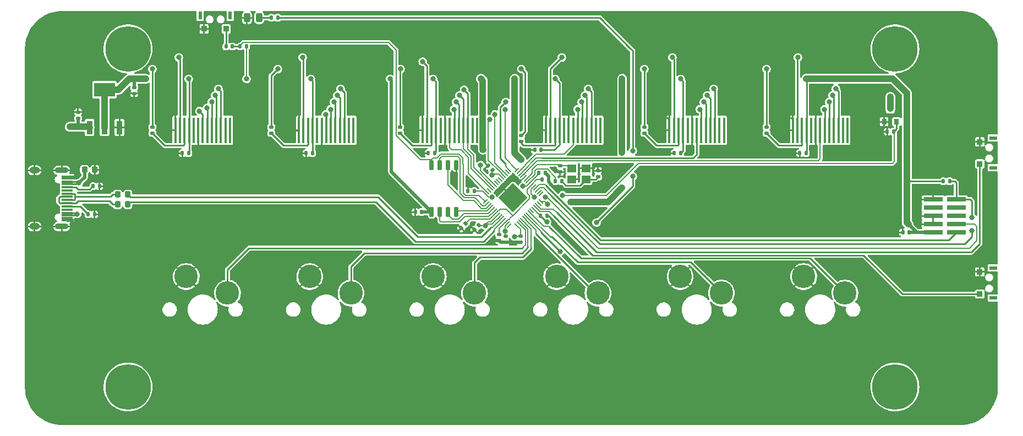
<source format=gbl>
G04 #@! TF.GenerationSoftware,KiCad,Pcbnew,6.0.7-f9a2dced07~116~ubuntu22.04.1*
G04 #@! TF.CreationDate,2022-09-04T10:12:19-07:00*
G04 #@! TF.ProjectId,keypad-base-rp2040,6b657970-6164-42d6-9261-73652d727032,Jun2021*
G04 #@! TF.SameCoordinates,PX55fe290PY71d9820*
G04 #@! TF.FileFunction,Copper,L2,Bot*
G04 #@! TF.FilePolarity,Positive*
%FSLAX46Y46*%
G04 Gerber Fmt 4.6, Leading zero omitted, Abs format (unit mm)*
G04 Created by KiCad (PCBNEW 6.0.7-f9a2dced07~116~ubuntu22.04.1) date 2022-09-04 10:12:19*
%MOMM*%
%LPD*%
G01*
G04 APERTURE LIST*
G04 Aperture macros list*
%AMRoundRect*
0 Rectangle with rounded corners*
0 $1 Rounding radius*
0 $2 $3 $4 $5 $6 $7 $8 $9 X,Y pos of 4 corners*
0 Add a 4 corners polygon primitive as box body*
4,1,4,$2,$3,$4,$5,$6,$7,$8,$9,$2,$3,0*
0 Add four circle primitives for the rounded corners*
1,1,$1+$1,$2,$3*
1,1,$1+$1,$4,$5*
1,1,$1+$1,$6,$7*
1,1,$1+$1,$8,$9*
0 Add four rect primitives between the rounded corners*
20,1,$1+$1,$2,$3,$4,$5,0*
20,1,$1+$1,$4,$5,$6,$7,0*
20,1,$1+$1,$6,$7,$8,$9,0*
20,1,$1+$1,$8,$9,$2,$3,0*%
G04 Aperture macros list end*
G04 #@! TA.AperFunction,ComponentPad*
%ADD10C,3.600000*%
G04 #@! TD*
G04 #@! TA.AperFunction,SMDPad,CuDef*
%ADD11R,0.900000X0.900000*%
G04 #@! TD*
G04 #@! TA.AperFunction,SMDPad,CuDef*
%ADD12R,1.200000X0.600000*%
G04 #@! TD*
G04 #@! TA.AperFunction,SMDPad,CuDef*
%ADD13R,0.400000X4.000000*%
G04 #@! TD*
G04 #@! TA.AperFunction,SMDPad,CuDef*
%ADD14R,1.750000X0.300000*%
G04 #@! TD*
G04 #@! TA.AperFunction,ComponentPad*
%ADD15O,2.100000X0.900000*%
G04 #@! TD*
G04 #@! TA.AperFunction,ComponentPad*
%ADD16O,1.600000X1.000000*%
G04 #@! TD*
G04 #@! TA.AperFunction,ComponentPad*
%ADD17C,7.000000*%
G04 #@! TD*
G04 #@! TA.AperFunction,SMDPad,CuDef*
%ADD18RoundRect,0.147500X0.172500X-0.147500X0.172500X0.147500X-0.172500X0.147500X-0.172500X-0.147500X0*%
G04 #@! TD*
G04 #@! TA.AperFunction,SMDPad,CuDef*
%ADD19RoundRect,0.147500X-0.172500X0.147500X-0.172500X-0.147500X0.172500X-0.147500X0.172500X0.147500X0*%
G04 #@! TD*
G04 #@! TA.AperFunction,SMDPad,CuDef*
%ADD20RoundRect,0.147500X-0.017678X0.226274X-0.226274X0.017678X0.017678X-0.226274X0.226274X-0.017678X0*%
G04 #@! TD*
G04 #@! TA.AperFunction,SMDPad,CuDef*
%ADD21RoundRect,0.218750X0.218750X0.256250X-0.218750X0.256250X-0.218750X-0.256250X0.218750X-0.256250X0*%
G04 #@! TD*
G04 #@! TA.AperFunction,SMDPad,CuDef*
%ADD22RoundRect,0.147500X0.147500X0.172500X-0.147500X0.172500X-0.147500X-0.172500X0.147500X-0.172500X0*%
G04 #@! TD*
G04 #@! TA.AperFunction,SMDPad,CuDef*
%ADD23RoundRect,0.147500X-0.147500X-0.172500X0.147500X-0.172500X0.147500X0.172500X-0.147500X0.172500X0*%
G04 #@! TD*
G04 #@! TA.AperFunction,SMDPad,CuDef*
%ADD24R,1.400000X1.200000*%
G04 #@! TD*
G04 #@! TA.AperFunction,SMDPad,CuDef*
%ADD25R,0.950000X2.150000*%
G04 #@! TD*
G04 #@! TA.AperFunction,SMDPad,CuDef*
%ADD26R,3.250000X2.150000*%
G04 #@! TD*
G04 #@! TA.AperFunction,SMDPad,CuDef*
%ADD27RoundRect,0.147500X0.226274X0.017678X0.017678X0.226274X-0.226274X-0.017678X-0.017678X-0.226274X0*%
G04 #@! TD*
G04 #@! TA.AperFunction,SMDPad,CuDef*
%ADD28R,2.997200X0.762000*%
G04 #@! TD*
G04 #@! TA.AperFunction,SMDPad,CuDef*
%ADD29RoundRect,0.218750X-0.218750X-0.256250X0.218750X-0.256250X0.218750X0.256250X-0.218750X0.256250X0*%
G04 #@! TD*
G04 #@! TA.AperFunction,SMDPad,CuDef*
%ADD30RoundRect,0.243750X-0.243750X-0.456250X0.243750X-0.456250X0.243750X0.456250X-0.243750X0.456250X0*%
G04 #@! TD*
G04 #@! TA.AperFunction,SMDPad,CuDef*
%ADD31R,0.600000X1.200000*%
G04 #@! TD*
G04 #@! TA.AperFunction,SMDPad,CuDef*
%ADD32R,0.800000X0.900000*%
G04 #@! TD*
G04 #@! TA.AperFunction,SMDPad,CuDef*
%ADD33RoundRect,0.050000X-0.309359X0.238649X0.238649X-0.309359X0.309359X-0.238649X-0.238649X0.309359X0*%
G04 #@! TD*
G04 #@! TA.AperFunction,SMDPad,CuDef*
%ADD34RoundRect,0.050000X-0.309359X-0.238649X-0.238649X-0.309359X0.309359X0.238649X0.238649X0.309359X0*%
G04 #@! TD*
G04 #@! TA.AperFunction,ComponentPad*
%ADD35C,0.600000*%
G04 #@! TD*
G04 #@! TA.AperFunction,SMDPad,CuDef*
%ADD36RoundRect,0.144000X-2.059095X0.000000X0.000000X-2.059095X2.059095X0.000000X0.000000X2.059095X0*%
G04 #@! TD*
G04 #@! TA.AperFunction,SMDPad,CuDef*
%ADD37RoundRect,0.150000X-0.150000X0.650000X-0.150000X-0.650000X0.150000X-0.650000X0.150000X0.650000X0*%
G04 #@! TD*
G04 #@! TA.AperFunction,ViaPad*
%ADD38C,0.800000*%
G04 #@! TD*
G04 #@! TA.AperFunction,ViaPad*
%ADD39C,5.800000*%
G04 #@! TD*
G04 #@! TA.AperFunction,Conductor*
%ADD40C,0.250000*%
G04 #@! TD*
G04 #@! TA.AperFunction,Conductor*
%ADD41C,0.500000*%
G04 #@! TD*
G04 #@! TA.AperFunction,Conductor*
%ADD42C,0.200000*%
G04 #@! TD*
G04 #@! TA.AperFunction,Conductor*
%ADD43C,1.000000*%
G04 #@! TD*
G04 APERTURE END LIST*
D10*
G04 #@! TO.P,SW1,1,1*
G04 #@! TO.N,GND*
X26290000Y24460000D03*
G04 #@! TO.P,SW1,2,2*
G04 #@! TO.N,/SW1*
X32640000Y21920000D03*
G04 #@! TD*
G04 #@! TO.P,SW2,1,1*
G04 #@! TO.N,GND*
X45290000Y24460000D03*
G04 #@! TO.P,SW2,2,2*
G04 #@! TO.N,/SW2*
X51640000Y21920000D03*
G04 #@! TD*
G04 #@! TO.P,SW3,1,1*
G04 #@! TO.N,GND*
X64290000Y24460000D03*
G04 #@! TO.P,SW3,2,2*
G04 #@! TO.N,/SW3*
X70640000Y21920000D03*
G04 #@! TD*
G04 #@! TO.P,SW4,1,1*
G04 #@! TO.N,GND*
X83290000Y24460000D03*
G04 #@! TO.P,SW4,2,2*
G04 #@! TO.N,/SW4*
X89640000Y21920000D03*
G04 #@! TD*
G04 #@! TO.P,SW5,1,1*
G04 #@! TO.N,GND*
X102290000Y24460000D03*
G04 #@! TO.P,SW5,2,2*
G04 #@! TO.N,/SW5*
X108640000Y21920000D03*
G04 #@! TD*
G04 #@! TO.P,SW6,1,1*
G04 #@! TO.N,GND*
X121290000Y24460000D03*
G04 #@! TO.P,SW6,2,2*
G04 #@! TO.N,/SW6*
X127640000Y21920000D03*
G04 #@! TD*
D11*
G04 #@! TO.P,SW8,1,A*
G04 #@! TO.N,GND*
X148380000Y45180000D03*
G04 #@! TO.P,SW8,2,B*
G04 #@! TO.N,/SW8*
X148380000Y41780000D03*
D12*
G04 #@! TO.P,SW8,NC*
G04 #@! TO.N,N/C*
X150430000Y41180000D03*
X150430000Y45780000D03*
G04 #@! TD*
D11*
G04 #@! TO.P,SW7,1,A*
G04 #@! TO.N,GND*
X148380000Y25180000D03*
G04 #@! TO.P,SW7,2,B*
G04 #@! TO.N,/SW7*
X148380000Y21780000D03*
D12*
G04 #@! TO.P,SW7,NC*
G04 #@! TO.N,N/C*
X150430000Y21180000D03*
X150430000Y25780000D03*
G04 #@! TD*
D13*
G04 #@! TO.P,U3,1,TP0*
G04 #@! TO.N,unconnected-(U3-Pad1)*
X33030000Y46956000D03*
G04 #@! TO.P,U3,2,TP1*
G04 #@! TO.N,unconnected-(U3-Pad2)*
X32330000Y46956000D03*
G04 #@! TO.P,U3,3,SDA*
G04 #@! TO.N,/MOSI*
X31630000Y46956000D03*
G04 #@! TO.P,U3,4,SCL*
G04 #@! TO.N,/SCLK*
X30930000Y46956000D03*
G04 #@! TO.P,U3,5,D/C*
G04 #@! TO.N,/D\u005CC*
X30230000Y46956000D03*
G04 #@! TO.P,U3,6,~{RESET}*
G04 #@! TO.N,/~{LCDRESET}*
X29530000Y46956000D03*
G04 #@! TO.P,U3,7,~{CS}*
G04 #@! TO.N,/~{CS1}*
X28830000Y46956000D03*
G04 #@! TO.P,U3,8,GND*
G04 #@! TO.N,GND*
X28130000Y46956000D03*
G04 #@! TO.P,U3,9*
G04 #@! TO.N,N/C*
X27430000Y46956000D03*
G04 #@! TO.P,U3,10,VDD*
G04 #@! TO.N,+3.3V*
X26730000Y46956000D03*
G04 #@! TO.P,U3,11,LEDK*
G04 #@! TO.N,Net-(R6-Pad1)*
X26030000Y46956000D03*
G04 #@! TO.P,U3,12,LEDA*
G04 #@! TO.N,+5V*
X25330000Y46956000D03*
G04 #@! TO.P,U3,13,GND*
G04 #@! TO.N,GND*
X24630000Y46956000D03*
G04 #@! TD*
G04 #@! TO.P,U4,1,TP0*
G04 #@! TO.N,unconnected-(U4-Pad1)*
X52030000Y46956000D03*
G04 #@! TO.P,U4,2,TP1*
G04 #@! TO.N,unconnected-(U4-Pad2)*
X51330000Y46956000D03*
G04 #@! TO.P,U4,3,SDA*
G04 #@! TO.N,/MOSI*
X50630000Y46956000D03*
G04 #@! TO.P,U4,4,SCL*
G04 #@! TO.N,/SCLK*
X49930000Y46956000D03*
G04 #@! TO.P,U4,5,D/C*
G04 #@! TO.N,/D\u005CC*
X49230000Y46956000D03*
G04 #@! TO.P,U4,6,~{RESET}*
G04 #@! TO.N,/~{LCDRESET}*
X48530000Y46956000D03*
G04 #@! TO.P,U4,7,~{CS}*
G04 #@! TO.N,/~{CS2}*
X47830000Y46956000D03*
G04 #@! TO.P,U4,8,GND*
G04 #@! TO.N,GND*
X47130000Y46956000D03*
G04 #@! TO.P,U4,9*
G04 #@! TO.N,N/C*
X46430000Y46956000D03*
G04 #@! TO.P,U4,10,VDD*
G04 #@! TO.N,+3.3V*
X45730000Y46956000D03*
G04 #@! TO.P,U4,11,LEDK*
G04 #@! TO.N,Net-(R9-Pad1)*
X45030000Y46956000D03*
G04 #@! TO.P,U4,12,LEDA*
G04 #@! TO.N,+5V*
X44330000Y46956000D03*
G04 #@! TO.P,U4,13,GND*
G04 #@! TO.N,GND*
X43630000Y46956000D03*
G04 #@! TD*
G04 #@! TO.P,U5,1,TP0*
G04 #@! TO.N,unconnected-(U5-Pad1)*
X71030000Y46956000D03*
G04 #@! TO.P,U5,2,TP1*
G04 #@! TO.N,unconnected-(U5-Pad2)*
X70330000Y46956000D03*
G04 #@! TO.P,U5,3,SDA*
G04 #@! TO.N,/MOSI*
X69630000Y46956000D03*
G04 #@! TO.P,U5,4,SCL*
G04 #@! TO.N,/SCLK*
X68930000Y46956000D03*
G04 #@! TO.P,U5,5,D/C*
G04 #@! TO.N,/D\u005CC*
X68230000Y46956000D03*
G04 #@! TO.P,U5,6,~{RESET}*
G04 #@! TO.N,/~{LCDRESET}*
X67530000Y46956000D03*
G04 #@! TO.P,U5,7,~{CS}*
G04 #@! TO.N,/~{CS3}*
X66830000Y46956000D03*
G04 #@! TO.P,U5,8,GND*
G04 #@! TO.N,GND*
X66130000Y46956000D03*
G04 #@! TO.P,U5,9*
G04 #@! TO.N,N/C*
X65430000Y46956000D03*
G04 #@! TO.P,U5,10,VDD*
G04 #@! TO.N,+3.3V*
X64730000Y46956000D03*
G04 #@! TO.P,U5,11,LEDK*
G04 #@! TO.N,Net-(R10-Pad1)*
X64030000Y46956000D03*
G04 #@! TO.P,U5,12,LEDA*
G04 #@! TO.N,+5V*
X63330000Y46956000D03*
G04 #@! TO.P,U5,13,GND*
G04 #@! TO.N,GND*
X62630000Y46956000D03*
G04 #@! TD*
G04 #@! TO.P,U7,1,TP0*
G04 #@! TO.N,unconnected-(U7-Pad1)*
X109030000Y46956000D03*
G04 #@! TO.P,U7,2,TP1*
G04 #@! TO.N,unconnected-(U7-Pad2)*
X108330000Y46956000D03*
G04 #@! TO.P,U7,3,SDA*
G04 #@! TO.N,/MOSI*
X107630000Y46956000D03*
G04 #@! TO.P,U7,4,SCL*
G04 #@! TO.N,/SCLK*
X106930000Y46956000D03*
G04 #@! TO.P,U7,5,D/C*
G04 #@! TO.N,/D\u005CC*
X106230000Y46956000D03*
G04 #@! TO.P,U7,6,~{RESET}*
G04 #@! TO.N,/~{LCDRESET}*
X105530000Y46956000D03*
G04 #@! TO.P,U7,7,~{CS}*
G04 #@! TO.N,/~{CS5}*
X104830000Y46956000D03*
G04 #@! TO.P,U7,8,GND*
G04 #@! TO.N,GND*
X104130000Y46956000D03*
G04 #@! TO.P,U7,9*
G04 #@! TO.N,N/C*
X103430000Y46956000D03*
G04 #@! TO.P,U7,10,VDD*
G04 #@! TO.N,+3.3V*
X102730000Y46956000D03*
G04 #@! TO.P,U7,11,LEDK*
G04 #@! TO.N,Net-(R12-Pad1)*
X102030000Y46956000D03*
G04 #@! TO.P,U7,12,LEDA*
G04 #@! TO.N,+5V*
X101330000Y46956000D03*
G04 #@! TO.P,U7,13,GND*
G04 #@! TO.N,GND*
X100630000Y46956000D03*
G04 #@! TD*
G04 #@! TO.P,U8,1,TP0*
G04 #@! TO.N,unconnected-(U8-Pad1)*
X128030000Y46956000D03*
G04 #@! TO.P,U8,2,TP1*
G04 #@! TO.N,unconnected-(U8-Pad2)*
X127330000Y46956000D03*
G04 #@! TO.P,U8,3,SDA*
G04 #@! TO.N,/MOSI*
X126630000Y46956000D03*
G04 #@! TO.P,U8,4,SCL*
G04 #@! TO.N,/SCLK*
X125930000Y46956000D03*
G04 #@! TO.P,U8,5,D/C*
G04 #@! TO.N,/D\u005CC*
X125230000Y46956000D03*
G04 #@! TO.P,U8,6,~{RESET}*
G04 #@! TO.N,/~{LCDRESET}*
X124530000Y46956000D03*
G04 #@! TO.P,U8,7,~{CS}*
G04 #@! TO.N,/~{CS6}*
X123830000Y46956000D03*
G04 #@! TO.P,U8,8,GND*
G04 #@! TO.N,GND*
X123130000Y46956000D03*
G04 #@! TO.P,U8,9*
G04 #@! TO.N,N/C*
X122430000Y46956000D03*
G04 #@! TO.P,U8,10,VDD*
G04 #@! TO.N,+3.3V*
X121730000Y46956000D03*
G04 #@! TO.P,U8,11,LEDK*
G04 #@! TO.N,Net-(R13-Pad1)*
X121030000Y46956000D03*
G04 #@! TO.P,U8,12,LEDA*
G04 #@! TO.N,+5V*
X120330000Y46956000D03*
G04 #@! TO.P,U8,13,GND*
G04 #@! TO.N,GND*
X119630000Y46956000D03*
G04 #@! TD*
D14*
G04 #@! TO.P,J1,A1,GND*
G04 #@! TO.N,GND*
X7980000Y33130000D03*
G04 #@! TO.P,J1,A4,VBUS*
G04 #@! TO.N,+5V*
X7980000Y33930000D03*
G04 #@! TO.P,J1,A5,CC1*
G04 #@! TO.N,/CC1*
X7980000Y35230000D03*
G04 #@! TO.P,J1,A6,D+*
G04 #@! TO.N,/D_P*
X7980000Y36230000D03*
G04 #@! TO.P,J1,A7,D-*
G04 #@! TO.N,/D_N*
X7980000Y36730000D03*
G04 #@! TO.P,J1,A8,SBU1*
G04 #@! TO.N,unconnected-(J1-PadA8)*
X7980000Y37730000D03*
G04 #@! TO.P,J1,A9,VBUS*
G04 #@! TO.N,+5V*
X7980000Y39030000D03*
G04 #@! TO.P,J1,A12,GND*
G04 #@! TO.N,GND*
X7980000Y39830000D03*
G04 #@! TO.P,J1,B1,GND*
X7980000Y39530000D03*
G04 #@! TO.P,J1,B4,VBUS*
G04 #@! TO.N,+5V*
X7980000Y38730000D03*
G04 #@! TO.P,J1,B5,CC2*
G04 #@! TO.N,/CC2*
X7980000Y38230000D03*
G04 #@! TO.P,J1,B6,D+*
G04 #@! TO.N,/D_P*
X7980000Y37230000D03*
G04 #@! TO.P,J1,B7,D-*
G04 #@! TO.N,/D_N*
X7980000Y35730000D03*
G04 #@! TO.P,J1,B8,SBU2*
G04 #@! TO.N,unconnected-(J1-PadB8)*
X7980000Y34730000D03*
G04 #@! TO.P,J1,B9,VBUS*
G04 #@! TO.N,+5V*
X7980000Y34230000D03*
G04 #@! TO.P,J1,B12,GND*
G04 #@! TO.N,GND*
X7980000Y33430000D03*
D15*
G04 #@! TO.P,J1,S1,SHIELD*
X7140000Y40800000D03*
D16*
X2960000Y32160000D03*
X2960000Y40800000D03*
D15*
X7140000Y32160000D03*
G04 #@! TD*
D13*
G04 #@! TO.P,U6,1,TP0*
G04 #@! TO.N,unconnected-(U6-Pad1)*
X90030000Y46956000D03*
G04 #@! TO.P,U6,2,TP1*
G04 #@! TO.N,unconnected-(U6-Pad2)*
X89330000Y46956000D03*
G04 #@! TO.P,U6,3,SDA*
G04 #@! TO.N,/MOSI*
X88630000Y46956000D03*
G04 #@! TO.P,U6,4,SCL*
G04 #@! TO.N,/SCLK*
X87930000Y46956000D03*
G04 #@! TO.P,U6,5,D/C*
G04 #@! TO.N,/D\u005CC*
X87230000Y46956000D03*
G04 #@! TO.P,U6,6,~{RESET}*
G04 #@! TO.N,/~{LCDRESET}*
X86530000Y46956000D03*
G04 #@! TO.P,U6,7,~{CS}*
G04 #@! TO.N,/~{CS4}*
X85830000Y46956000D03*
G04 #@! TO.P,U6,8,GND*
G04 #@! TO.N,GND*
X85130000Y46956000D03*
G04 #@! TO.P,U6,9*
G04 #@! TO.N,N/C*
X84430000Y46956000D03*
G04 #@! TO.P,U6,10,VDD*
G04 #@! TO.N,+3.3V*
X83730000Y46956000D03*
G04 #@! TO.P,U6,11,LEDK*
G04 #@! TO.N,Net-(R11-Pad1)*
X83030000Y46956000D03*
G04 #@! TO.P,U6,12,LEDA*
G04 #@! TO.N,+5V*
X82330000Y46956000D03*
G04 #@! TO.P,U6,13,GND*
G04 #@! TO.N,GND*
X81630000Y46956000D03*
G04 #@! TD*
D17*
G04 #@! TO.P,H2,1*
G04 #@! TO.N,N/C*
X135330000Y7480000D03*
G04 #@! TD*
G04 #@! TO.P,H3,1*
G04 #@! TO.N,N/C*
X135330000Y59480000D03*
G04 #@! TD*
G04 #@! TO.P,H4,1*
G04 #@! TO.N,N/C*
X17330000Y59480000D03*
G04 #@! TD*
G04 #@! TO.P,H5,1*
G04 #@! TO.N,N/C*
X17330000Y7480000D03*
G04 #@! TD*
D18*
G04 #@! TO.P,R9,1*
G04 #@! TO.N,Net-(R9-Pad1)*
X39370000Y46505000D03*
G04 #@! TO.P,R9,2*
G04 #@! TO.N,/BACKLIGHTK*
X39370000Y47475000D03*
G04 #@! TD*
D19*
G04 #@! TO.P,C13,1*
G04 #@! TO.N,+3.3V*
X77724000Y30711000D03*
G04 #@! TO.P,C13,2*
G04 #@! TO.N,GND*
X77724000Y29741000D03*
G04 #@! TD*
D20*
G04 #@! TO.P,C14,1*
G04 #@! TO.N,+3.3V*
X71310547Y32346947D03*
G04 #@! TO.P,C14,2*
G04 #@! TO.N,GND*
X70624653Y31661053D03*
G04 #@! TD*
D21*
G04 #@! TO.P,R3,1*
G04 #@! TO.N,/USB_N*
X17297500Y35560000D03*
G04 #@! TO.P,R3,2*
G04 #@! TO.N,/D_N*
X15722500Y35560000D03*
G04 #@! TD*
D22*
G04 #@! TO.P,C8,1*
G04 #@! TO.N,+3.3V*
X62511800Y34391600D03*
G04 #@! TO.P,C8,2*
G04 #@! TO.N,GND*
X61541800Y34391600D03*
G04 #@! TD*
D21*
G04 #@! TO.P,R4,1*
G04 #@! TO.N,/USB_P*
X17297500Y37084000D03*
G04 #@! TO.P,R4,2*
G04 #@! TO.N,/D_P*
X15722500Y37084000D03*
G04 #@! TD*
D22*
G04 #@! TO.P,C21,1*
G04 #@! TO.N,+3.3V*
X102339000Y43434000D03*
G04 #@! TO.P,C21,2*
G04 #@! TO.N,GND*
X101369000Y43434000D03*
G04 #@! TD*
D18*
G04 #@! TO.P,R12,1*
G04 #@! TO.N,Net-(R12-Pad1)*
X96774000Y46505000D03*
G04 #@! TO.P,R12,2*
G04 #@! TO.N,/BACKLIGHTK*
X96774000Y47475000D03*
G04 #@! TD*
D22*
G04 #@! TO.P,C19,1*
G04 #@! TO.N,+3.3V*
X64493000Y43434000D03*
G04 #@! TO.P,C19,2*
G04 #@! TO.N,GND*
X63523000Y43434000D03*
G04 #@! TD*
G04 #@! TO.P,C17,1*
G04 #@! TO.N,+3.3V*
X45697000Y43434000D03*
G04 #@! TO.P,C17,2*
G04 #@! TO.N,GND*
X44727000Y43434000D03*
G04 #@! TD*
D23*
G04 #@! TO.P,C12,1*
G04 #@! TO.N,+3.3V*
X80795000Y33782000D03*
G04 #@! TO.P,C12,2*
G04 #@! TO.N,GND*
X81765000Y33782000D03*
G04 #@! TD*
D19*
G04 #@! TO.P,C1,1*
G04 #@! TO.N,/XIN*
X83820000Y41506000D03*
G04 #@! TO.P,C1,2*
G04 #@! TO.N,GND*
X83820000Y40536000D03*
G04 #@! TD*
D24*
G04 #@! TO.P,X1,1,1*
G04 #@! TO.N,/XIN*
X85615600Y41109000D03*
G04 #@! TO.P,X1,2,GND*
G04 #@! TO.N,GND*
X87815600Y41109000D03*
G04 #@! TO.P,X1,3,3*
G04 #@! TO.N,Net-(C2-Pad1)*
X87815600Y39409000D03*
G04 #@! TO.P,X1,4,GND*
G04 #@! TO.N,GND*
X85615600Y39409000D03*
G04 #@! TD*
D22*
G04 #@! TO.P,R16,1*
G04 #@! TO.N,Net-(R16-Pad1)*
X40363000Y64262000D03*
G04 #@! TO.P,R16,2*
G04 #@! TO.N,Net-(D1-Pad2)*
X39393000Y64262000D03*
G04 #@! TD*
G04 #@! TO.P,C20,1*
G04 #@! TO.N,+3.3V*
X80876000Y43942000D03*
G04 #@! TO.P,C20,2*
G04 #@! TO.N,GND*
X79906000Y43942000D03*
G04 #@! TD*
G04 #@! TO.P,C6,1*
G04 #@! TO.N,+3.3V*
X70589000Y37592000D03*
G04 #@! TO.P,C6,2*
G04 #@! TO.N,GND*
X69619000Y37592000D03*
G04 #@! TD*
D23*
G04 #@! TO.P,R7,1*
G04 #@! TO.N,+3.3V*
X142771000Y39116000D03*
G04 #@! TO.P,R7,2*
G04 #@! TO.N,/~{RESET}*
X143741000Y39116000D03*
G04 #@! TD*
D22*
G04 #@! TO.P,R15,1*
G04 #@! TO.N,/BACKLIGHT*
X135105000Y46736000D03*
G04 #@! TO.P,R15,2*
G04 #@! TO.N,GND*
X134135000Y46736000D03*
G04 #@! TD*
G04 #@! TO.P,C10,1*
G04 #@! TO.N,+3.3V*
X137518000Y31242000D03*
G04 #@! TO.P,C10,2*
G04 #@! TO.N,GND*
X136548000Y31242000D03*
G04 #@! TD*
D25*
G04 #@! TO.P,VR1,1,GND*
G04 #@! TO.N,GND*
X16016000Y47392000D03*
G04 #@! TO.P,VR1,2,VOUT_2*
G04 #@! TO.N,+3.3V*
X13716000Y47392000D03*
G04 #@! TO.P,VR1,3,VIN*
G04 #@! TO.N,+5V*
X11416000Y47392000D03*
D26*
G04 #@! TO.P,VR1,4,VOUT_4*
G04 #@! TO.N,+3.3V*
X13716000Y53192000D03*
G04 #@! TD*
D19*
G04 #@! TO.P,C18,1*
G04 #@! TO.N,+3.3V*
X18288000Y53571000D03*
G04 #@! TO.P,C18,2*
G04 #@! TO.N,GND*
X18288000Y52601000D03*
G04 #@! TD*
D27*
G04 #@! TO.P,C7,1*
G04 #@! TO.N,+3.3V*
X73393347Y40855853D03*
G04 #@! TO.P,C7,2*
G04 #@! TO.N,GND*
X72707453Y41541747D03*
G04 #@! TD*
D18*
G04 #@! TO.P,R13,1*
G04 #@! TO.N,Net-(R13-Pad1)*
X115570000Y46505000D03*
G04 #@! TO.P,R13,2*
G04 #@! TO.N,/BACKLIGHTK*
X115570000Y47475000D03*
G04 #@! TD*
D28*
G04 #@! TO.P,J3,1,VCC*
G04 #@! TO.N,+3.3V*
X141224000Y31242000D03*
G04 #@! TO.P,J3,2,SWDIO*
G04 #@! TO.N,/SWD*
X144780000Y31242000D03*
G04 #@! TO.P,J3,3,GND*
G04 #@! TO.N,GND*
X141224000Y32512000D03*
G04 #@! TO.P,J3,4,SWDCLK*
G04 #@! TO.N,/SWCLK*
X144780000Y32512000D03*
G04 #@! TO.P,J3,5,GND*
G04 #@! TO.N,GND*
X141224000Y33782000D03*
G04 #@! TO.P,J3,6,SWO*
G04 #@! TO.N,unconnected-(J3-Pad6)*
X144780000Y33782000D03*
G04 #@! TO.P,J3,7*
G04 #@! TO.N,N/C*
X141224000Y35052000D03*
G04 #@! TO.P,J3,8*
X144780000Y35052000D03*
G04 #@! TO.P,J3,9,GND*
G04 #@! TO.N,GND*
X141224000Y36322000D03*
G04 #@! TO.P,J3,10,RESET*
G04 #@! TO.N,/~{RESET}*
X144780000Y36322000D03*
G04 #@! TD*
D23*
G04 #@! TO.P,R2,1*
G04 #@! TO.N,/CC1*
X11199000Y34036000D03*
G04 #@! TO.P,R2,2*
G04 #@! TO.N,GND*
X12169000Y34036000D03*
G04 #@! TD*
D18*
G04 #@! TO.P,R10,1*
G04 #@! TO.N,Net-(R10-Pad1)*
X59182000Y46505000D03*
G04 #@! TO.P,R10,2*
G04 #@! TO.N,/BACKLIGHTK*
X59182000Y47475000D03*
G04 #@! TD*
D29*
G04 #@! TO.P,C9,1*
G04 #@! TO.N,+5V*
X10642500Y40894000D03*
G04 #@! TO.P,C9,2*
G04 #@! TO.N,GND*
X12217500Y40894000D03*
G04 #@! TD*
D30*
G04 #@! TO.P,D1,1,K*
G04 #@! TO.N,GND*
X35638500Y64262000D03*
G04 #@! TO.P,D1,2,A*
G04 #@! TO.N,Net-(D1-Pad2)*
X37513500Y64262000D03*
G04 #@! TD*
D23*
G04 #@! TO.P,C11,1*
G04 #@! TO.N,+3.3V*
X80541000Y40386000D03*
G04 #@! TO.P,C11,2*
G04 #@! TO.N,GND*
X81511000Y40386000D03*
G04 #@! TD*
D20*
G04 #@! TO.P,C3,1*
G04 #@! TO.N,+1V1*
X69278547Y32600947D03*
G04 #@! TO.P,C3,2*
G04 #@! TO.N,GND*
X68592653Y31915053D03*
G04 #@! TD*
D19*
G04 #@! TO.P,C5,1*
G04 #@! TO.N,+1V1*
X74422000Y30965000D03*
G04 #@! TO.P,C5,2*
G04 #@! TO.N,GND*
X74422000Y29995000D03*
G04 #@! TD*
D22*
G04 #@! TO.P,R14,1*
G04 #@! TO.N,/QSPI_SS*
X33403400Y59842400D03*
G04 #@! TO.P,R14,2*
G04 #@! TO.N,/BOOTSEL*
X32433400Y59842400D03*
G04 #@! TD*
D11*
G04 #@! TO.P,SW9,1,A*
G04 #@! TO.N,GND*
X29034000Y62550000D03*
G04 #@! TO.P,SW9,2,B*
G04 #@! TO.N,/BOOTSEL*
X32434000Y62550000D03*
D31*
G04 #@! TO.P,SW9,NC*
G04 #@! TO.N,N/C*
X28434000Y64600000D03*
X33034000Y64600000D03*
G04 #@! TD*
D22*
G04 #@! TO.P,C15,1*
G04 #@! TO.N,+3.3V*
X26647000Y43434000D03*
G04 #@! TO.P,C15,2*
G04 #@! TO.N,GND*
X25677000Y43434000D03*
G04 #@! TD*
D23*
G04 #@! TO.P,R5,1*
G04 #@! TO.N,/CC2*
X11961000Y38354000D03*
G04 #@! TO.P,R5,2*
G04 #@! TO.N,GND*
X12931000Y38354000D03*
G04 #@! TD*
D18*
G04 #@! TO.P,R11,1*
G04 #@! TO.N,Net-(R11-Pad1)*
X77851000Y45235000D03*
G04 #@! TO.P,R11,2*
G04 #@! TO.N,/BACKLIGHTK*
X77851000Y46205000D03*
G04 #@! TD*
D23*
G04 #@! TO.P,C4,1*
G04 #@! TO.N,+1V1*
X81049000Y39370000D03*
G04 #@! TO.P,C4,2*
G04 #@! TO.N,GND*
X82019000Y39370000D03*
G04 #@! TD*
D18*
G04 #@! TO.P,C16,1*
G04 #@! TO.N,+5V*
X9652000Y48791000D03*
G04 #@! TO.P,C16,2*
G04 #@! TO.N,GND*
X9652000Y49761000D03*
G04 #@! TD*
G04 #@! TO.P,R6,1*
G04 #@! TO.N,Net-(R6-Pad1)*
X21082000Y46505000D03*
G04 #@! TO.P,R6,2*
G04 #@! TO.N,/BACKLIGHTK*
X21082000Y47475000D03*
G04 #@! TD*
D19*
G04 #@! TO.P,C23,1*
G04 #@! TO.N,+3.3V*
X75438000Y30711000D03*
G04 #@! TO.P,C23,2*
G04 #@! TO.N,GND*
X75438000Y29741000D03*
G04 #@! TD*
D23*
G04 #@! TO.P,R1,1*
G04 #@! TO.N,/XOUT*
X83081000Y39116000D03*
G04 #@! TO.P,R1,2*
G04 #@! TO.N,Net-(C2-Pad1)*
X84051000Y39116000D03*
G04 #@! TD*
D18*
G04 #@! TO.P,C2,1*
G04 #@! TO.N,Net-(C2-Pad1)*
X89662000Y39774000D03*
G04 #@! TO.P,C2,2*
G04 #@! TO.N,GND*
X89662000Y40744000D03*
G04 #@! TD*
D22*
G04 #@! TO.P,C22,1*
G04 #@! TO.N,+3.3V*
X121643000Y43434000D03*
G04 #@! TO.P,C22,2*
G04 #@! TO.N,GND*
X120673000Y43434000D03*
G04 #@! TD*
G04 #@! TO.P,R8,1*
G04 #@! TO.N,+3.3V*
X35537000Y59842400D03*
G04 #@! TO.P,R8,2*
G04 #@! TO.N,/QSPI_SS*
X34567000Y59842400D03*
G04 #@! TD*
D32*
G04 #@! TO.P,Q1,1,G*
G04 #@! TO.N,/BACKLIGHT*
X135570000Y48276000D03*
G04 #@! TO.P,Q1,2,S*
G04 #@! TO.N,GND*
X133670000Y48276000D03*
G04 #@! TO.P,Q1,3,D*
G04 #@! TO.N,/BACKLIGHTK*
X134620000Y50276000D03*
G04 #@! TD*
D33*
G04 #@! TO.P,U1,1,IOVDD*
G04 #@! TO.N,+3.3V*
X72314843Y37168202D03*
G04 #@! TO.P,U1,2,GPIO0*
G04 #@! TO.N,/~{CS3}*
X72597686Y37451045D03*
G04 #@! TO.P,U1,3,GPIO1*
G04 #@! TO.N,unconnected-(U1-Pad3)*
X72880528Y37733887D03*
G04 #@! TO.P,U1,4,GPIO2*
G04 #@! TO.N,/SCLK*
X73163371Y38016730D03*
G04 #@! TO.P,U1,5,GPIO3*
G04 #@! TO.N,/MOSI*
X73446214Y38299573D03*
G04 #@! TO.P,U1,6,GPIO4*
G04 #@! TO.N,Net-(TP1-Pad1)*
X73729056Y38582415D03*
G04 #@! TO.P,U1,7,GPIO5*
G04 #@! TO.N,unconnected-(U1-Pad7)*
X74011899Y38865258D03*
G04 #@! TO.P,U1,8,GPIO6*
G04 #@! TO.N,unconnected-(U1-Pad8)*
X74294742Y39148101D03*
G04 #@! TO.P,U1,9,GPIO7*
G04 #@! TO.N,unconnected-(U1-Pad9)*
X74577585Y39430944D03*
G04 #@! TO.P,U1,10,IOVDD*
G04 #@! TO.N,+3.3V*
X74860427Y39713786D03*
G04 #@! TO.P,U1,11,GPIO8*
G04 #@! TO.N,/~{CS1}*
X75143270Y39996629D03*
G04 #@! TO.P,U1,12,GPIO9*
G04 #@! TO.N,/~{CS2}*
X75426113Y40279472D03*
G04 #@! TO.P,U1,13,GPIO10*
G04 #@! TO.N,unconnected-(U1-Pad13)*
X75708955Y40562314D03*
G04 #@! TO.P,U1,14,GPIO11*
G04 #@! TO.N,/D\u005CC*
X75991798Y40845157D03*
D34*
G04 #@! TO.P,U1,15,GPIO12*
G04 #@! TO.N,/~{LCDRESET}*
X77176202Y40845157D03*
G04 #@! TO.P,U1,16,GPIO13*
G04 #@! TO.N,/~{CS4}*
X77459045Y40562314D03*
G04 #@! TO.P,U1,17,GPIO14*
G04 #@! TO.N,/~{CS5}*
X77741887Y40279472D03*
G04 #@! TO.P,U1,18,GPIO15*
G04 #@! TO.N,/~{CS6}*
X78024730Y39996629D03*
G04 #@! TO.P,U1,19,TESTEN*
G04 #@! TO.N,GND*
X78307573Y39713786D03*
G04 #@! TO.P,U1,20,XIN*
G04 #@! TO.N,/XIN*
X78590415Y39430944D03*
G04 #@! TO.P,U1,21,XOUT*
G04 #@! TO.N,/XOUT*
X78873258Y39148101D03*
G04 #@! TO.P,U1,22,IOVDD*
G04 #@! TO.N,+3.3V*
X79156101Y38865258D03*
G04 #@! TO.P,U1,23,DVDD*
G04 #@! TO.N,+1V1*
X79438944Y38582415D03*
G04 #@! TO.P,U1,24,SWCLK*
G04 #@! TO.N,/SWCLK*
X79721786Y38299573D03*
G04 #@! TO.P,U1,25,SWD*
G04 #@! TO.N,/SWD*
X80004629Y38016730D03*
G04 #@! TO.P,U1,26,RUN*
G04 #@! TO.N,/~{RESET}*
X80287472Y37733887D03*
G04 #@! TO.P,U1,27,GPIO16*
G04 #@! TO.N,unconnected-(U1-Pad27)*
X80570314Y37451045D03*
G04 #@! TO.P,U1,28,GPIO17*
G04 #@! TO.N,unconnected-(U1-Pad28)*
X80853157Y37168202D03*
D33*
G04 #@! TO.P,U1,29,GPIO18*
G04 #@! TO.N,/BACKLIGHT*
X80853157Y35983798D03*
G04 #@! TO.P,U1,30,GPIO19*
G04 #@! TO.N,unconnected-(U1-Pad30)*
X80570314Y35700955D03*
G04 #@! TO.P,U1,31,GPIO20*
G04 #@! TO.N,/SW8*
X80287472Y35418113D03*
G04 #@! TO.P,U1,32,GPIO21*
G04 #@! TO.N,/SW7*
X80004629Y35135270D03*
G04 #@! TO.P,U1,33,IOVDD*
G04 #@! TO.N,+3.3V*
X79721786Y34852427D03*
G04 #@! TO.P,U1,34,GPIO22*
G04 #@! TO.N,unconnected-(U1-Pad34)*
X79438944Y34569585D03*
G04 #@! TO.P,U1,35,GPIO23*
G04 #@! TO.N,/SW6*
X79156101Y34286742D03*
G04 #@! TO.P,U1,36,GPIO24*
G04 #@! TO.N,/SW5*
X78873258Y34003899D03*
G04 #@! TO.P,U1,37,GPIO25*
G04 #@! TO.N,Net-(R16-Pad1)*
X78590415Y33721056D03*
G04 #@! TO.P,U1,38,GPIO26_ADC0*
G04 #@! TO.N,/SW4*
X78307573Y33438214D03*
G04 #@! TO.P,U1,39,GPIO27_ADC1*
G04 #@! TO.N,/SW3*
X78024730Y33155371D03*
G04 #@! TO.P,U1,40,GPIO28_ADC2*
G04 #@! TO.N,/SW2*
X77741887Y32872528D03*
G04 #@! TO.P,U1,41,GPIO29_ADC3*
G04 #@! TO.N,/SW1*
X77459045Y32589686D03*
G04 #@! TO.P,U1,42,IOVDD*
G04 #@! TO.N,+3.3V*
X77176202Y32306843D03*
D34*
G04 #@! TO.P,U1,43,ADC_AVDD*
G04 #@! TO.N,unconnected-(U1-Pad43)*
X75991798Y32306843D03*
G04 #@! TO.P,U1,44,VREG_IN*
G04 #@! TO.N,+3.3V*
X75708955Y32589686D03*
G04 #@! TO.P,U1,45,VREG_VOUT*
G04 #@! TO.N,+1V1*
X75426113Y32872528D03*
G04 #@! TO.P,U1,46,USB_DM*
G04 #@! TO.N,/USB_N*
X75143270Y33155371D03*
G04 #@! TO.P,U1,47,USB_DP*
G04 #@! TO.N,/USB_P*
X74860427Y33438214D03*
G04 #@! TO.P,U1,48,USB_VDD*
G04 #@! TO.N,+3.3V*
X74577585Y33721056D03*
G04 #@! TO.P,U1,49,IOVDD*
X74294742Y34003899D03*
G04 #@! TO.P,U1,50,DVDD*
G04 #@! TO.N,+1V1*
X74011899Y34286742D03*
G04 #@! TO.P,U1,51,QSPI_SD3*
G04 #@! TO.N,/QSPI_SD3*
X73729056Y34569585D03*
G04 #@! TO.P,U1,52,QSPI_SCLK*
G04 #@! TO.N,/QSPI_SCLK*
X73446214Y34852427D03*
G04 #@! TO.P,U1,53,QSPI_SD0*
G04 #@! TO.N,/QSPI_SD0*
X73163371Y35135270D03*
G04 #@! TO.P,U1,54,QSPI_SD2*
G04 #@! TO.N,/QSPI_SD2*
X72880528Y35418113D03*
G04 #@! TO.P,U1,55,QSPI_SD1*
G04 #@! TO.N,/QSPI_SD1*
X72597686Y35700955D03*
G04 #@! TO.P,U1,56,QSPI_SS*
G04 #@! TO.N,/QSPI_SS*
X72314843Y35983798D03*
D35*
G04 #@! TO.P,U1,57,GND*
G04 #@! TO.N,GND*
X74780878Y36576000D03*
X78387122Y36576000D03*
X75682439Y35674439D03*
D36*
X76584000Y36576000D03*
D35*
X77485561Y37477561D03*
X76584000Y38379122D03*
X75682439Y37477561D03*
X76584000Y34772878D03*
X77485561Y35674439D03*
X76584000Y36576000D03*
G04 #@! TD*
D37*
G04 #@! TO.P,U11,1,~{CS}*
G04 #@! TO.N,/QSPI_SS*
X64033400Y41598400D03*
G04 #@! TO.P,U11,2,DO(IO1)*
G04 #@! TO.N,/QSPI_SD1*
X65303400Y41598400D03*
G04 #@! TO.P,U11,3,IO2*
G04 #@! TO.N,/QSPI_SD2*
X66573400Y41598400D03*
G04 #@! TO.P,U11,4,GND*
G04 #@! TO.N,GND*
X67843400Y41598400D03*
G04 #@! TO.P,U11,5,DI(IO0)*
G04 #@! TO.N,/QSPI_SD0*
X67843400Y34398400D03*
G04 #@! TO.P,U11,6,CLK*
G04 #@! TO.N,/QSPI_SCLK*
X66573400Y34398400D03*
G04 #@! TO.P,U11,7,IO3*
G04 #@! TO.N,/QSPI_SD3*
X65303400Y34398400D03*
G04 #@! TO.P,U11,8,VCC*
G04 #@! TO.N,+3.3V*
X64033400Y34398400D03*
G04 #@! TD*
D38*
G04 #@! TO.N,GND*
X83312000Y37973000D03*
X83312000Y32131000D03*
X138938000Y33782000D03*
D39*
X145330000Y7480000D03*
D38*
X60553600Y34391600D03*
X24688800Y43434000D03*
X47142400Y44145200D03*
X62738000Y61468000D03*
X123037600Y44246800D03*
D39*
X145330000Y59480000D03*
D38*
X67564000Y39878000D03*
X69977000Y38862000D03*
X104038400Y44196000D03*
X8890000Y31750000D03*
X28143200Y44145200D03*
X42545000Y48805500D03*
X69596000Y31394400D03*
D39*
X7330000Y7480000D03*
D38*
X70713600Y44094400D03*
D39*
X7330000Y59480000D03*
D38*
X100330000Y43434000D03*
X90551000Y40767000D03*
X85140800Y49682400D03*
X76581000Y39624000D03*
X73279000Y29845000D03*
X133096000Y46736000D03*
X138938000Y32512000D03*
X78740000Y43688000D03*
X99060000Y48895000D03*
X135509000Y31242000D03*
X62357000Y43434000D03*
X9287060Y39845880D03*
X66141600Y44145200D03*
X138938000Y36322000D03*
X118110000Y48895000D03*
X119634000Y43434000D03*
X43688000Y43434000D03*
X82999227Y40987351D03*
G04 #@! TO.N,+3.3V*
X75332439Y31390439D03*
X78105000Y38354000D03*
X57658000Y54864000D03*
X121666000Y54864000D03*
X81788000Y32862500D03*
X102362000Y54864000D03*
X73297591Y36684409D03*
X93345000Y43561000D03*
X77851000Y42418000D03*
X93345000Y54864000D03*
X35560000Y54864000D03*
X83058000Y54864000D03*
X71932800Y43992800D03*
X85471000Y35941000D03*
X76812798Y30590500D03*
X45466000Y54864000D03*
X20066000Y54864000D03*
X64262000Y54864000D03*
X93345000Y38100000D03*
X73355200Y40030400D03*
X76835000Y54864000D03*
X26670000Y54864000D03*
X72288400Y32308800D03*
X71628000Y54864000D03*
G04 #@! TO.N,/MOSI*
X50038000Y53340000D03*
X31242000Y53340000D03*
X88138000Y53340000D03*
X107442000Y53340000D03*
X126238000Y53340000D03*
X69035048Y53186490D03*
G04 #@! TO.N,/SCLK*
X87630000Y52324000D03*
X68326000Y52324000D03*
X106426000Y52324000D03*
X125730000Y52324000D03*
X49530000Y52324000D03*
X30734000Y52324000D03*
G04 #@! TO.N,+5V*
X44196000Y58166000D03*
X9525000Y34099500D03*
X9779000Y38862000D03*
X8382000Y47498000D03*
X84074000Y58166000D03*
X25146000Y58166000D03*
X101092000Y58166000D03*
X62681423Y57499977D03*
X120396000Y58166000D03*
G04 #@! TO.N,/~{RESET}*
X147193000Y33528000D03*
X147193000Y31496000D03*
G04 #@! TO.N,/~{LCDRESET}*
X86504990Y50183999D03*
X124504990Y50183999D03*
X48504990Y50183999D03*
X105301999Y50183999D03*
X29489601Y50381500D03*
X67504990Y50183999D03*
X75338597Y50183999D03*
G04 #@! TO.N,/D\u005CC*
X67818000Y51308000D03*
X30204990Y51308000D03*
X105918000Y51308000D03*
X87122000Y51308000D03*
X125204990Y51308000D03*
X75438000Y51308000D03*
X49022000Y51308000D03*
G04 #@! TO.N,/BACKLIGHTK*
X115570000Y56388000D03*
X134620000Y52070000D03*
X59261500Y56381266D03*
X40386000Y56388000D03*
X96774000Y56388000D03*
X21082000Y56388000D03*
X77851000Y56388000D03*
G04 #@! TO.N,/BACKLIGHT*
X81915000Y35560000D03*
X84201000Y36957000D03*
G04 #@! TO.N,/~{CS1}*
X73029500Y48641000D03*
X28321000Y49911000D03*
G04 #@! TO.N,/~{CS2}*
X47752000Y49403000D03*
X73787000Y49403000D03*
G04 #@! TO.N,/SWCLK*
X81566751Y36679207D03*
X79867409Y36687409D03*
G04 #@! TO.N,Net-(R16-Pad1)*
X83820000Y28321000D03*
X94996000Y39878000D03*
X94996000Y43815000D03*
X89408000Y32766000D03*
G04 #@! TO.N,Net-(TP1-Pad1)*
X71577200Y41605200D03*
G04 #@! TD*
D40*
G04 #@! TO.N,GND*
X43630000Y46956000D02*
X43180000Y46956000D01*
X119630000Y48645000D02*
X119380000Y48895000D01*
D41*
X7980000Y33130000D02*
X8428500Y33130000D01*
D40*
X9271180Y39830000D02*
X9287060Y39845880D01*
X42545000Y47591000D02*
X42545000Y48805500D01*
X119380000Y48895000D02*
X118110000Y48895000D01*
X100330000Y48895000D02*
X99060000Y48895000D01*
X7980000Y39830000D02*
X9271180Y39830000D01*
D41*
X8428500Y33130000D02*
X8890000Y32668500D01*
X83450578Y40536000D02*
X82999227Y40987351D01*
D40*
X7980000Y39530000D02*
X8971180Y39530000D01*
X100630000Y48595000D02*
X100330000Y48895000D01*
D41*
X74422000Y29995000D02*
X73429000Y29995000D01*
D40*
X43180000Y46956000D02*
X42545000Y47591000D01*
X81765000Y33782000D02*
X82042000Y33782000D01*
X83312000Y32512000D02*
X83312000Y32131000D01*
D41*
X74676000Y29741000D02*
X74422000Y29995000D01*
D40*
X7980000Y33430000D02*
X7980000Y33130000D01*
D41*
X73429000Y29995000D02*
X73279000Y29845000D01*
D42*
X78307573Y39713786D02*
X77931055Y39337270D01*
D41*
X82019000Y39370000D02*
X82019000Y39012000D01*
X77724000Y29741000D02*
X75438000Y29741000D01*
D40*
X82042000Y33782000D02*
X83312000Y32512000D01*
X8971180Y39530000D02*
X9287060Y39845880D01*
D41*
X75438000Y29741000D02*
X74676000Y29741000D01*
X82019000Y39878000D02*
X82019000Y39370000D01*
D42*
X77931055Y39337270D02*
X76867730Y39337270D01*
D41*
X83820000Y40536000D02*
X83450578Y40536000D01*
X82019000Y39012000D02*
X82550000Y38481000D01*
X8890000Y32668500D02*
X8890000Y31750000D01*
X81511000Y40386000D02*
X82019000Y39878000D01*
D42*
X76867730Y39337270D02*
X76581000Y39624000D01*
D41*
G04 #@! TO.N,+3.3V*
X64033400Y34398400D02*
X57870499Y40561301D01*
X64033400Y34398400D02*
X62518600Y34398400D01*
D42*
X35537000Y59842400D02*
X35560000Y59819400D01*
D40*
X80795000Y33763784D02*
X81696284Y32862500D01*
X83730000Y46956000D02*
X83730000Y54192000D01*
D41*
X18288000Y54610000D02*
X18542000Y54864000D01*
D43*
X76831000Y43438000D02*
X77851000Y42418000D01*
D42*
X79721786Y34852427D02*
X80792213Y33782000D01*
D40*
X102730000Y46956000D02*
X102730000Y54496000D01*
D42*
X71891045Y37592000D02*
X70589000Y37592000D01*
X76933298Y30711000D02*
X76812798Y30590500D01*
D43*
X17526000Y54864000D02*
X18542000Y54864000D01*
D42*
X73355200Y40817706D02*
X73355200Y40030400D01*
X75708955Y32589686D02*
X75332439Y32213168D01*
X77176202Y32306843D02*
X77724000Y31759045D01*
D43*
X121666000Y54864000D02*
X135001000Y54864000D01*
D42*
X74294742Y34003899D02*
X73158443Y32867600D01*
D43*
X93345000Y54864000D02*
X93345000Y43561000D01*
D40*
X83730000Y54192000D02*
X83058000Y54864000D01*
X45730000Y46956000D02*
X45730000Y54600000D01*
D42*
X72288400Y32410400D02*
X72288400Y32308800D01*
D40*
X26730000Y46956000D02*
X26730000Y43471000D01*
D41*
X137414000Y32512000D02*
X138684000Y31242000D01*
D42*
X79156101Y38865258D02*
X80541000Y40250159D01*
D40*
X64730000Y46956000D02*
X64730000Y54396000D01*
X102730000Y54496000D02*
X102362000Y54864000D01*
D42*
X78644843Y38354000D02*
X78105000Y38354000D01*
D43*
X76831000Y54860000D02*
X76831000Y43438000D01*
D42*
X35560000Y59819400D02*
X35560000Y54864000D01*
D40*
X121730000Y54800000D02*
X121666000Y54864000D01*
D42*
X74860427Y39713786D02*
X74340613Y40233600D01*
D40*
X26730000Y46956000D02*
X26730000Y54804000D01*
D43*
X15854000Y53192000D02*
X17526000Y54864000D01*
D40*
X102730000Y46956000D02*
X102730000Y43825000D01*
D42*
X71310547Y32346947D02*
X71348694Y32308800D01*
D41*
X57870499Y40561301D02*
X57870499Y54651501D01*
D42*
X75332439Y31390439D02*
X75332439Y30816561D01*
X77724000Y31759045D02*
X77724000Y30711000D01*
X71348694Y32308800D02*
X72288400Y32308800D01*
X79156101Y38865258D02*
X78644843Y38354000D01*
D43*
X135001000Y54864000D02*
X137160000Y52705000D01*
D42*
X72745600Y32867600D02*
X72288400Y32410400D01*
X72491600Y32512000D02*
X72288400Y32308800D01*
D40*
X64730000Y46956000D02*
X64730000Y43671000D01*
D42*
X74577585Y33721056D02*
X73368529Y32512000D01*
D43*
X137160000Y32766000D02*
X137414000Y32512000D01*
X137160000Y52705000D02*
X137160000Y39116000D01*
D40*
X81696284Y32862500D02*
X81788000Y32862500D01*
D43*
X13716000Y53192000D02*
X13716000Y47392000D01*
D42*
X73158443Y32867600D02*
X72745600Y32867600D01*
D40*
X121730000Y46956000D02*
X121730000Y43521000D01*
X82931000Y43942000D02*
X80876000Y43942000D01*
X80795000Y33782000D02*
X80795000Y33763784D01*
D43*
X71628000Y54864000D02*
X71930000Y54562000D01*
D42*
X73368529Y32512000D02*
X72491600Y32512000D01*
D43*
X76835000Y54864000D02*
X76831000Y54860000D01*
X13716000Y53192000D02*
X15854000Y53192000D01*
D40*
X142771000Y39116000D02*
X137160000Y39116000D01*
D41*
X138684000Y31242000D02*
X141224000Y31242000D01*
D40*
X83730000Y44741000D02*
X82931000Y43942000D01*
D43*
X91186000Y35941000D02*
X85471000Y35941000D01*
D42*
X73393347Y40855853D02*
X73355200Y40817706D01*
D40*
X64730000Y54396000D02*
X64262000Y54864000D01*
D42*
X72798636Y36684409D02*
X73297591Y36684409D01*
D41*
X138684000Y31242000D02*
X137518000Y31242000D01*
D42*
X72314843Y37168202D02*
X71891045Y37592000D01*
D40*
X64730000Y43671000D02*
X64493000Y43434000D01*
X121730000Y46956000D02*
X121730000Y54800000D01*
D43*
X71930000Y54562000D02*
X71930000Y43995600D01*
D42*
X77724000Y30711000D02*
X76933298Y30711000D01*
D40*
X26730000Y54804000D02*
X26670000Y54864000D01*
X102730000Y43825000D02*
X102339000Y43434000D01*
X45730000Y54600000D02*
X45466000Y54864000D01*
X83730000Y46956000D02*
X83730000Y44741000D01*
D41*
X18288000Y53571000D02*
X18288000Y54610000D01*
D42*
X72314843Y37168202D02*
X72798636Y36684409D01*
D43*
X137160000Y39116000D02*
X137160000Y32766000D01*
D42*
X73558400Y40233600D02*
X73355200Y40030400D01*
X75332439Y32213168D02*
X75332439Y31390439D01*
D43*
X18542000Y54864000D02*
X20066000Y54864000D01*
X71930000Y43995600D02*
X71932800Y43992800D01*
D41*
X57870499Y54651501D02*
X57658000Y54864000D01*
D42*
X74340613Y40233600D02*
X73558400Y40233600D01*
D40*
X45730000Y46956000D02*
X45730000Y43467000D01*
D43*
X93345000Y38100000D02*
X91186000Y35941000D01*
D42*
G04 #@! TO.N,/XIN*
X79502000Y40908919D02*
X80279932Y41686851D01*
X83639149Y41686851D02*
X83820000Y41506000D01*
X79502000Y40342529D02*
X79502000Y40908919D01*
X83820000Y41506000D02*
X85218600Y41506000D01*
X78590415Y39430944D02*
X79502000Y40342529D01*
X80279932Y41686851D02*
X83639149Y41686851D01*
D40*
G04 #@! TO.N,/MOSI*
X50630000Y46956000D02*
X50630000Y52748000D01*
X31630000Y46956000D02*
X31630000Y52952000D01*
X126630000Y46956000D02*
X126630000Y52948000D01*
D42*
X73446214Y38299573D02*
X70522002Y41223785D01*
D40*
X107630000Y53152000D02*
X107442000Y53340000D01*
X69630000Y52591538D02*
X69035048Y53186490D01*
D42*
X69630000Y44021960D02*
X69630000Y46956000D01*
D40*
X69630000Y46956000D02*
X69630000Y52591538D01*
X126630000Y52948000D02*
X126238000Y53340000D01*
X50630000Y52748000D02*
X50038000Y53340000D01*
X88630000Y52848000D02*
X88138000Y53340000D01*
X88630000Y46956000D02*
X88630000Y52848000D01*
D42*
X70522002Y43129958D02*
X69630000Y44021960D01*
X70522002Y41223785D02*
X70522002Y43129958D01*
D40*
X31630000Y52952000D02*
X31242000Y53340000D01*
X107630000Y46956000D02*
X107630000Y53152000D01*
D42*
G04 #@! TO.N,/XOUT*
X78873258Y39148101D02*
X79901501Y40176344D01*
X83081000Y39768861D02*
X83081000Y39116000D01*
X79901501Y40176344D02*
X79901501Y40743440D01*
X81843861Y41006000D02*
X83081000Y39768861D01*
X79901501Y40743440D02*
X80164061Y41006000D01*
X80164061Y41006000D02*
X81843861Y41006000D01*
D40*
G04 #@! TO.N,/SCLK*
X106930000Y46956000D02*
X106930000Y51820000D01*
X49930000Y46956000D02*
X49930000Y51924000D01*
D42*
X73163371Y38016730D02*
X70122501Y41057600D01*
D40*
X49930000Y51924000D02*
X49530000Y52324000D01*
D42*
X70122501Y41057600D02*
X70122501Y42964479D01*
D40*
X125930000Y46956000D02*
X125930000Y52124000D01*
X87930000Y46956000D02*
X87930000Y52024000D01*
D42*
X70122501Y42964479D02*
X68930000Y44156980D01*
D40*
X30930000Y46956000D02*
X30930000Y52128000D01*
X106930000Y51820000D02*
X106426000Y52324000D01*
X68930000Y46956000D02*
X68930000Y51720000D01*
X125930000Y52124000D02*
X125730000Y52324000D01*
X30930000Y52128000D02*
X30734000Y52324000D01*
X87930000Y52024000D02*
X87630000Y52324000D01*
X68930000Y51720000D02*
X68326000Y52324000D01*
D42*
X68930000Y44156980D02*
X68930000Y46956000D01*
G04 #@! TO.N,/SW1*
X78467499Y31581232D02*
X78467499Y29318499D01*
X77459045Y32589686D02*
X78467499Y31581232D01*
D40*
X77978000Y28829000D02*
X35941000Y28829000D01*
X78105000Y28956000D02*
X77978000Y28829000D01*
D42*
X78467499Y29318499D02*
X78105000Y28956000D01*
D40*
X32640000Y25528000D02*
X32640000Y21920000D01*
X35941000Y28829000D02*
X32640000Y25528000D01*
G04 #@! TO.N,/SW2*
X78867000Y29083000D02*
X78867000Y28956000D01*
X53721000Y28067000D02*
X51640000Y25986000D01*
D42*
X77741887Y32872528D02*
X78867000Y31747415D01*
D40*
X51640000Y25986000D02*
X51640000Y21920000D01*
X77978000Y28067000D02*
X53721000Y28067000D01*
X78867000Y28956000D02*
X77978000Y28067000D01*
D42*
X78867000Y31747415D02*
X78867000Y29083000D01*
G04 #@! TO.N,/SW3*
X79375000Y31805101D02*
X79375000Y28956000D01*
D40*
X79375000Y28702000D02*
X78105000Y27432000D01*
D42*
X78024730Y33155371D02*
X79375000Y31805101D01*
D40*
X70640000Y26571000D02*
X70640000Y21920000D01*
X78105000Y27432000D02*
X71501000Y27432000D01*
X71501000Y27432000D02*
X70640000Y26571000D01*
X79375000Y28956000D02*
X79375000Y28702000D01*
G04 #@! TO.N,/SW4*
X89196402Y21920000D02*
X89640000Y21920000D01*
D42*
X80137000Y31608081D02*
X80137000Y30979402D01*
X78684089Y33060992D02*
X80137000Y31608081D01*
X78307573Y33438214D02*
X78684089Y33061696D01*
D40*
X80137000Y30979402D02*
X89196402Y21920000D01*
D42*
X78684089Y33061696D02*
X78684089Y33060992D01*
D40*
G04 #@! TO.N,/SW5*
X103890000Y26670000D02*
X108640000Y21920000D01*
X82296000Y30581155D02*
X82584443Y30581155D01*
D42*
X78873258Y34003899D02*
X82296000Y30581155D01*
D40*
X82584443Y30581155D02*
X86495598Y26670000D01*
X86495598Y26670000D02*
X103890000Y26670000D01*
D42*
G04 #@! TO.N,/SW6*
X82137000Y32163000D02*
X82169000Y32131000D01*
D40*
X122265002Y27294998D02*
X127640000Y21920000D01*
X82169000Y32131000D02*
X87005002Y27294998D01*
D42*
X81279843Y32163000D02*
X82137000Y32163000D01*
X79156101Y34286742D02*
X81279843Y32163000D01*
D40*
X87005002Y27294998D02*
X122265002Y27294998D01*
D42*
G04 #@! TO.N,/SW7*
X82125001Y34460999D02*
X82804000Y33782000D01*
X80678900Y34460999D02*
X82125001Y34460999D01*
D40*
X130497501Y27744499D02*
X136462000Y21780000D01*
X82804000Y33782000D02*
X88841501Y27744499D01*
D42*
X80004629Y35135270D02*
X80678900Y34460999D01*
D40*
X88841501Y27744499D02*
X130497501Y27744499D01*
X136462000Y21780000D02*
X148380000Y21780000D01*
D42*
G04 #@! TO.N,/SW8*
X80845085Y34860500D02*
X82741500Y34860500D01*
D40*
X83312000Y34290000D02*
X89408000Y28194000D01*
D42*
X80287472Y35418113D02*
X80845085Y34860500D01*
D40*
X89408000Y28194000D02*
X147066000Y28194000D01*
X148380000Y29508000D02*
X148380000Y41780000D01*
D42*
X82741500Y34860500D02*
X83312000Y34290000D01*
D40*
X147066000Y28194000D02*
X148380000Y29508000D01*
G04 #@! TO.N,+5V*
X101330000Y46956000D02*
X101330000Y57928000D01*
D41*
X10642500Y39725500D02*
X9779000Y38862000D01*
D40*
X9394500Y34230000D02*
X9525000Y34099500D01*
X9647000Y38730000D02*
X9779000Y38862000D01*
D43*
X8382000Y47498000D02*
X9906000Y47498000D01*
D40*
X44330000Y46956000D02*
X44330000Y58032000D01*
X82330000Y56422000D02*
X84074000Y58166000D01*
D41*
X9652000Y48791000D02*
X9652000Y47752000D01*
D40*
X63330000Y56851400D02*
X62681423Y57499977D01*
D41*
X9652000Y47752000D02*
X9906000Y47498000D01*
D40*
X9611000Y39030000D02*
X9779000Y38862000D01*
D41*
X10642500Y40894000D02*
X10642500Y39725500D01*
D40*
X7980000Y34230000D02*
X9394500Y34230000D01*
X7980000Y39030000D02*
X9611000Y39030000D01*
X25330000Y46956000D02*
X25330000Y57982000D01*
X25330000Y57982000D02*
X25146000Y58166000D01*
X120330000Y58100000D02*
X120396000Y58166000D01*
X9355500Y33930000D02*
X9525000Y34099500D01*
X7980000Y33930000D02*
X9355500Y33930000D01*
X82330000Y46956000D02*
X82330000Y56422000D01*
X101330000Y57928000D02*
X101092000Y58166000D01*
X120330000Y46956000D02*
X120330000Y58100000D01*
X63330000Y46956000D02*
X63330000Y56851400D01*
X44330000Y58032000D02*
X44196000Y58166000D01*
X7980000Y38730000D02*
X9647000Y38730000D01*
D43*
X11310000Y47498000D02*
X11416000Y47392000D01*
X9906000Y47498000D02*
X11310000Y47498000D01*
D40*
G04 #@! TO.N,/~{RESET}*
X147193000Y33528000D02*
X147193000Y36068000D01*
X147193000Y30607000D02*
X147193000Y31496000D01*
D42*
X80287472Y37733887D02*
X80663989Y38110404D01*
X80663989Y38110404D02*
X81269596Y38110404D01*
D40*
X89916000Y29464000D02*
X146050000Y29464000D01*
X144780000Y38862000D02*
X144526000Y39116000D01*
X144780000Y36322000D02*
X144780000Y38862000D01*
X146050000Y29464000D02*
X147193000Y30607000D01*
X144526000Y39116000D02*
X143741000Y39116000D01*
X146939000Y36322000D02*
X144780000Y36322000D01*
D42*
X81269596Y38110404D02*
X82423000Y36957000D01*
D40*
X147193000Y36068000D02*
X146939000Y36322000D01*
X82423000Y36957000D02*
X89916000Y29464000D01*
G04 #@! TO.N,/~{LCDRESET}*
X105530000Y49955998D02*
X105301999Y50183999D01*
D42*
X75338597Y42682762D02*
X75338597Y50183999D01*
D40*
X124530000Y50158989D02*
X124504990Y50183999D01*
X86530000Y46956000D02*
X86530000Y50158989D01*
X124530000Y46956000D02*
X124530000Y50158989D01*
X86530000Y50158989D02*
X86504990Y50183999D01*
X48530000Y50158989D02*
X48504990Y50183999D01*
X67530000Y46956000D02*
X67530000Y50158989D01*
X105530000Y46956000D02*
X105530000Y49955998D01*
X67530000Y50158989D02*
X67504990Y50183999D01*
X29530000Y50341101D02*
X29489601Y50381500D01*
X29530000Y46956000D02*
X29530000Y50341101D01*
X48530000Y46956000D02*
X48530000Y50158989D01*
D42*
X77176202Y40845157D02*
X75338597Y42682762D01*
D40*
G04 #@! TO.N,/D\u005CC*
X125230000Y51282990D02*
X125204990Y51308000D01*
X125230000Y46956000D02*
X125230000Y51282990D01*
X87230000Y46956000D02*
X87230000Y51200000D01*
X75438000Y41783000D02*
X74614097Y42606903D01*
X87230000Y51200000D02*
X87122000Y51308000D01*
X106230000Y50996000D02*
X105918000Y51308000D01*
D42*
X75991798Y40845157D02*
X75438000Y41398955D01*
D40*
X49230000Y46956000D02*
X49230000Y51100000D01*
X68230000Y46956000D02*
X68230000Y50896000D01*
X74614097Y50484097D02*
X75438000Y51308000D01*
X74614097Y42606903D02*
X74614097Y50484097D01*
X49230000Y51100000D02*
X49022000Y51308000D01*
X68230000Y50896000D02*
X67818000Y51308000D01*
X30230000Y51282990D02*
X30204990Y51308000D01*
X30230000Y46956000D02*
X30230000Y51282990D01*
X106230000Y46956000D02*
X106230000Y50996000D01*
D42*
X75438000Y41398955D02*
X75438000Y41783000D01*
D40*
G04 #@! TO.N,/BACKLIGHTK*
X39370000Y55372000D02*
X39370000Y47475000D01*
X40386000Y56388000D02*
X39370000Y55372000D01*
X78421500Y46775500D02*
X78421500Y55817500D01*
X59182000Y47475000D02*
X59182000Y56301766D01*
D43*
X134620000Y52070000D02*
X134620000Y50276000D01*
D40*
X59182000Y56301766D02*
X59261500Y56381266D01*
X21082000Y56388000D02*
X21082000Y47475000D01*
X96774000Y56388000D02*
X96774000Y47475000D01*
X115570000Y56388000D02*
X115570000Y47475000D01*
X77851000Y46205000D02*
X78421500Y46775500D01*
X78421500Y55817500D02*
X77851000Y56388000D01*
D42*
G04 #@! TO.N,/BACKLIGHT*
X134938499Y41847499D02*
X135255000Y42164000D01*
X90932000Y36957000D02*
X95822499Y41847499D01*
X135255000Y42164000D02*
X135255000Y46586000D01*
D40*
X135570000Y47201000D02*
X135105000Y46736000D01*
D42*
X80853157Y35983798D02*
X81491202Y35983798D01*
X95822499Y41847499D02*
X134938499Y41847499D01*
D40*
X135570000Y48276000D02*
X135570000Y47201000D01*
D42*
X81491202Y35983798D02*
X81915000Y35560000D01*
X84201000Y36957000D02*
X90932000Y36957000D01*
D40*
G04 #@! TO.N,/~{CS1}*
X28321000Y49911000D02*
X28830000Y49402000D01*
D42*
X74766754Y40373851D02*
X72771000Y42369605D01*
X75143270Y39996629D02*
X74766754Y40373147D01*
X74766754Y40373147D02*
X74766754Y40373851D01*
D40*
X28830000Y49402000D02*
X28830000Y46956000D01*
D42*
X72771000Y48382500D02*
X73029500Y48641000D01*
X72771000Y42369605D02*
X72771000Y48382500D01*
G04 #@! TO.N,/~{CS2}*
X75426113Y40279472D02*
X73787000Y41918585D01*
D40*
X47752000Y49403000D02*
X47830000Y49325000D01*
D42*
X73787000Y41918585D02*
X73787000Y49403000D01*
D40*
X47830000Y49325000D02*
X47830000Y46956000D01*
D42*
G04 #@! TO.N,/~{CS4}*
X84381000Y43307000D02*
X80137000Y43307000D01*
X85830000Y44756000D02*
X85830000Y46956000D01*
X80137000Y43307000D02*
X78486000Y41656000D01*
X78486000Y41656000D02*
X78486000Y41589271D01*
X78486000Y41589271D02*
X77459045Y40562314D01*
X84381000Y43307000D02*
X85830000Y44756000D01*
D40*
G04 #@! TO.N,Net-(R6-Pad1)*
X26030000Y44826000D02*
X25835000Y44631000D01*
X25835000Y44631000D02*
X22956000Y44631000D01*
X22956000Y44631000D02*
X21082000Y46505000D01*
X26030000Y46956000D02*
X26030000Y44826000D01*
D42*
G04 #@! TO.N,/QSPI_SS*
X64288400Y42698400D02*
X64033400Y42443400D01*
X58562000Y59324000D02*
X57423600Y60462400D01*
X68842901Y42720079D02*
X68237479Y43325501D01*
X62290739Y42443400D02*
X58562000Y46172139D01*
X68237479Y43325501D02*
X65493521Y43325501D01*
X64033400Y42443400D02*
X64033400Y41598400D01*
X68942499Y37315640D02*
X68942499Y41673328D01*
X68842901Y41772926D02*
X68842901Y42720079D01*
X69286139Y36972000D02*
X68942499Y37315640D01*
X72314843Y35983798D02*
X71326641Y36972000D01*
X65493521Y43325501D02*
X64866420Y42698400D01*
X71326641Y36972000D02*
X69286139Y36972000D01*
X58562000Y46172139D02*
X58562000Y59324000D01*
X68942499Y41673328D02*
X68842901Y41772926D01*
X35062400Y60462400D02*
X34567000Y59967000D01*
X64866420Y42698400D02*
X64288400Y42698400D01*
X64033400Y42443400D02*
X62290739Y42443400D01*
X34567000Y59967000D02*
X34567000Y59842400D01*
D40*
X33403400Y59842400D02*
X34567000Y59842400D01*
D42*
X57423600Y60462400D02*
X35062400Y60462400D01*
G04 #@! TO.N,/~{CS3}*
X66830000Y44295000D02*
X66830000Y46956000D01*
X69723000Y40325731D02*
X69723000Y42799000D01*
X72597686Y37451045D02*
X69723000Y40325731D01*
X69723000Y42799000D02*
X68580000Y43942000D01*
X67183000Y43942000D02*
X66830000Y44295000D01*
X68580000Y43942000D02*
X67183000Y43942000D01*
G04 #@! TO.N,/QSPI_SD1*
X71931220Y35324439D02*
X70933659Y36322000D01*
X70672481Y36572499D02*
X69120660Y36572499D01*
X70933659Y36322000D02*
X70922980Y36322000D01*
X65303400Y42570400D02*
X65303400Y41598400D01*
X65659000Y42926000D02*
X65303400Y42570400D01*
X69120660Y36572499D02*
X68443400Y37249759D01*
X68072000Y42926000D02*
X65659000Y42926000D01*
X68443400Y42554600D02*
X68072000Y42926000D01*
X72221168Y35324439D02*
X71931220Y35324439D01*
X68443400Y37249759D02*
X68443400Y42554600D01*
X70922980Y36322000D02*
X70672481Y36572499D01*
X72597686Y35700955D02*
X72221168Y35324439D01*
G04 #@! TO.N,/QSPI_SD2*
X71755062Y34924938D02*
X70507002Y36172998D01*
X66573400Y38554779D02*
X66573400Y41598400D01*
X70507002Y36172998D02*
X68955181Y36172998D01*
X68955181Y36172998D02*
X66573400Y38554779D01*
X72880528Y35418113D02*
X72387353Y34924938D01*
X72387353Y34924938D02*
X71755062Y34924938D01*
G04 #@! TO.N,/~{CS5}*
X78118405Y40655988D02*
X78119111Y40655988D01*
X78119111Y40656696D02*
X80134415Y42672000D01*
D40*
X81026000Y42672000D02*
X104267000Y42672000D01*
D42*
X77741887Y40279472D02*
X78118405Y40655988D01*
X78119111Y40655988D02*
X78119111Y40656696D01*
X80134415Y42672000D02*
X81026000Y42672000D01*
D40*
X104830000Y43235000D02*
X104830000Y46956000D01*
X104267000Y42672000D02*
X104830000Y43235000D01*
D42*
G04 #@! TO.N,/QSPI_SD0*
X73163371Y35135270D02*
X72553533Y34525432D01*
X72553533Y34525432D02*
X67970432Y34525432D01*
G04 #@! TO.N,/QSPI_SCLK*
X67259200Y33274000D02*
X68155396Y33274000D01*
X72719224Y34125437D02*
X73446214Y34852427D01*
X69006833Y34125437D02*
X72719224Y34125437D01*
X66573400Y34398400D02*
X66573400Y33959800D01*
X66573400Y33959800D02*
X67259200Y33274000D01*
X68155396Y33274000D02*
X69006833Y34125437D01*
G04 #@! TO.N,/~{CS6}*
X78024730Y39996629D02*
X78284089Y40255988D01*
X78519111Y40491010D02*
X80275101Y42247000D01*
X80275101Y42247000D02*
X123527000Y42247000D01*
X78519111Y40490303D02*
X78519111Y40491010D01*
X123830000Y42550000D02*
X123830000Y46956000D01*
X78284796Y40255988D02*
X78519111Y40490303D01*
X123527000Y42247000D02*
X123830000Y42550000D01*
X78284089Y40255988D02*
X78284796Y40255988D01*
G04 #@! TO.N,/USB_N*
X75143270Y33155371D02*
X73671166Y31683265D01*
D40*
X17297500Y35560000D02*
X17684499Y35946999D01*
X17684499Y35946999D02*
X55470669Y35946999D01*
X61566668Y29851000D02*
X72037332Y29851000D01*
D42*
X73671166Y31683265D02*
X73671166Y31484834D01*
D40*
X55470669Y35946999D02*
X61566668Y29851000D01*
X72037332Y29851000D02*
X73671166Y31484834D01*
G04 #@! TO.N,/USB_P*
X71749000Y30601000D02*
X73152000Y32004000D01*
X61877332Y30601000D02*
X71749000Y30601000D01*
X55781331Y36697001D02*
X61877332Y30601000D01*
X17684499Y36697001D02*
X55781331Y36697001D01*
D42*
X73426213Y32004000D02*
X73152000Y32004000D01*
D40*
X17297500Y37084000D02*
X17684499Y36697001D01*
D42*
X74860427Y33438214D02*
X73426213Y32004000D01*
G04 #@! TO.N,/QSPI_SD3*
X73729056Y34569585D02*
X72839871Y33680400D01*
X65303400Y33045400D02*
X65303400Y34398400D01*
X68326000Y32867600D02*
X65481200Y32867600D01*
X69138800Y33680400D02*
X68326000Y32867600D01*
X65481200Y32867600D02*
X65303400Y33045400D01*
X72839871Y33680400D02*
X69138800Y33680400D01*
D40*
G04 #@! TO.N,/D_P*
X15722500Y37084000D02*
X14986000Y37084000D01*
X9180001Y36793999D02*
X9180001Y36305001D01*
X9180001Y37154999D02*
X9180001Y36793999D01*
X7980000Y37230000D02*
X9105000Y37230000D01*
X14695999Y36793999D02*
X9180001Y36793999D01*
X9180001Y36305001D02*
X9105000Y36230000D01*
X9105000Y37230000D02*
X9180001Y37154999D01*
X14986000Y37084000D02*
X14695999Y36793999D01*
X9105000Y36230000D02*
X7980000Y36230000D01*
G04 #@! TO.N,/CC1*
X10005000Y35230000D02*
X11199000Y34036000D01*
X7980000Y35230000D02*
X10005000Y35230000D01*
G04 #@! TO.N,/D_N*
X6667500Y36542500D02*
X6855000Y36730000D01*
X9314000Y35730000D02*
X7980000Y35730000D01*
X6667500Y35917500D02*
X6667500Y36542500D01*
X15722500Y35560000D02*
X14986000Y35560000D01*
X14478000Y36068000D02*
X9652000Y36068000D01*
X14986000Y35560000D02*
X14478000Y36068000D01*
X9652000Y36068000D02*
X9314000Y35730000D01*
X6855000Y36730000D02*
X7980000Y36730000D01*
X7980000Y35730000D02*
X6855000Y35730000D01*
X6855000Y35730000D02*
X6667500Y35917500D01*
G04 #@! TO.N,/CC2*
X7980000Y38230000D02*
X9337996Y38230000D01*
X11411001Y37890501D02*
X11811000Y38290500D01*
X9677495Y37890501D02*
X11411001Y37890501D01*
X9337996Y38230000D02*
X9677495Y37890501D01*
D42*
G04 #@! TO.N,/SWCLK*
X79345270Y37923055D02*
X79345270Y37209548D01*
X89647000Y28844000D02*
X81811793Y36679207D01*
X146827000Y28844000D02*
X89647000Y28844000D01*
X79721786Y38299573D02*
X79345270Y37923055D01*
X79345270Y37209548D02*
X79867409Y36687409D01*
X81811793Y36679207D02*
X81566751Y36679207D01*
X147955000Y29972000D02*
X146827000Y28844000D01*
X147955000Y32131000D02*
X147955000Y29972000D01*
X147574000Y32512000D02*
X147955000Y32131000D01*
X144780000Y32512000D02*
X147574000Y32512000D01*
D40*
G04 #@! TO.N,/SWD*
X143637000Y30099000D02*
X144780000Y31242000D01*
X90034402Y30099000D02*
X143637000Y30099000D01*
X81661000Y38481000D02*
X81661000Y38472402D01*
D42*
X81534000Y38608000D02*
X81661000Y38481000D01*
X80004629Y38016730D02*
X80595899Y38608000D01*
X80595899Y38608000D02*
X81534000Y38608000D01*
D40*
X81661000Y38472402D02*
X90034402Y30099000D01*
D42*
G04 #@! TO.N,+1V1*
X76211503Y33516497D02*
X76516303Y33821297D01*
X72999157Y33274000D02*
X69951600Y33274000D01*
X79087095Y36902743D02*
X78740000Y37249838D01*
X74422000Y31868415D02*
X74422000Y30965000D01*
X69951600Y33274000D02*
X69278547Y32600947D01*
X78740000Y37249838D02*
X78740000Y37883471D01*
X80226529Y39370000D02*
X81049000Y39370000D01*
X74011899Y34286742D02*
X74573957Y34848800D01*
X78740000Y37883471D02*
X79438944Y38582415D01*
X79438944Y38582415D02*
X80226529Y39370000D01*
X75802629Y33249044D02*
X75944049Y33249044D01*
X74573957Y34848800D02*
X75488800Y34848800D01*
X75488800Y34848800D02*
X76516303Y33821297D01*
X76516303Y33821297D02*
X79087095Y36392090D01*
X74011899Y34286742D02*
X72999157Y33274000D01*
X75426113Y32872528D02*
X74422000Y31868415D01*
X75426113Y32872528D02*
X75802629Y33249044D01*
X79087095Y36392090D02*
X79087095Y36902743D01*
X75944049Y33249044D02*
X76211503Y33516497D01*
D40*
G04 #@! TO.N,/BOOTSEL*
X32434000Y62550000D02*
X32434000Y59843000D01*
G04 #@! TO.N,Net-(C2-Pad1)*
X84683000Y38484000D02*
X86890600Y38484000D01*
X89297000Y39409000D02*
X89662000Y39774000D01*
X84051000Y39116000D02*
X84683000Y38484000D01*
X87815600Y39409000D02*
X89297000Y39409000D01*
X86890600Y38484000D02*
X87815600Y39409000D01*
G04 #@! TO.N,Net-(R9-Pad1)*
X39370000Y46505000D02*
X41244000Y44631000D01*
X41244000Y44631000D02*
X44855000Y44631000D01*
X45030000Y44806000D02*
X45030000Y46956000D01*
X44855000Y44631000D02*
X45030000Y44806000D01*
G04 #@! TO.N,Net-(R10-Pad1)*
X59182000Y46505000D02*
X61056000Y44631000D01*
X61056000Y44631000D02*
X63955000Y44631000D01*
X64030000Y44706000D02*
X64030000Y46956000D01*
X63955000Y44631000D02*
X64030000Y44706000D01*
G04 #@! TO.N,Net-(R11-Pad1)*
X83030000Y46956000D02*
X83030000Y44706000D01*
X83030000Y44706000D02*
X82955000Y44631000D01*
X77851000Y44958000D02*
X77851000Y45235000D01*
X78178000Y44631000D02*
X77851000Y44958000D01*
X82955000Y44631000D02*
X78178000Y44631000D01*
G04 #@! TO.N,Net-(R12-Pad1)*
X98648000Y44631000D02*
X101955000Y44631000D01*
X96774000Y46505000D02*
X98648000Y44631000D01*
X102030000Y44706000D02*
X102030000Y46956000D01*
X101955000Y44631000D02*
X102030000Y44706000D01*
G04 #@! TO.N,Net-(R13-Pad1)*
X117444000Y44631000D02*
X120955000Y44631000D01*
X120955000Y44631000D02*
X121030000Y44706000D01*
X121030000Y44706000D02*
X121030000Y46956000D01*
X115570000Y46505000D02*
X117444000Y44631000D01*
G04 #@! TO.N,Net-(R16-Pad1)*
X94996000Y59182000D02*
X94996000Y43815000D01*
X89916000Y64262000D02*
X94615000Y59563000D01*
X94615000Y59563000D02*
X94996000Y59182000D01*
X40363000Y64262000D02*
X89916000Y64262000D01*
X94996000Y39878000D02*
X94996000Y38354000D01*
X83820000Y28321000D02*
X80899000Y31242000D01*
D42*
X80899000Y31412471D02*
X80899000Y31242000D01*
D40*
X94996000Y38354000D02*
X89408000Y32766000D01*
D42*
X78590415Y33721056D02*
X80899000Y31412471D01*
D40*
G04 #@! TO.N,Net-(D1-Pad2)*
X37513500Y64262000D02*
X39393000Y64262000D01*
D42*
G04 #@! TO.N,Net-(TP1-Pad1)*
X71577200Y40734271D02*
X71577200Y41605200D01*
X73729056Y38582415D02*
X71577200Y40734271D01*
G04 #@! TD*
G04 #@! TA.AperFunction,Conductor*
G04 #@! TO.N,GND*
G36*
X27821621Y65305498D02*
G01*
X27868114Y65251842D01*
X27879500Y65199500D01*
X27879501Y64590018D01*
X27879501Y63974934D01*
X27894266Y63900699D01*
X27901161Y63890380D01*
X27901162Y63890378D01*
X27917184Y63866400D01*
X27950516Y63816516D01*
X28034699Y63760266D01*
X28108933Y63745500D01*
X28433947Y63745500D01*
X28759066Y63745501D01*
X28794818Y63752612D01*
X28821126Y63757844D01*
X28821128Y63757845D01*
X28833301Y63760266D01*
X28843621Y63767161D01*
X28843622Y63767162D01*
X28907168Y63809623D01*
X28917484Y63816516D01*
X28973734Y63900699D01*
X28988500Y63974933D01*
X28988499Y65199500D01*
X29008501Y65267621D01*
X29062157Y65314114D01*
X29114499Y65325500D01*
X32353500Y65325500D01*
X32421621Y65305498D01*
X32468114Y65251842D01*
X32479500Y65199500D01*
X32479501Y64590018D01*
X32479501Y63974934D01*
X32494266Y63900699D01*
X32501161Y63890380D01*
X32501162Y63890378D01*
X32517184Y63866400D01*
X32550516Y63816516D01*
X32634699Y63760266D01*
X32708933Y63745500D01*
X33033947Y63745500D01*
X33359066Y63745501D01*
X33394818Y63752612D01*
X33421126Y63757844D01*
X33421128Y63757845D01*
X33433301Y63760266D01*
X33435983Y63762058D01*
X34897001Y63762058D01*
X34897370Y63755240D01*
X34902759Y63705624D01*
X34906388Y63690365D01*
X34950511Y63572665D01*
X34959043Y63557080D01*
X35033787Y63457350D01*
X35046350Y63444787D01*
X35146080Y63370043D01*
X35161665Y63361511D01*
X35279371Y63317385D01*
X35294617Y63313760D01*
X35344242Y63308369D01*
X35351056Y63308000D01*
X35492885Y63308000D01*
X35508124Y63312475D01*
X35509329Y63313865D01*
X35511000Y63321548D01*
X35511000Y63326116D01*
X35766000Y63326116D01*
X35770475Y63310877D01*
X35771865Y63309672D01*
X35779548Y63308001D01*
X35925942Y63308001D01*
X35932760Y63308370D01*
X35982376Y63313759D01*
X35997635Y63317388D01*
X36115335Y63361511D01*
X36130920Y63370043D01*
X36230650Y63444787D01*
X36243213Y63457350D01*
X36317957Y63557080D01*
X36326489Y63572665D01*
X36370615Y63690371D01*
X36374240Y63705617D01*
X36379631Y63755242D01*
X36380000Y63762056D01*
X36380000Y64116385D01*
X36375525Y64131624D01*
X36374135Y64132829D01*
X36366452Y64134500D01*
X35784115Y64134500D01*
X35768876Y64130025D01*
X35767671Y64128635D01*
X35766000Y64120952D01*
X35766000Y63326116D01*
X35511000Y63326116D01*
X35511000Y64116385D01*
X35506525Y64131624D01*
X35505135Y64132829D01*
X35497452Y64134500D01*
X34915116Y64134500D01*
X34899877Y64130025D01*
X34898672Y64128635D01*
X34897001Y64120952D01*
X34897001Y63762058D01*
X33435983Y63762058D01*
X33443621Y63767161D01*
X33443622Y63767162D01*
X33507168Y63809623D01*
X33517484Y63816516D01*
X33573734Y63900699D01*
X33588500Y63974933D01*
X33588499Y65199500D01*
X33608501Y65267621D01*
X33662157Y65314114D01*
X33714499Y65325500D01*
X34996752Y65325500D01*
X35064873Y65305498D01*
X35111366Y65251842D01*
X35121470Y65181568D01*
X35091976Y65116988D01*
X35072317Y65098674D01*
X35046349Y65079212D01*
X35033787Y65066650D01*
X34959043Y64966920D01*
X34950511Y64951335D01*
X34906385Y64833629D01*
X34902760Y64818383D01*
X34897369Y64768758D01*
X34897000Y64761944D01*
X34897000Y64407615D01*
X34901475Y64392376D01*
X34902865Y64391171D01*
X34910548Y64389500D01*
X36361884Y64389500D01*
X36377123Y64393975D01*
X36378328Y64395365D01*
X36379999Y64403048D01*
X36379999Y64761942D01*
X36379630Y64768760D01*
X36374241Y64818376D01*
X36370612Y64833635D01*
X36326489Y64951335D01*
X36317957Y64966920D01*
X36243213Y65066650D01*
X36230651Y65079212D01*
X36204683Y65098674D01*
X36162168Y65155533D01*
X36157142Y65226352D01*
X36191202Y65288645D01*
X36253533Y65322635D01*
X36280248Y65325500D01*
X36870916Y65325500D01*
X36939037Y65305498D01*
X36985530Y65251842D01*
X36995634Y65181568D01*
X36966140Y65116988D01*
X36946481Y65098674D01*
X36913811Y65074189D01*
X36908429Y65067008D01*
X36891407Y65044295D01*
X36828217Y64959982D01*
X36825065Y64951574D01*
X36781927Y64836499D01*
X36778119Y64826342D01*
X36771500Y64765415D01*
X36771501Y63758586D01*
X36771870Y63755192D01*
X36771870Y63755186D01*
X36777254Y63705624D01*
X36778119Y63697658D01*
X36780894Y63690256D01*
X36780894Y63690255D01*
X36781927Y63687500D01*
X36828217Y63564018D01*
X36913811Y63449811D01*
X36920992Y63444429D01*
X36985560Y63396038D01*
X37028018Y63364217D01*
X37036426Y63361065D01*
X37154260Y63316892D01*
X37154262Y63316891D01*
X37161658Y63314119D01*
X37202592Y63309672D01*
X37217983Y63308000D01*
X37222585Y63307500D01*
X37513457Y63307500D01*
X37804414Y63307501D01*
X37807808Y63307870D01*
X37807814Y63307870D01*
X37857483Y63313265D01*
X37857486Y63313266D01*
X37865342Y63314119D01*
X37874055Y63317385D01*
X37990574Y63361065D01*
X37998982Y63364217D01*
X38041441Y63396038D01*
X38106008Y63444429D01*
X38113189Y63449811D01*
X38198783Y63564018D01*
X38203056Y63575416D01*
X38246108Y63690260D01*
X38246109Y63690262D01*
X38248881Y63697658D01*
X38255500Y63758585D01*
X38255500Y63762004D01*
X38255571Y63763313D01*
X38279228Y63830253D01*
X38335319Y63873776D01*
X38381387Y63882500D01*
X38831796Y63882500D01*
X38899917Y63862498D01*
X38920891Y63845595D01*
X39006265Y63760221D01*
X39064434Y63730583D01*
X39110890Y63706912D01*
X39110893Y63706911D01*
X39119727Y63702410D01*
X39213863Y63687500D01*
X39392981Y63687500D01*
X39572136Y63687501D01*
X39666273Y63702410D01*
X39779735Y63760221D01*
X39788905Y63769391D01*
X39792167Y63771172D01*
X39794768Y63773062D01*
X39795012Y63772726D01*
X39851217Y63803417D01*
X39922032Y63798352D01*
X39967095Y63769391D01*
X39976265Y63760221D01*
X40034434Y63730583D01*
X40080890Y63706912D01*
X40080893Y63706911D01*
X40089727Y63702410D01*
X40183863Y63687500D01*
X40362981Y63687500D01*
X40542136Y63687501D01*
X40636273Y63702410D01*
X40749735Y63760221D01*
X40835109Y63845595D01*
X40897421Y63879621D01*
X40924204Y63882500D01*
X89706616Y63882500D01*
X89774737Y63862498D01*
X89795711Y63845595D01*
X94579595Y59061711D01*
X94613621Y58999399D01*
X94616500Y58972616D01*
X94616500Y44409813D01*
X94596498Y44341692D01*
X94573330Y44314865D01*
X94506039Y44256162D01*
X94414950Y44126556D01*
X94397216Y44081071D01*
X94361354Y43989088D01*
X94357406Y43978963D01*
X94356414Y43971430D01*
X94356414Y43971429D01*
X94350422Y43925914D01*
X94321700Y43860987D01*
X94262434Y43821895D01*
X94191443Y43821050D01*
X94131264Y43858720D01*
X94101005Y43922945D01*
X94099500Y43942360D01*
X94099500Y54908053D01*
X94087180Y55013727D01*
X94085110Y55031482D01*
X94085110Y55031484D01*
X94084262Y55038754D01*
X94078619Y55054302D01*
X94026729Y55197255D01*
X94024232Y55204134D01*
X94017236Y55214806D01*
X93958062Y55305059D01*
X93927766Y55351268D01*
X93800040Y55472264D01*
X93647904Y55560632D01*
X93479520Y55611630D01*
X93303920Y55622524D01*
X93296704Y55621284D01*
X93296702Y55621284D01*
X93137738Y55593969D01*
X93137736Y55593968D01*
X93130523Y55592729D01*
X92968632Y55523844D01*
X92826929Y55419563D01*
X92713018Y55285480D01*
X92699582Y55259167D01*
X92636334Y55135305D01*
X92636332Y55135300D01*
X92633007Y55128788D01*
X92631268Y55121682D01*
X92631267Y55121679D01*
X92617263Y55064448D01*
X92591189Y54957892D01*
X92590500Y54946786D01*
X92590500Y43516947D01*
X92597464Y43457217D01*
X92603313Y43407050D01*
X92605738Y43386246D01*
X92608234Y43379369D01*
X92608235Y43379366D01*
X92665768Y43220866D01*
X92662727Y43219762D01*
X92672803Y43164108D01*
X92645674Y43098499D01*
X92587381Y43057972D01*
X92547517Y43051500D01*
X84931029Y43051500D01*
X84862908Y43071502D01*
X84816415Y43125158D01*
X84806311Y43195432D01*
X84835805Y43260012D01*
X84841934Y43266595D01*
X86044423Y44469084D01*
X86059909Y44481592D01*
X86063134Y44484526D01*
X86071882Y44490175D01*
X86091003Y44514430D01*
X86094559Y44518431D01*
X86094459Y44518516D01*
X86097812Y44522473D01*
X86101494Y44526155D01*
X86111882Y44540691D01*
X86115401Y44545378D01*
X86144946Y44582857D01*
X86147779Y44590925D01*
X86152753Y44597885D01*
X86157696Y44614412D01*
X86196378Y44673944D01*
X86261106Y44703113D01*
X86292591Y44702190D01*
X86292702Y44703314D01*
X86298865Y44702707D01*
X86304933Y44701500D01*
X86529963Y44701500D01*
X86755066Y44701501D01*
X86829301Y44716266D01*
X86835333Y44720297D01*
X86902373Y44727504D01*
X86922902Y44721476D01*
X86930699Y44716266D01*
X87004933Y44701500D01*
X87229963Y44701500D01*
X87455066Y44701501D01*
X87529301Y44716266D01*
X87535333Y44720297D01*
X87602373Y44727504D01*
X87622902Y44721476D01*
X87630699Y44716266D01*
X87704933Y44701500D01*
X87929963Y44701500D01*
X88155066Y44701501D01*
X88229301Y44716266D01*
X88235333Y44720297D01*
X88302373Y44727504D01*
X88322902Y44721476D01*
X88330699Y44716266D01*
X88404933Y44701500D01*
X88629963Y44701500D01*
X88855066Y44701501D01*
X88929301Y44716266D01*
X88935333Y44720297D01*
X89002373Y44727504D01*
X89022902Y44721476D01*
X89030699Y44716266D01*
X89104933Y44701500D01*
X89329963Y44701500D01*
X89555066Y44701501D01*
X89629301Y44716266D01*
X89635333Y44720297D01*
X89702373Y44727504D01*
X89722902Y44721476D01*
X89730699Y44716266D01*
X89804933Y44701500D01*
X90029963Y44701500D01*
X90255066Y44701501D01*
X90290818Y44708612D01*
X90317126Y44713844D01*
X90317128Y44713845D01*
X90329301Y44716266D01*
X90339621Y44723161D01*
X90339622Y44723162D01*
X90403168Y44765623D01*
X90413484Y44772516D01*
X90469734Y44856699D01*
X90484500Y44930933D01*
X90484499Y48981066D01*
X90469734Y49055301D01*
X90457835Y49073110D01*
X90420377Y49129168D01*
X90413484Y49139484D01*
X90329301Y49195734D01*
X90255067Y49210500D01*
X90030037Y49210500D01*
X89804934Y49210499D01*
X89730699Y49195734D01*
X89724667Y49191703D01*
X89657627Y49184496D01*
X89637098Y49190524D01*
X89629301Y49195734D01*
X89555067Y49210500D01*
X89479292Y49210500D01*
X89135500Y49210499D01*
X89067380Y49230501D01*
X89020886Y49284156D01*
X89009500Y49336499D01*
X89009500Y52794080D01*
X89012049Y52818028D01*
X89012128Y52819693D01*
X89014320Y52829876D01*
X89010373Y52863223D01*
X89010023Y52869154D01*
X89009928Y52869146D01*
X89009500Y52874324D01*
X89009500Y52879524D01*
X89007078Y52894075D01*
X89006331Y52898565D01*
X89005494Y52904443D01*
X89000694Y52945001D01*
X89000694Y52945002D01*
X88999470Y52955341D01*
X88995507Y52963593D01*
X88994004Y52972626D01*
X88987968Y52983814D01*
X88969666Y53017732D01*
X88966969Y53023025D01*
X88948215Y53062082D01*
X88948212Y53062086D01*
X88944781Y53069232D01*
X88941186Y53073508D01*
X88939263Y53075431D01*
X88937491Y53077363D01*
X88937448Y53077442D01*
X88937572Y53077555D01*
X88937096Y53078095D01*
X88934010Y53083814D01*
X88920593Y53096217D01*
X88896247Y53118722D01*
X88894413Y53120417D01*
X88890848Y53123846D01*
X88828143Y53186551D01*
X88794117Y53248863D01*
X88792495Y53293399D01*
X88796581Y53322108D01*
X88796581Y53322114D01*
X88797162Y53326193D01*
X88797307Y53340000D01*
X88778276Y53497267D01*
X88722280Y53645454D01*
X88653739Y53745182D01*
X88636855Y53769749D01*
X88636854Y53769751D01*
X88632553Y53776008D01*
X88514275Y53881389D01*
X88506889Y53885300D01*
X88380988Y53951961D01*
X88380989Y53951961D01*
X88374274Y53955516D01*
X88220633Y53994108D01*
X88213034Y53994148D01*
X88213033Y53994148D01*
X88147181Y53994493D01*
X88062221Y53994938D01*
X88054841Y53993166D01*
X88054839Y53993166D01*
X87915563Y53959729D01*
X87915560Y53959728D01*
X87908184Y53957957D01*
X87767414Y53885300D01*
X87648039Y53781162D01*
X87556950Y53651556D01*
X87499406Y53503963D01*
X87498414Y53496430D01*
X87498414Y53496429D01*
X87484004Y53386971D01*
X87478729Y53346904D01*
X87484361Y53295890D01*
X87495046Y53199114D01*
X87496113Y53189447D01*
X87498723Y53182314D01*
X87498724Y53182311D01*
X87523019Y53115920D01*
X87527645Y53045074D01*
X87493235Y52982974D01*
X87434106Y52950101D01*
X87415249Y52945574D01*
X87400184Y52941957D01*
X87259414Y52869300D01*
X87140039Y52765162D01*
X87048950Y52635556D01*
X87035058Y52599924D01*
X86996611Y52501312D01*
X86991406Y52487963D01*
X86990414Y52480430D01*
X86990414Y52480429D01*
X86977143Y52379621D01*
X86970729Y52330904D01*
X86973016Y52310193D01*
X86985394Y52198079D01*
X86988113Y52173447D01*
X86990723Y52166314D01*
X86990724Y52166311D01*
X87015019Y52099920D01*
X87019645Y52029074D01*
X86985235Y51966974D01*
X86926106Y51934101D01*
X86907249Y51929574D01*
X86892184Y51925957D01*
X86751414Y51853300D01*
X86632039Y51749162D01*
X86540950Y51619556D01*
X86483406Y51471963D01*
X86462729Y51314904D01*
X86463563Y51307354D01*
X86475518Y51199070D01*
X86480113Y51157447D01*
X86482723Y51150316D01*
X86482723Y51150314D01*
X86534553Y51008681D01*
X86531900Y51007710D01*
X86542574Y50950910D01*
X86515881Y50885123D01*
X86457859Y50844209D01*
X86434369Y50838910D01*
X86429211Y50838937D01*
X86421822Y50837163D01*
X86282553Y50803728D01*
X86282550Y50803727D01*
X86275174Y50801956D01*
X86134404Y50729299D01*
X86015029Y50625161D01*
X85923940Y50495555D01*
X85908635Y50456300D01*
X85869980Y50357154D01*
X85866396Y50347962D01*
X85865404Y50340429D01*
X85865404Y50340428D01*
X85851605Y50235610D01*
X85845719Y50190903D01*
X85848006Y50170192D01*
X85862054Y50042950D01*
X85863103Y50033446D01*
X85865713Y50026315D01*
X85865713Y50026313D01*
X85913999Y49894365D01*
X85917543Y49884680D01*
X85921779Y49878377D01*
X85921779Y49878376D01*
X85977898Y49794863D01*
X86005898Y49753194D01*
X86011517Y49748081D01*
X86011518Y49748080D01*
X86048361Y49714556D01*
X86104221Y49663728D01*
X86109299Y49659107D01*
X86146222Y49598467D01*
X86150500Y49565913D01*
X86150500Y49336500D01*
X86130498Y49268379D01*
X86076842Y49221886D01*
X86024500Y49210500D01*
X85680728Y49210499D01*
X85604934Y49210499D01*
X85569182Y49203388D01*
X85542874Y49198156D01*
X85542872Y49198155D01*
X85530699Y49195734D01*
X85524301Y49191459D01*
X85456958Y49184222D01*
X85431117Y49191810D01*
X85416936Y49197684D01*
X85361085Y49208793D01*
X85348830Y49210000D01*
X85275615Y49210000D01*
X85260376Y49205525D01*
X85259171Y49204135D01*
X85257500Y49196452D01*
X85257500Y46954500D01*
X85237498Y46886379D01*
X85183842Y46839886D01*
X85131500Y46828500D01*
X85128500Y46828500D01*
X85060379Y46848502D01*
X85013886Y46902158D01*
X85002500Y46954500D01*
X85002500Y49191884D01*
X84998025Y49207123D01*
X84996635Y49208328D01*
X84988952Y49209999D01*
X84911172Y49209999D01*
X84898912Y49208791D01*
X84843069Y49197684D01*
X84828880Y49191808D01*
X84758289Y49184222D01*
X84737310Y49190383D01*
X84729301Y49195734D01*
X84717132Y49198155D01*
X84717131Y49198155D01*
X84661135Y49209293D01*
X84655067Y49210500D01*
X84579292Y49210500D01*
X84235500Y49210499D01*
X84167380Y49230501D01*
X84120886Y49284156D01*
X84109500Y49336499D01*
X84109500Y54138075D01*
X84112050Y54162033D01*
X84112128Y54163692D01*
X84114321Y54173876D01*
X84113097Y54184218D01*
X84113097Y54184221D01*
X84110374Y54207221D01*
X84110024Y54213152D01*
X84109928Y54213144D01*
X84109500Y54218320D01*
X84109500Y54223524D01*
X84106327Y54242588D01*
X84105496Y54248434D01*
X84102731Y54271794D01*
X84099470Y54299341D01*
X84095507Y54307593D01*
X84094004Y54316626D01*
X84085876Y54331691D01*
X84069659Y54361745D01*
X84066982Y54366998D01*
X84044781Y54413231D01*
X84041187Y54417507D01*
X84039247Y54419447D01*
X84037493Y54421359D01*
X84037445Y54421448D01*
X84037568Y54421560D01*
X84037095Y54422096D01*
X84034010Y54427814D01*
X84020646Y54440168D01*
X83994414Y54464416D01*
X83990848Y54467846D01*
X83748143Y54710551D01*
X83714117Y54772863D01*
X83712495Y54817399D01*
X83716581Y54846108D01*
X83716581Y54846114D01*
X83717162Y54850193D01*
X83717307Y54864000D01*
X83698276Y55021267D01*
X83642280Y55169454D01*
X83602296Y55227631D01*
X83556855Y55293749D01*
X83556854Y55293751D01*
X83552553Y55300008D01*
X83434275Y55405389D01*
X83426889Y55409300D01*
X83348550Y55450778D01*
X83294274Y55479516D01*
X83140633Y55518108D01*
X83133034Y55518148D01*
X83133033Y55518148D01*
X83067181Y55518493D01*
X82982221Y55518938D01*
X82974841Y55517166D01*
X82974839Y55517166D01*
X82902968Y55499911D01*
X82866876Y55491246D01*
X82864914Y55490775D01*
X82794006Y55494322D01*
X82736272Y55535642D01*
X82710042Y55601615D01*
X82709500Y55613294D01*
X82709500Y56212616D01*
X82729502Y56280737D01*
X82746405Y56301711D01*
X83920179Y57475484D01*
X83982491Y57509510D01*
X84011253Y57512373D01*
X84135318Y57510424D01*
X84135321Y57510424D01*
X84142916Y57510305D01*
X84297332Y57545671D01*
X84386022Y57590277D01*
X84432072Y57613437D01*
X84432075Y57613439D01*
X84438855Y57616849D01*
X84444626Y57621778D01*
X84444629Y57621780D01*
X84553536Y57714796D01*
X84553536Y57714797D01*
X84559314Y57719731D01*
X84651755Y57848376D01*
X84710842Y57995359D01*
X84728202Y58117343D01*
X84732581Y58148109D01*
X84732581Y58148112D01*
X84733162Y58152193D01*
X84733307Y58166000D01*
X84714276Y58323267D01*
X84658280Y58471454D01*
X84568553Y58602008D01*
X84450275Y58707389D01*
X84442889Y58711300D01*
X84316988Y58777961D01*
X84316989Y58777961D01*
X84310274Y58781516D01*
X84156633Y58820108D01*
X84149034Y58820148D01*
X84149033Y58820148D01*
X84083181Y58820493D01*
X83998221Y58820938D01*
X83990841Y58819166D01*
X83990839Y58819166D01*
X83851563Y58785729D01*
X83851560Y58785728D01*
X83844184Y58783957D01*
X83703414Y58711300D01*
X83584039Y58607162D01*
X83492950Y58477556D01*
X83435406Y58329963D01*
X83414729Y58172904D01*
X83417544Y58147409D01*
X83420963Y58116434D01*
X83408557Y58046530D01*
X83384819Y58013513D01*
X82099784Y56728478D01*
X82081036Y56713336D01*
X82079811Y56712221D01*
X82071060Y56706571D01*
X82064613Y56698393D01*
X82064611Y56698391D01*
X82050271Y56680200D01*
X82046325Y56675759D01*
X82046398Y56675697D01*
X82043039Y56671733D01*
X82039362Y56668056D01*
X82028108Y56652308D01*
X82024602Y56647638D01*
X81992844Y56607353D01*
X81989812Y56598719D01*
X81984486Y56591266D01*
X81981501Y56581285D01*
X81969799Y56542156D01*
X81967964Y56536508D01*
X81950982Y56488149D01*
X81950500Y56482584D01*
X81950500Y56479876D01*
X81950386Y56477242D01*
X81950357Y56477144D01*
X81950193Y56477151D01*
X81950149Y56476447D01*
X81948287Y56470222D01*
X81948696Y56459817D01*
X81950403Y56416365D01*
X81950500Y56411418D01*
X81950500Y49336000D01*
X81930498Y49267879D01*
X81876842Y49221386D01*
X81824500Y49210000D01*
X81775615Y49210000D01*
X81760376Y49205525D01*
X81759171Y49204135D01*
X81757500Y49196452D01*
X81757500Y46954500D01*
X81737498Y46886379D01*
X81683842Y46839886D01*
X81631500Y46828500D01*
X81194116Y46828500D01*
X81178877Y46824025D01*
X81177672Y46822635D01*
X81176001Y46814952D01*
X81176001Y45136500D01*
X81155999Y45068379D01*
X81102343Y45021886D01*
X81050001Y45010500D01*
X78551500Y45010500D01*
X78483379Y45030502D01*
X78436886Y45084158D01*
X78425500Y45136500D01*
X78425499Y45409181D01*
X78425499Y45414136D01*
X78410590Y45508273D01*
X78352779Y45621735D01*
X78343609Y45630905D01*
X78341828Y45634167D01*
X78339938Y45636768D01*
X78340274Y45637012D01*
X78309583Y45693217D01*
X78314648Y45764032D01*
X78343609Y45809095D01*
X78352779Y45818265D01*
X78403900Y45918596D01*
X78406088Y45922890D01*
X78406089Y45922893D01*
X78410590Y45931727D01*
X78425500Y46025863D01*
X78425499Y46190615D01*
X78445501Y46258735D01*
X78462404Y46279710D01*
X78651716Y46469022D01*
X78670464Y46484164D01*
X78671689Y46485279D01*
X78680440Y46490929D01*
X78686887Y46499107D01*
X78686889Y46499109D01*
X78701229Y46517300D01*
X78705175Y46521741D01*
X78705102Y46521803D01*
X78708461Y46525767D01*
X78712138Y46529444D01*
X78723392Y46545192D01*
X78726898Y46549862D01*
X78758656Y46590147D01*
X78761688Y46598781D01*
X78767014Y46606234D01*
X78781703Y46655350D01*
X78783536Y46660992D01*
X78797890Y46701867D01*
X78797890Y46701868D01*
X78800518Y46709351D01*
X78801000Y46714916D01*
X78801000Y46717624D01*
X78801114Y46720258D01*
X78801143Y46720356D01*
X78801307Y46720349D01*
X78801351Y46721053D01*
X78803213Y46727278D01*
X78801097Y46781135D01*
X78801000Y46786082D01*
X78801000Y47101615D01*
X81176000Y47101615D01*
X81180475Y47086376D01*
X81181865Y47085171D01*
X81189548Y47083500D01*
X81484385Y47083500D01*
X81499624Y47087975D01*
X81500829Y47089365D01*
X81502500Y47097048D01*
X81502500Y49191884D01*
X81498025Y49207123D01*
X81496635Y49208328D01*
X81488952Y49209999D01*
X81411172Y49209999D01*
X81398912Y49208791D01*
X81343069Y49197685D01*
X81320573Y49188367D01*
X81257192Y49146017D01*
X81239983Y49128808D01*
X81197632Y49065425D01*
X81188316Y49042934D01*
X81177207Y48987085D01*
X81176000Y48974830D01*
X81176000Y47101615D01*
X78801000Y47101615D01*
X78801000Y55763580D01*
X78803549Y55787528D01*
X78803628Y55789193D01*
X78805820Y55799376D01*
X78801873Y55832723D01*
X78801523Y55838654D01*
X78801428Y55838646D01*
X78801000Y55843824D01*
X78801000Y55849024D01*
X78800146Y55854156D01*
X78797831Y55868065D01*
X78796994Y55873943D01*
X78792194Y55914501D01*
X78792194Y55914502D01*
X78790970Y55924841D01*
X78787007Y55933093D01*
X78785504Y55942126D01*
X78777374Y55957195D01*
X78761166Y55987232D01*
X78758469Y55992525D01*
X78739715Y56031582D01*
X78739712Y56031586D01*
X78736281Y56038732D01*
X78732686Y56043008D01*
X78730763Y56044931D01*
X78728991Y56046863D01*
X78728948Y56046942D01*
X78729072Y56047055D01*
X78728596Y56047595D01*
X78725510Y56053314D01*
X78685913Y56089917D01*
X78682348Y56093346D01*
X78541143Y56234551D01*
X78507117Y56296863D01*
X78505495Y56341399D01*
X78509581Y56370108D01*
X78509581Y56370114D01*
X78510162Y56374193D01*
X78510307Y56388000D01*
X78491276Y56545267D01*
X78435280Y56693454D01*
X78405002Y56737509D01*
X78349855Y56817749D01*
X78349854Y56817751D01*
X78345553Y56824008D01*
X78227275Y56929389D01*
X78219889Y56933300D01*
X78093988Y56999961D01*
X78093989Y56999961D01*
X78087274Y57003516D01*
X77933633Y57042108D01*
X77926034Y57042148D01*
X77926033Y57042148D01*
X77860181Y57042493D01*
X77775221Y57042938D01*
X77767841Y57041166D01*
X77767839Y57041166D01*
X77628563Y57007729D01*
X77628560Y57007728D01*
X77621184Y57005957D01*
X77480414Y56933300D01*
X77361039Y56829162D01*
X77269950Y56699556D01*
X77250603Y56649933D01*
X77227390Y56590394D01*
X77212406Y56551963D01*
X77211414Y56544430D01*
X77211414Y56544429D01*
X77201645Y56470222D01*
X77191729Y56394904D01*
X77194467Y56370108D01*
X77204797Y56276544D01*
X77209113Y56237447D01*
X77211723Y56230316D01*
X77211723Y56230314D01*
X77255218Y56111459D01*
X77263553Y56088681D01*
X77267789Y56082378D01*
X77267789Y56082377D01*
X77291611Y56046927D01*
X77351908Y55957195D01*
X77357527Y55952082D01*
X77357528Y55952081D01*
X77457196Y55861391D01*
X77469076Y55850581D01*
X77608293Y55774992D01*
X77761522Y55734793D01*
X77839154Y55733574D01*
X77917979Y55732335D01*
X77985777Y55711266D01*
X78031422Y55656886D01*
X78042000Y55606351D01*
X78042000Y46984884D01*
X78021998Y46916763D01*
X78005095Y46895789D01*
X77900711Y46791405D01*
X77838399Y46757379D01*
X77811617Y46754500D01*
X77766893Y46754500D01*
X77711500Y46754499D01*
X77643380Y46774500D01*
X77596887Y46828156D01*
X77585500Y46880499D01*
X77585500Y54754045D01*
X77588140Y54779703D01*
X77590138Y54789309D01*
X77591628Y54796473D01*
X77587806Y54937758D01*
X77587068Y54965030D01*
X77587068Y54965031D01*
X77586870Y54972346D01*
X77541779Y55142408D01*
X77458774Y55297534D01*
X77342310Y55429406D01*
X77297652Y55460967D01*
X77204610Y55526722D01*
X77204607Y55526724D01*
X77198631Y55530947D01*
X77191844Y55533682D01*
X77191841Y55533684D01*
X77042240Y55593976D01*
X77042238Y55593977D01*
X77035448Y55596713D01*
X76967370Y55607070D01*
X76967394Y55607228D01*
X76966925Y55607205D01*
X76965520Y55607630D01*
X76962425Y55607822D01*
X76957851Y55608518D01*
X76868745Y55622074D01*
X76868741Y55622074D01*
X76861511Y55623174D01*
X76854219Y55622581D01*
X76854215Y55622581D01*
X76803555Y55618460D01*
X76800155Y55618229D01*
X76797227Y55618070D01*
X76789920Y55618524D01*
X76782474Y55617245D01*
X76771364Y55615841D01*
X76686153Y55608910D01*
X76679196Y55606656D01*
X76679190Y55606655D01*
X76640734Y55594197D01*
X76624519Y55590199D01*
X76623733Y55589968D01*
X76616523Y55588729D01*
X76598287Y55580970D01*
X76587792Y55577046D01*
X76525744Y55556946D01*
X76525741Y55556945D01*
X76518778Y55554689D01*
X76501404Y55544146D01*
X76484856Y55534105D01*
X76468827Y55525885D01*
X76461372Y55522713D01*
X76461365Y55522709D01*
X76454632Y55519844D01*
X76448736Y55515505D01*
X76427546Y55499911D01*
X76418229Y55493674D01*
X76373170Y55466332D01*
X76373166Y55466329D01*
X76368367Y55463417D01*
X76360027Y55456051D01*
X76344700Y55440724D01*
X76330287Y55428337D01*
X76312929Y55415563D01*
X76307608Y55409300D01*
X76278911Y55375521D01*
X76271981Y55368005D01*
X76266338Y55362362D01*
X76248806Y55340202D01*
X76246039Y55336827D01*
X76199018Y55281480D01*
X76195689Y55274960D01*
X76192369Y55269982D01*
X76189236Y55264909D01*
X76184693Y55259167D01*
X76181208Y55251711D01*
X76153947Y55193383D01*
X76152016Y55189433D01*
X76119007Y55124788D01*
X76117267Y55117678D01*
X76115177Y55112058D01*
X76113297Y55106407D01*
X76110199Y55099778D01*
X76096669Y55034724D01*
X76095415Y55028697D01*
X76094449Y55024427D01*
X76077189Y54953892D01*
X76076500Y54942786D01*
X76076466Y54942788D01*
X76076223Y54938729D01*
X76075863Y54934695D01*
X76074372Y54927527D01*
X76074570Y54920210D01*
X76076454Y54850585D01*
X76076500Y54847177D01*
X76076500Y51896774D01*
X76056498Y51828653D01*
X76002842Y51782160D01*
X75932568Y51772056D01*
X75866681Y51802698D01*
X75819951Y51844333D01*
X75819945Y51844337D01*
X75814275Y51849389D01*
X75806889Y51853300D01*
X75680988Y51919961D01*
X75680989Y51919961D01*
X75674274Y51923516D01*
X75520633Y51962108D01*
X75513034Y51962148D01*
X75513033Y51962148D01*
X75447181Y51962493D01*
X75362221Y51962938D01*
X75354841Y51961166D01*
X75354839Y51961166D01*
X75215563Y51927729D01*
X75215560Y51927728D01*
X75208184Y51925957D01*
X75067414Y51853300D01*
X74948039Y51749162D01*
X74856950Y51619556D01*
X74799406Y51471963D01*
X74778729Y51314904D01*
X74779563Y51307354D01*
X74779563Y51307353D01*
X74784963Y51258434D01*
X74772557Y51188530D01*
X74748819Y51155513D01*
X74383881Y50790575D01*
X74365133Y50775433D01*
X74363908Y50774318D01*
X74355157Y50768668D01*
X74348710Y50760490D01*
X74348708Y50760488D01*
X74334368Y50742297D01*
X74330422Y50737856D01*
X74330495Y50737794D01*
X74327136Y50733830D01*
X74323459Y50730153D01*
X74312205Y50714405D01*
X74308699Y50709735D01*
X74276941Y50669450D01*
X74273909Y50660816D01*
X74268583Y50653363D01*
X74265598Y50643382D01*
X74253896Y50604253D01*
X74252061Y50598605D01*
X74240575Y50565898D01*
X74235079Y50550246D01*
X74234597Y50544681D01*
X74234597Y50541973D01*
X74234483Y50539339D01*
X74234454Y50539241D01*
X74234290Y50539248D01*
X74234246Y50538544D01*
X74232384Y50532319D01*
X74234068Y50489453D01*
X74234500Y50478462D01*
X74234597Y50473515D01*
X74234597Y50115911D01*
X74214595Y50047790D01*
X74160939Y50001297D01*
X74090665Y49991193D01*
X74049643Y50004555D01*
X74023274Y50018516D01*
X73869633Y50057108D01*
X73862034Y50057148D01*
X73862033Y50057148D01*
X73796181Y50057493D01*
X73711221Y50057938D01*
X73703841Y50056166D01*
X73703839Y50056166D01*
X73564563Y50022729D01*
X73564560Y50022728D01*
X73557184Y50020957D01*
X73416414Y49948300D01*
X73297039Y49844162D01*
X73205950Y49714556D01*
X73186133Y49663728D01*
X73151390Y49574616D01*
X73148406Y49566963D01*
X73147414Y49559430D01*
X73147414Y49559429D01*
X73142711Y49523708D01*
X73127729Y49409904D01*
X73125645Y49410178D01*
X73108035Y49352453D01*
X73053894Y49306526D01*
X73002099Y49295685D01*
X72973622Y49295834D01*
X72953721Y49295938D01*
X72946341Y49294166D01*
X72946339Y49294166D01*
X72904645Y49284156D01*
X72839913Y49268615D01*
X72769007Y49272162D01*
X72711272Y49313482D01*
X72685042Y49379455D01*
X72684500Y49391134D01*
X72684500Y54495235D01*
X72685933Y54514185D01*
X72688074Y54528255D01*
X72688074Y54528261D01*
X72689174Y54535490D01*
X72688274Y54546561D01*
X72684915Y54587849D01*
X72684500Y54598064D01*
X72684500Y54606053D01*
X72684078Y54609675D01*
X72684077Y54609688D01*
X72681228Y54634125D01*
X72680795Y54638501D01*
X72679899Y54649523D01*
X72678362Y54668416D01*
X72675504Y54703551D01*
X72675503Y54703554D01*
X72674910Y54710848D01*
X72672654Y54717811D01*
X72671480Y54723688D01*
X72670110Y54729485D01*
X72669262Y54736754D01*
X72644477Y54805035D01*
X72643051Y54809190D01*
X72622945Y54871256D01*
X72622944Y54871259D01*
X72620688Y54878222D01*
X72616892Y54884477D01*
X72614391Y54889941D01*
X72611728Y54895259D01*
X72609232Y54902134D01*
X72578971Y54948290D01*
X72569421Y54962856D01*
X72567074Y54966575D01*
X72563572Y54972346D01*
X72529416Y55028634D01*
X72523756Y55035043D01*
X72522050Y55036974D01*
X72522076Y55036997D01*
X72519378Y55040038D01*
X72516781Y55043144D01*
X72512766Y55049268D01*
X72456854Y55102234D01*
X72454413Y55104611D01*
X72130362Y55428662D01*
X72115117Y55440724D01*
X72086435Y55463416D01*
X72027167Y55510307D01*
X72020538Y55513405D01*
X72020535Y55513407D01*
X71926506Y55557353D01*
X71867778Y55584801D01*
X71759952Y55607228D01*
X71702691Y55619138D01*
X71702690Y55619138D01*
X71695527Y55620628D01*
X71519654Y55615869D01*
X71349592Y55570779D01*
X71194466Y55487774D01*
X71188976Y55482925D01*
X71188974Y55482924D01*
X71068101Y55376173D01*
X71062595Y55371310D01*
X71058371Y55365333D01*
X71058370Y55365332D01*
X71040623Y55340220D01*
X70961053Y55227631D01*
X70958318Y55220844D01*
X70958316Y55220841D01*
X70937212Y55168476D01*
X70895287Y55064448D01*
X70894186Y55057211D01*
X70869926Y54897745D01*
X70869926Y54897741D01*
X70868826Y54890511D01*
X70869419Y54883220D01*
X70869419Y54883217D01*
X70881735Y54731814D01*
X70883090Y54715153D01*
X70885347Y54708186D01*
X70931496Y54565732D01*
X70937312Y54547778D01*
X71028583Y54397367D01*
X71035949Y54389026D01*
X71138595Y54286380D01*
X71172621Y54224068D01*
X71175500Y54197285D01*
X71175500Y49336500D01*
X71155498Y49268379D01*
X71101842Y49221886D01*
X71049501Y49210500D01*
X70822284Y49210499D01*
X70804934Y49210499D01*
X70730699Y49195734D01*
X70724667Y49191703D01*
X70657627Y49184496D01*
X70637098Y49190524D01*
X70629301Y49195734D01*
X70555067Y49210500D01*
X70479292Y49210500D01*
X70135500Y49210499D01*
X70067380Y49230501D01*
X70020886Y49284156D01*
X70009500Y49336499D01*
X70009500Y52537618D01*
X70012049Y52561566D01*
X70012128Y52563231D01*
X70014320Y52573414D01*
X70010373Y52606761D01*
X70010023Y52612692D01*
X70009928Y52612684D01*
X70009500Y52617862D01*
X70009500Y52623062D01*
X70008361Y52629904D01*
X70006331Y52642103D01*
X70005494Y52647981D01*
X70000694Y52688539D01*
X70000694Y52688540D01*
X69999470Y52698879D01*
X69995507Y52707131D01*
X69994004Y52716164D01*
X69969644Y52761311D01*
X69966960Y52766580D01*
X69960745Y52779524D01*
X69944780Y52812770D01*
X69941186Y52817046D01*
X69939246Y52818986D01*
X69937493Y52820897D01*
X69937444Y52820987D01*
X69937567Y52821099D01*
X69937095Y52821634D01*
X69934010Y52827352D01*
X69894413Y52863955D01*
X69890848Y52867384D01*
X69725191Y53033041D01*
X69691165Y53095353D01*
X69689543Y53139889D01*
X69693629Y53168598D01*
X69693629Y53168604D01*
X69694210Y53172683D01*
X69694303Y53181555D01*
X69694312Y53182356D01*
X69694312Y53182362D01*
X69694355Y53186490D01*
X69675324Y53343757D01*
X69619328Y53491944D01*
X69529601Y53622498D01*
X69411323Y53727879D01*
X69403937Y53731790D01*
X69278036Y53798451D01*
X69278037Y53798451D01*
X69271322Y53802006D01*
X69117681Y53840598D01*
X69110082Y53840638D01*
X69110081Y53840638D01*
X69044229Y53840983D01*
X68959269Y53841428D01*
X68951889Y53839656D01*
X68951887Y53839656D01*
X68812611Y53806219D01*
X68812608Y53806218D01*
X68805232Y53804447D01*
X68664462Y53731790D01*
X68545087Y53627652D01*
X68453998Y53498046D01*
X68451238Y53490966D01*
X68410693Y53386973D01*
X68396454Y53350453D01*
X68395462Y53342920D01*
X68395462Y53342919D01*
X68376810Y53201238D01*
X68375777Y53193394D01*
X68379234Y53162081D01*
X68384021Y53118722D01*
X68371615Y53048817D01*
X68323385Y52996717D01*
X68265237Y52980838D01*
X68265360Y52979771D01*
X68258366Y52978962D01*
X68258128Y52978897D01*
X68257819Y52978899D01*
X68257812Y52978898D01*
X68250221Y52978938D01*
X68242841Y52977166D01*
X68242839Y52977166D01*
X68103563Y52943729D01*
X68103560Y52943728D01*
X68096184Y52941957D01*
X67955414Y52869300D01*
X67836039Y52765162D01*
X67744950Y52635556D01*
X67731058Y52599924D01*
X67692611Y52501312D01*
X67687406Y52487963D01*
X67686414Y52480430D01*
X67686414Y52480429D01*
X67673143Y52379621D01*
X67666729Y52330904D01*
X67669016Y52310193D01*
X67681394Y52198079D01*
X67684113Y52173447D01*
X67686723Y52166314D01*
X67686724Y52166311D01*
X67711019Y52099920D01*
X67715645Y52029074D01*
X67681235Y51966974D01*
X67622106Y51934101D01*
X67603249Y51929574D01*
X67588184Y51925957D01*
X67447414Y51853300D01*
X67328039Y51749162D01*
X67236950Y51619556D01*
X67179406Y51471963D01*
X67158729Y51314904D01*
X67159563Y51307354D01*
X67171518Y51199070D01*
X67176113Y51157447D01*
X67178723Y51150316D01*
X67178723Y51150314D01*
X67189265Y51121508D01*
X67230553Y51008681D01*
X67234788Y51002378D01*
X67234792Y51002371D01*
X67266308Y50955471D01*
X67287701Y50887774D01*
X67269097Y50819258D01*
X67219518Y50773229D01*
X67134404Y50729299D01*
X67015029Y50625161D01*
X66923940Y50495555D01*
X66908635Y50456300D01*
X66869980Y50357154D01*
X66866396Y50347962D01*
X66865404Y50340429D01*
X66865404Y50340428D01*
X66851605Y50235610D01*
X66845719Y50190903D01*
X66848006Y50170192D01*
X66862054Y50042950D01*
X66863103Y50033446D01*
X66865713Y50026315D01*
X66865713Y50026313D01*
X66913999Y49894365D01*
X66917543Y49884680D01*
X66921779Y49878377D01*
X66921779Y49878376D01*
X66977898Y49794863D01*
X67005898Y49753194D01*
X67011517Y49748081D01*
X67011518Y49748080D01*
X67048361Y49714556D01*
X67104221Y49663728D01*
X67109299Y49659107D01*
X67146222Y49598467D01*
X67150500Y49565913D01*
X67150500Y49336500D01*
X67130498Y49268379D01*
X67076842Y49221886D01*
X67024500Y49210500D01*
X66680728Y49210499D01*
X66604934Y49210499D01*
X66569182Y49203388D01*
X66542874Y49198156D01*
X66542872Y49198155D01*
X66530699Y49195734D01*
X66524301Y49191459D01*
X66456958Y49184222D01*
X66431117Y49191810D01*
X66416936Y49197684D01*
X66361085Y49208793D01*
X66348830Y49210000D01*
X66275615Y49210000D01*
X66260376Y49205525D01*
X66259171Y49204135D01*
X66257500Y49196452D01*
X66257500Y44720116D01*
X66261975Y44704877D01*
X66263365Y44703672D01*
X66271048Y44702001D01*
X66349500Y44702001D01*
X66417621Y44681999D01*
X66464114Y44628343D01*
X66475500Y44576001D01*
X66475500Y44346257D01*
X66473394Y44326463D01*
X66473189Y44322110D01*
X66470997Y44311930D01*
X66473766Y44288534D01*
X66474627Y44281263D01*
X66474942Y44275917D01*
X66475072Y44275928D01*
X66475500Y44270748D01*
X66475500Y44265549D01*
X66476353Y44260425D01*
X66476354Y44260412D01*
X66478427Y44247959D01*
X66479264Y44242084D01*
X66480517Y44231498D01*
X66484869Y44194730D01*
X66488570Y44187022D01*
X66489975Y44178583D01*
X66512629Y44136599D01*
X66515310Y44131336D01*
X66535955Y44088342D01*
X66539311Y44084350D01*
X66541258Y44082403D01*
X66542748Y44080778D01*
X66542981Y44080346D01*
X66542945Y44080313D01*
X66543084Y44080155D01*
X66546017Y44074720D01*
X66553664Y44067651D01*
X66582881Y44040643D01*
X66586447Y44037214D01*
X66728565Y43895096D01*
X66762591Y43832784D01*
X66757526Y43761969D01*
X66714979Y43705133D01*
X66648459Y43680322D01*
X66639470Y43680001D01*
X65544778Y43680001D01*
X65524984Y43682107D01*
X65520631Y43682312D01*
X65510451Y43684504D01*
X65479781Y43680874D01*
X65474438Y43680559D01*
X65474449Y43680429D01*
X65469269Y43680001D01*
X65464070Y43680001D01*
X65458946Y43679148D01*
X65458933Y43679147D01*
X65446480Y43677074D01*
X65440605Y43676237D01*
X65403592Y43671856D01*
X65393251Y43670632D01*
X65385543Y43666931D01*
X65377104Y43665526D01*
X65337875Y43644359D01*
X65335136Y43642881D01*
X65329845Y43640186D01*
X65290042Y43621073D01*
X65219975Y43609616D01*
X65154838Y43637859D01*
X65115311Y43696834D01*
X65109500Y43734656D01*
X65109500Y44575500D01*
X65129502Y44643621D01*
X65183158Y44690114D01*
X65235500Y44701500D01*
X65579272Y44701501D01*
X65655066Y44701501D01*
X65690818Y44708612D01*
X65717126Y44713844D01*
X65717128Y44713845D01*
X65729301Y44716266D01*
X65735699Y44720541D01*
X65803042Y44727778D01*
X65828883Y44720190D01*
X65843064Y44714316D01*
X65898915Y44703207D01*
X65911170Y44702000D01*
X65984385Y44702000D01*
X65999624Y44706475D01*
X66000829Y44707865D01*
X66002500Y44715548D01*
X66002500Y49191884D01*
X65998025Y49207123D01*
X65996635Y49208328D01*
X65988952Y49209999D01*
X65911172Y49209999D01*
X65898912Y49208791D01*
X65843069Y49197684D01*
X65828880Y49191808D01*
X65758289Y49184222D01*
X65737310Y49190383D01*
X65729301Y49195734D01*
X65717132Y49198155D01*
X65717131Y49198155D01*
X65661135Y49209293D01*
X65655067Y49210500D01*
X65579292Y49210500D01*
X65235500Y49210499D01*
X65167380Y49230501D01*
X65120886Y49284156D01*
X65109500Y49336499D01*
X65109500Y54342080D01*
X65112049Y54366028D01*
X65112128Y54367693D01*
X65114320Y54377876D01*
X65110373Y54411223D01*
X65110023Y54417154D01*
X65109928Y54417146D01*
X65109500Y54422324D01*
X65109500Y54427524D01*
X65108556Y54433195D01*
X65106331Y54446565D01*
X65105494Y54452443D01*
X65100694Y54493001D01*
X65100694Y54493002D01*
X65099470Y54503341D01*
X65095507Y54511593D01*
X65094004Y54520626D01*
X65083442Y54540202D01*
X65069666Y54565732D01*
X65066969Y54571025D01*
X65048215Y54610082D01*
X65048212Y54610086D01*
X65044781Y54617232D01*
X65041186Y54621508D01*
X65039263Y54623431D01*
X65037491Y54625363D01*
X65037448Y54625442D01*
X65037572Y54625555D01*
X65037096Y54626095D01*
X65034010Y54631814D01*
X64994413Y54668417D01*
X64990848Y54671846D01*
X64952143Y54710551D01*
X64918117Y54772863D01*
X64916495Y54817399D01*
X64920581Y54846108D01*
X64920581Y54846114D01*
X64921162Y54850193D01*
X64921307Y54864000D01*
X64902276Y55021267D01*
X64846280Y55169454D01*
X64806296Y55227631D01*
X64760855Y55293749D01*
X64760854Y55293751D01*
X64756553Y55300008D01*
X64638275Y55405389D01*
X64630889Y55409300D01*
X64552550Y55450778D01*
X64498274Y55479516D01*
X64344633Y55518108D01*
X64337034Y55518148D01*
X64337033Y55518148D01*
X64271181Y55518493D01*
X64186221Y55518938D01*
X64178841Y55517166D01*
X64178839Y55517166D01*
X64039563Y55483729D01*
X64039560Y55483728D01*
X64032184Y55481957D01*
X63893289Y55410268D01*
X63823583Y55396799D01*
X63757659Y55423154D01*
X63716450Y55480966D01*
X63709500Y55522234D01*
X63709500Y56797480D01*
X63712049Y56821427D01*
X63712128Y56823093D01*
X63714320Y56833276D01*
X63713096Y56843618D01*
X63713096Y56843621D01*
X63710374Y56866613D01*
X63710023Y56872554D01*
X63709928Y56872546D01*
X63709500Y56877726D01*
X63709500Y56882924D01*
X63706329Y56901976D01*
X63705492Y56907853D01*
X63700693Y56948403D01*
X63700692Y56948405D01*
X63699469Y56958741D01*
X63695508Y56966990D01*
X63694004Y56976026D01*
X63681488Y56999223D01*
X63669652Y57021160D01*
X63666957Y57026449D01*
X63648212Y57065485D01*
X63644780Y57072632D01*
X63641186Y57076908D01*
X63639246Y57078848D01*
X63637493Y57080759D01*
X63637444Y57080849D01*
X63637567Y57080961D01*
X63637095Y57081496D01*
X63634010Y57087214D01*
X63594413Y57123817D01*
X63590848Y57127246D01*
X63371566Y57346528D01*
X63337540Y57408840D01*
X63335918Y57453376D01*
X63340004Y57482085D01*
X63340004Y57482091D01*
X63340585Y57486170D01*
X63340730Y57499977D01*
X63321699Y57657244D01*
X63265703Y57805431D01*
X63240428Y57842207D01*
X63180278Y57929726D01*
X63180277Y57929728D01*
X63175976Y57935985D01*
X63057698Y58041366D01*
X63050312Y58045277D01*
X62924411Y58111938D01*
X62924412Y58111938D01*
X62917697Y58115493D01*
X62764056Y58154085D01*
X62756457Y58154125D01*
X62756456Y58154125D01*
X62690604Y58154470D01*
X62605644Y58154915D01*
X62598264Y58153143D01*
X62598262Y58153143D01*
X62458986Y58119706D01*
X62458983Y58119705D01*
X62451607Y58117934D01*
X62310837Y58045277D01*
X62191462Y57941139D01*
X62100373Y57811533D01*
X62042829Y57663940D01*
X62041837Y57656407D01*
X62041837Y57656406D01*
X62023670Y57518411D01*
X62022152Y57506881D01*
X62028059Y57453376D01*
X62034941Y57391047D01*
X62039536Y57349424D01*
X62042146Y57342293D01*
X62042146Y57342291D01*
X62052864Y57313004D01*
X62093976Y57200658D01*
X62098212Y57194355D01*
X62098212Y57194354D01*
X62177133Y57076908D01*
X62182331Y57069172D01*
X62187950Y57064059D01*
X62187951Y57064058D01*
X62219431Y57035414D01*
X62299499Y56962558D01*
X62438716Y56886969D01*
X62591945Y56846770D01*
X62688561Y56845252D01*
X62750195Y56844284D01*
X62817993Y56823215D01*
X62837311Y56807395D01*
X62913595Y56731111D01*
X62947621Y56668799D01*
X62950500Y56642016D01*
X62950500Y49336000D01*
X62930498Y49267879D01*
X62876842Y49221386D01*
X62824500Y49210000D01*
X62775615Y49210000D01*
X62760376Y49205525D01*
X62759171Y49204135D01*
X62757500Y49196452D01*
X62757500Y46954500D01*
X62737498Y46886379D01*
X62683842Y46839886D01*
X62631500Y46828500D01*
X62194116Y46828500D01*
X62178877Y46824025D01*
X62177672Y46822635D01*
X62176001Y46814952D01*
X62176001Y45136500D01*
X62155999Y45068379D01*
X62102343Y45021886D01*
X62050001Y45010500D01*
X61265384Y45010500D01*
X61197263Y45030502D01*
X61176289Y45047405D01*
X59793405Y46430289D01*
X59759379Y46492601D01*
X59756500Y46519383D01*
X59756499Y46679182D01*
X59756499Y46684136D01*
X59741590Y46778273D01*
X59683779Y46891735D01*
X59674609Y46900905D01*
X59672828Y46904167D01*
X59670938Y46906768D01*
X59671274Y46907012D01*
X59640583Y46963217D01*
X59645648Y47034032D01*
X59674609Y47079095D01*
X59683779Y47088265D01*
X59690581Y47101615D01*
X62176000Y47101615D01*
X62180475Y47086376D01*
X62181865Y47085171D01*
X62189548Y47083500D01*
X62484385Y47083500D01*
X62499624Y47087975D01*
X62500829Y47089365D01*
X62502500Y47097048D01*
X62502500Y49191884D01*
X62498025Y49207123D01*
X62496635Y49208328D01*
X62488952Y49209999D01*
X62411172Y49209999D01*
X62398912Y49208791D01*
X62343069Y49197685D01*
X62320573Y49188367D01*
X62257192Y49146017D01*
X62239983Y49128808D01*
X62197632Y49065425D01*
X62188316Y49042934D01*
X62177207Y48987085D01*
X62176000Y48974830D01*
X62176000Y47101615D01*
X59690581Y47101615D01*
X59721951Y47163183D01*
X59737088Y47192890D01*
X59737089Y47192893D01*
X59741590Y47201727D01*
X59756500Y47295863D01*
X59756499Y47654136D01*
X59741590Y47748273D01*
X59683779Y47861735D01*
X59598405Y47947109D01*
X59564379Y48009421D01*
X59561500Y48036204D01*
X59561500Y55722561D01*
X59581502Y55790682D01*
X59617775Y55827511D01*
X59619564Y55828700D01*
X59626355Y55832115D01*
X59746814Y55934997D01*
X59839255Y56063642D01*
X59898342Y56210625D01*
X59920662Y56367459D01*
X59920807Y56381266D01*
X59920071Y56387353D01*
X59911301Y56459817D01*
X59901776Y56538533D01*
X59845780Y56686720D01*
X59807879Y56741867D01*
X59760355Y56811015D01*
X59760354Y56811017D01*
X59756053Y56817274D01*
X59637775Y56922655D01*
X59497774Y56996782D01*
X59344133Y57035374D01*
X59336534Y57035414D01*
X59336533Y57035414D01*
X59270681Y57035759D01*
X59185721Y57036204D01*
X59178341Y57034432D01*
X59178339Y57034432D01*
X59145088Y57026449D01*
X59071913Y57008881D01*
X59001007Y57012428D01*
X58943272Y57053748D01*
X58917042Y57119721D01*
X58916500Y57131400D01*
X58916500Y59272743D01*
X58918606Y59292537D01*
X58918811Y59296890D01*
X58921003Y59307070D01*
X58917373Y59337740D01*
X58917058Y59343083D01*
X58916928Y59343072D01*
X58916500Y59348252D01*
X58916500Y59353451D01*
X58915647Y59358575D01*
X58915646Y59358588D01*
X58913573Y59371041D01*
X58912736Y59376916D01*
X58908355Y59413929D01*
X58907131Y59424270D01*
X58903430Y59431978D01*
X58902025Y59440417D01*
X58879380Y59482385D01*
X58876684Y59487676D01*
X58859474Y59523517D01*
X58859472Y59523520D01*
X58856045Y59530657D01*
X58852689Y59534650D01*
X58850763Y59536576D01*
X58849250Y59538226D01*
X58849014Y59538662D01*
X58849049Y59538694D01*
X58848916Y59538845D01*
X58845983Y59544280D01*
X58809119Y59578357D01*
X58805553Y59581786D01*
X58279439Y60107900D01*
X57710518Y60676820D01*
X57698013Y60692302D01*
X57695077Y60695529D01*
X57689425Y60704282D01*
X57665162Y60723409D01*
X57661167Y60726959D01*
X57661083Y60726860D01*
X57657120Y60730218D01*
X57653444Y60733894D01*
X57649214Y60736917D01*
X57638948Y60744254D01*
X57634205Y60747815D01*
X57604925Y60770897D01*
X57604921Y60770899D01*
X57596743Y60777346D01*
X57588675Y60780179D01*
X57581715Y60785153D01*
X57536014Y60798820D01*
X57530365Y60800656D01*
X57494828Y60813136D01*
X57485392Y60816450D01*
X57480196Y60816900D01*
X57477491Y60816900D01*
X57475235Y60816997D01*
X57474759Y60817140D01*
X57474761Y60817186D01*
X57474562Y60817199D01*
X57468645Y60818968D01*
X57419011Y60817018D01*
X57418476Y60816997D01*
X57413530Y60816900D01*
X35113657Y60816900D01*
X35093863Y60819006D01*
X35089510Y60819211D01*
X35079330Y60821403D01*
X35048660Y60817773D01*
X35043317Y60817458D01*
X35043328Y60817328D01*
X35038148Y60816900D01*
X35032949Y60816900D01*
X35027825Y60816047D01*
X35027812Y60816046D01*
X35015359Y60813973D01*
X35009484Y60813136D01*
X34972471Y60808755D01*
X34962130Y60807531D01*
X34954422Y60803830D01*
X34945983Y60802425D01*
X34936813Y60797477D01*
X34904019Y60779782D01*
X34898728Y60777086D01*
X34862889Y60759877D01*
X34862882Y60759873D01*
X34855742Y60756444D01*
X34851750Y60753088D01*
X34849803Y60751141D01*
X34848181Y60749653D01*
X34847745Y60749418D01*
X34847713Y60749454D01*
X34847558Y60749317D01*
X34842120Y60746383D01*
X34835050Y60738735D01*
X34835049Y60738734D01*
X34808031Y60709506D01*
X34804602Y60705940D01*
X34552466Y60453804D01*
X34490154Y60419778D01*
X34463371Y60416899D01*
X34387864Y60416899D01*
X34293727Y60401990D01*
X34180265Y60344179D01*
X34094891Y60258805D01*
X34032579Y60224779D01*
X34005796Y60221900D01*
X33964604Y60221900D01*
X33896483Y60241902D01*
X33875509Y60258805D01*
X33790135Y60344179D01*
X33713665Y60383142D01*
X33685510Y60397488D01*
X33685507Y60397489D01*
X33676673Y60401990D01*
X33582537Y60416900D01*
X33403419Y60416900D01*
X33224264Y60416899D01*
X33130127Y60401990D01*
X33072239Y60372495D01*
X33025502Y60348682D01*
X33025500Y60348681D01*
X33016665Y60344179D01*
X33011899Y60339413D01*
X32946693Y60316148D01*
X32877542Y60332228D01*
X32828062Y60383142D01*
X32813500Y60441942D01*
X32813500Y61723087D01*
X32833502Y61791208D01*
X32887158Y61837701D01*
X32914909Y61846663D01*
X32983301Y61860266D01*
X32993621Y61867161D01*
X32993622Y61867162D01*
X33057168Y61909623D01*
X33067484Y61916516D01*
X33123734Y62000699D01*
X33138500Y62074933D01*
X33138499Y63025066D01*
X33131388Y63060818D01*
X33126156Y63087126D01*
X33126155Y63087128D01*
X33123734Y63099301D01*
X33111285Y63117933D01*
X33074377Y63173168D01*
X33067484Y63183484D01*
X32983301Y63239734D01*
X32909067Y63254500D01*
X32662910Y63254500D01*
X31976628Y63254499D01*
X31908507Y63274501D01*
X31862014Y63328157D01*
X31851910Y63398431D01*
X31881403Y63463011D01*
X31899920Y63480459D01*
X32015134Y63568866D01*
X32030050Y63588304D01*
X32107002Y63688589D01*
X32107003Y63688591D01*
X32112030Y63695142D01*
X32116325Y63705511D01*
X32169781Y63834566D01*
X32169782Y63834570D01*
X32172940Y63842194D01*
X32193716Y64000000D01*
X32172940Y64157806D01*
X32169782Y64165430D01*
X32169781Y64165434D01*
X32115191Y64297227D01*
X32115190Y64297228D01*
X32112030Y64304858D01*
X32015134Y64431134D01*
X31995696Y64446050D01*
X31895411Y64523002D01*
X31895409Y64523003D01*
X31888858Y64528030D01*
X31881227Y64531191D01*
X31749434Y64585781D01*
X31749430Y64585782D01*
X31741806Y64588940D01*
X31733626Y64590017D01*
X31733622Y64590018D01*
X31627705Y64603962D01*
X31627706Y64603962D01*
X31623619Y64604500D01*
X31544381Y64604500D01*
X31540294Y64603962D01*
X31540295Y64603962D01*
X31434378Y64590018D01*
X31434374Y64590017D01*
X31426194Y64588940D01*
X31418570Y64585782D01*
X31418566Y64585781D01*
X31286773Y64531191D01*
X31279142Y64528030D01*
X31272591Y64523003D01*
X31272589Y64523002D01*
X31172304Y64446050D01*
X31152866Y64431134D01*
X31055970Y64304858D01*
X31052810Y64297228D01*
X31052809Y64297227D01*
X30998219Y64165434D01*
X30998218Y64165430D01*
X30995060Y64157806D01*
X30974284Y64000000D01*
X30995060Y63842194D01*
X30998218Y63834570D01*
X30998219Y63834566D01*
X31051675Y63705511D01*
X31055970Y63695142D01*
X31060997Y63688591D01*
X31060998Y63688589D01*
X31137950Y63588304D01*
X31152866Y63568866D01*
X31159416Y63563840D01*
X31268727Y63479962D01*
X31279142Y63471970D01*
X31286772Y63468810D01*
X31286773Y63468809D01*
X31418566Y63414219D01*
X31418570Y63414218D01*
X31426194Y63411060D01*
X31434374Y63409983D01*
X31434378Y63409982D01*
X31522118Y63398431D01*
X31544381Y63395500D01*
X31623619Y63395500D01*
X31627704Y63396038D01*
X31627707Y63396038D01*
X31707431Y63406534D01*
X31777579Y63395595D01*
X31830678Y63348467D01*
X31849868Y63280113D01*
X31829057Y63212235D01*
X31812972Y63192517D01*
X31810832Y63190377D01*
X31800516Y63183484D01*
X31744266Y63099301D01*
X31729500Y63025067D01*
X31729501Y62074934D01*
X31736612Y62039182D01*
X31741806Y62013069D01*
X31744266Y62000699D01*
X31800516Y61916516D01*
X31884699Y61860266D01*
X31933922Y61850475D01*
X31953081Y61846664D01*
X32015991Y61813757D01*
X32051123Y61752062D01*
X32054500Y61723085D01*
X32054500Y60404204D01*
X32034498Y60336083D01*
X32017595Y60315109D01*
X31956621Y60254135D01*
X31948400Y60238000D01*
X31903312Y60149510D01*
X31903311Y60149507D01*
X31898810Y60140673D01*
X31883900Y60046537D01*
X31883901Y59638264D01*
X31898810Y59544127D01*
X31956621Y59430665D01*
X32046665Y59340621D01*
X32104834Y59310983D01*
X32151290Y59287312D01*
X32151293Y59287311D01*
X32160127Y59282810D01*
X32254263Y59267900D01*
X32433381Y59267900D01*
X32612536Y59267901D01*
X32706673Y59282810D01*
X32820135Y59340621D01*
X32829305Y59349791D01*
X32832567Y59351572D01*
X32835168Y59353462D01*
X32835412Y59353126D01*
X32891617Y59383817D01*
X32962432Y59378752D01*
X33007495Y59349791D01*
X33016665Y59340621D01*
X33074834Y59310983D01*
X33121290Y59287312D01*
X33121293Y59287311D01*
X33130127Y59282810D01*
X33224263Y59267900D01*
X33403381Y59267900D01*
X33582536Y59267901D01*
X33676673Y59282810D01*
X33790135Y59340621D01*
X33875509Y59425995D01*
X33937821Y59460021D01*
X33964604Y59462900D01*
X34005796Y59462900D01*
X34073917Y59442898D01*
X34094891Y59425995D01*
X34180265Y59340621D01*
X34238434Y59310983D01*
X34284890Y59287312D01*
X34284893Y59287311D01*
X34293727Y59282810D01*
X34387863Y59267900D01*
X34566981Y59267900D01*
X34746136Y59267901D01*
X34840273Y59282810D01*
X34953735Y59340621D01*
X34962905Y59349791D01*
X34966167Y59351572D01*
X34968768Y59353462D01*
X34969012Y59353126D01*
X35025217Y59383817D01*
X35096032Y59378752D01*
X35141095Y59349791D01*
X35150265Y59340621D01*
X35155090Y59338163D01*
X35196916Y59283920D01*
X35205500Y59238208D01*
X35205500Y55480622D01*
X35185498Y55412501D01*
X35162330Y55385673D01*
X35070039Y55305162D01*
X34978950Y55175556D01*
X34958485Y55123066D01*
X34926114Y55040038D01*
X34921406Y55027963D01*
X34920414Y55020430D01*
X34920414Y55020429D01*
X34904263Y54897745D01*
X34900729Y54870904D01*
X34903467Y54846108D01*
X34917119Y54722453D01*
X34918113Y54713447D01*
X34920723Y54706316D01*
X34920723Y54706314D01*
X34966261Y54581876D01*
X34972553Y54564681D01*
X34976789Y54558378D01*
X34976789Y54558377D01*
X35030884Y54477876D01*
X35060908Y54433195D01*
X35066527Y54428082D01*
X35066528Y54428081D01*
X35146306Y54355489D01*
X35178076Y54326581D01*
X35317293Y54250992D01*
X35470522Y54210793D01*
X35554477Y54209474D01*
X35621319Y54208424D01*
X35621322Y54208424D01*
X35628916Y54208305D01*
X35783332Y54243671D01*
X35873458Y54288999D01*
X35918072Y54311437D01*
X35918075Y54311439D01*
X35924855Y54314849D01*
X35930626Y54319778D01*
X35930629Y54319780D01*
X36039536Y54412796D01*
X36039536Y54412797D01*
X36045314Y54417731D01*
X36137755Y54546376D01*
X36196842Y54693359D01*
X36205479Y54754045D01*
X36218581Y54846109D01*
X36218581Y54846112D01*
X36219162Y54850193D01*
X36219307Y54864000D01*
X36200276Y55021267D01*
X36144280Y55169454D01*
X36104296Y55227631D01*
X36058855Y55293749D01*
X36058854Y55293751D01*
X36054553Y55300008D01*
X35956681Y55387208D01*
X35919126Y55447458D01*
X35914500Y55481285D01*
X35914500Y59279196D01*
X35934502Y59347317D01*
X35951405Y59368291D01*
X36013779Y59430665D01*
X36064727Y59530657D01*
X36067088Y59535290D01*
X36067089Y59535293D01*
X36071590Y59544127D01*
X36086500Y59638263D01*
X36086499Y59981901D01*
X36106501Y60050020D01*
X36160156Y60096513D01*
X36212499Y60107900D01*
X57224571Y60107900D01*
X57292692Y60087898D01*
X57313666Y60070995D01*
X58170595Y59214066D01*
X58204621Y59151754D01*
X58207500Y59124971D01*
X58207500Y55522956D01*
X58187498Y55454835D01*
X58133842Y55408342D01*
X58063568Y55398238D01*
X58022541Y55411602D01*
X57940888Y55454835D01*
X57894274Y55479516D01*
X57740633Y55518108D01*
X57733034Y55518148D01*
X57733033Y55518148D01*
X57667181Y55518493D01*
X57582221Y55518938D01*
X57574841Y55517166D01*
X57574839Y55517166D01*
X57435563Y55483729D01*
X57435560Y55483728D01*
X57428184Y55481957D01*
X57287414Y55409300D01*
X57168039Y55305162D01*
X57076950Y55175556D01*
X57056485Y55123066D01*
X57024114Y55040038D01*
X57019406Y55027963D01*
X57018414Y55020430D01*
X57018414Y55020429D01*
X57002263Y54897745D01*
X56998729Y54870904D01*
X57001467Y54846108D01*
X57015119Y54722453D01*
X57016113Y54713447D01*
X57018723Y54706316D01*
X57018723Y54706314D01*
X57064261Y54581876D01*
X57070553Y54564681D01*
X57074789Y54558378D01*
X57074789Y54558377D01*
X57128884Y54477876D01*
X57158908Y54433195D01*
X57164527Y54428082D01*
X57164528Y54428081D01*
X57244306Y54355489D01*
X57276076Y54326581D01*
X57300122Y54313525D01*
X57350442Y54263445D01*
X57365999Y54202795D01*
X57365999Y40631925D01*
X57364658Y40619920D01*
X57365154Y40619880D01*
X57364434Y40610933D01*
X57362453Y40602177D01*
X57365730Y40549358D01*
X57365757Y40548919D01*
X57365999Y40541117D01*
X57365999Y40525075D01*
X57366634Y40520644D01*
X57366634Y40520639D01*
X57367464Y40514848D01*
X57368495Y40504787D01*
X57369402Y40490172D01*
X57370494Y40472569D01*
X57371401Y40457942D01*
X57374448Y40449502D01*
X57375129Y40446212D01*
X57379081Y40430363D01*
X57380026Y40427133D01*
X57381298Y40418249D01*
X57385013Y40410078D01*
X57400717Y40375538D01*
X57404529Y40366173D01*
X57417421Y40330464D01*
X57417423Y40330461D01*
X57420471Y40322017D01*
X57425767Y40314768D01*
X57427339Y40311811D01*
X57435592Y40297687D01*
X57437397Y40294864D01*
X57441111Y40286696D01*
X57446968Y40279899D01*
X57446969Y40279897D01*
X57450536Y40275758D01*
X57469283Y40254002D01*
X57471742Y40251148D01*
X57478024Y40243237D01*
X57485972Y40232357D01*
X57496834Y40221495D01*
X57503192Y40214649D01*
X57535443Y40177219D01*
X57542978Y40172335D01*
X57549550Y40166602D01*
X57560954Y40157375D01*
X62537135Y35181194D01*
X62571161Y35118882D01*
X62566096Y35048067D01*
X62523549Y34991231D01*
X62457029Y34966420D01*
X62448049Y34966099D01*
X62332664Y34966099D01*
X62238527Y34951190D01*
X62125065Y34893379D01*
X62115543Y34883857D01*
X62111746Y34881783D01*
X62110032Y34880538D01*
X62109871Y34880759D01*
X62053237Y34849831D01*
X61982421Y34854892D01*
X61937352Y34883855D01*
X61935249Y34885958D01*
X61919406Y34897469D01*
X61823750Y34946208D01*
X61805126Y34952260D01*
X61725790Y34964825D01*
X61715947Y34965600D01*
X61687415Y34965600D01*
X61672176Y34961125D01*
X61670971Y34959735D01*
X61669300Y34952052D01*
X61669300Y33835715D01*
X61673775Y33820476D01*
X61675165Y33819271D01*
X61682848Y33817600D01*
X61715947Y33817600D01*
X61725790Y33818375D01*
X61805126Y33830940D01*
X61823750Y33836992D01*
X61919406Y33885731D01*
X61935249Y33897242D01*
X61937356Y33899349D01*
X61940545Y33901090D01*
X61943270Y33903070D01*
X61943526Y33902718D01*
X61999671Y33933371D01*
X62070486Y33928302D01*
X62115542Y33899344D01*
X62125065Y33889821D01*
X62178048Y33862825D01*
X62229690Y33836512D01*
X62229693Y33836511D01*
X62238527Y33832010D01*
X62332663Y33817100D01*
X62511781Y33817100D01*
X62690936Y33817101D01*
X62785073Y33832010D01*
X62879587Y33880167D01*
X62936790Y33893900D01*
X63352900Y33893900D01*
X63421021Y33873898D01*
X63467514Y33820242D01*
X63478900Y33767900D01*
X63478900Y33716566D01*
X63493902Y33621845D01*
X63552074Y33507677D01*
X63642677Y33417074D01*
X63756845Y33358902D01*
X63851566Y33343900D01*
X64215234Y33343900D01*
X64309955Y33358902D01*
X64424123Y33417074D01*
X64514726Y33507677D01*
X64556133Y33588942D01*
X64604882Y33640557D01*
X64673797Y33657623D01*
X64740998Y33634722D01*
X64780667Y33588942D01*
X64822074Y33507677D01*
X64911995Y33417756D01*
X64946021Y33355444D01*
X64948900Y33328661D01*
X64948900Y33096657D01*
X64946794Y33076863D01*
X64946589Y33072510D01*
X64944397Y33062330D01*
X64946985Y33040466D01*
X64948027Y33031663D01*
X64948342Y33026317D01*
X64948472Y33026328D01*
X64948900Y33021148D01*
X64948900Y33015949D01*
X64949753Y33010825D01*
X64949754Y33010812D01*
X64951827Y32998359D01*
X64952664Y32992484D01*
X64957045Y32955471D01*
X64958269Y32945130D01*
X64961970Y32937422D01*
X64963375Y32928983D01*
X64986029Y32886999D01*
X64988710Y32881736D01*
X65009355Y32838742D01*
X65012711Y32834750D01*
X65014658Y32832803D01*
X65016148Y32831178D01*
X65016381Y32830746D01*
X65016345Y32830713D01*
X65016484Y32830555D01*
X65019417Y32825120D01*
X65027064Y32818051D01*
X65056283Y32791041D01*
X65059849Y32787612D01*
X65194286Y32653175D01*
X65206793Y32637689D01*
X65209727Y32634465D01*
X65215375Y32625718D01*
X65239638Y32606591D01*
X65243633Y32603041D01*
X65243717Y32603140D01*
X65247680Y32599782D01*
X65251356Y32596106D01*
X65255585Y32593083D01*
X65255586Y32593083D01*
X65265852Y32585746D01*
X65270595Y32582185D01*
X65299875Y32559103D01*
X65299879Y32559101D01*
X65308057Y32552654D01*
X65316125Y32549821D01*
X65323085Y32544847D01*
X65333063Y32541863D01*
X65368786Y32531180D01*
X65374435Y32529344D01*
X65419408Y32513550D01*
X65424604Y32513100D01*
X65427309Y32513100D01*
X65429565Y32513003D01*
X65430041Y32512860D01*
X65430039Y32512814D01*
X65430238Y32512801D01*
X65436155Y32511032D01*
X65486324Y32513003D01*
X65491270Y32513100D01*
X68157440Y32513100D01*
X68225561Y32493098D01*
X68272054Y32439442D01*
X68278592Y32413829D01*
X68286510Y32401508D01*
X69075876Y31612142D01*
X69089820Y31604528D01*
X69091653Y31604659D01*
X69098268Y31608910D01*
X69114418Y31625060D01*
X69996879Y31625060D01*
X69999945Y31605704D01*
X70033116Y31503613D01*
X70042007Y31486160D01*
X70089225Y31421171D01*
X70095632Y31413671D01*
X70133484Y31375819D01*
X70147428Y31368205D01*
X70149261Y31368336D01*
X70155875Y31372587D01*
X70431533Y31648245D01*
X70439144Y31662183D01*
X70439012Y31664019D01*
X70434763Y31670631D01*
X70141430Y31963964D01*
X70127486Y31971578D01*
X70125653Y31971447D01*
X70119038Y31967196D01*
X70095632Y31943790D01*
X70089225Y31936290D01*
X70042007Y31871301D01*
X70033116Y31853848D01*
X69999945Y31751757D01*
X69996879Y31732401D01*
X69996879Y31625060D01*
X69114418Y31625060D01*
X69121674Y31632316D01*
X69128081Y31639816D01*
X69175299Y31704805D01*
X69184190Y31722258D01*
X69217361Y31824349D01*
X69220427Y31843705D01*
X69220427Y31846673D01*
X69221448Y31850149D01*
X69221978Y31853497D01*
X69222411Y31853428D01*
X69240429Y31914794D01*
X69294085Y31961287D01*
X69346427Y31972673D01*
X69359895Y31972673D01*
X69402145Y31986401D01*
X69471572Y32008959D01*
X69471574Y32008960D01*
X69481004Y32012024D01*
X69558111Y32068045D01*
X69811447Y32321383D01*
X69856342Y32383174D01*
X69861641Y32390467D01*
X69861641Y32390468D01*
X69867470Y32398490D01*
X69872779Y32414827D01*
X69903756Y32510166D01*
X69906821Y32519599D01*
X69906821Y32646940D01*
X69904646Y32653635D01*
X69913541Y32722463D01*
X69939795Y32760856D01*
X70061534Y32882595D01*
X70123846Y32916621D01*
X70150629Y32919500D01*
X70766444Y32919500D01*
X70834565Y32899498D01*
X70881058Y32845842D01*
X70891162Y32775568D01*
X70861668Y32710988D01*
X70855540Y32704405D01*
X70811984Y32660848D01*
X70777647Y32626511D01*
X70772955Y32620053D01*
X70735169Y32568046D01*
X70721624Y32549404D01*
X70718560Y32539974D01*
X70718559Y32539972D01*
X70697940Y32476514D01*
X70682273Y32428295D01*
X70682273Y32414827D01*
X70681052Y32410670D01*
X70680722Y32408584D01*
X70680452Y32408627D01*
X70662271Y32346706D01*
X70608615Y32300213D01*
X70556273Y32288827D01*
X70553305Y32288827D01*
X70533949Y32285761D01*
X70431858Y32252590D01*
X70414405Y32243699D01*
X70349416Y32196481D01*
X70341916Y32190074D01*
X70321742Y32169900D01*
X70314128Y32155956D01*
X70314259Y32154123D01*
X70318510Y32147508D01*
X71107876Y31358142D01*
X71121820Y31350528D01*
X71123653Y31350659D01*
X71130268Y31354910D01*
X71153674Y31378316D01*
X71160081Y31385816D01*
X71207299Y31450805D01*
X71216190Y31468258D01*
X71249361Y31570349D01*
X71252427Y31589705D01*
X71252427Y31592673D01*
X71253448Y31596149D01*
X71253978Y31599497D01*
X71254411Y31599428D01*
X71272429Y31660794D01*
X71326085Y31707287D01*
X71378427Y31718673D01*
X71391895Y31718673D01*
X71434145Y31732401D01*
X71503572Y31754959D01*
X71503574Y31754960D01*
X71513004Y31758024D01*
X71590111Y31814045D01*
X71593612Y31817546D01*
X71593619Y31817552D01*
X71633503Y31857436D01*
X71695815Y31891462D01*
X71766630Y31886397D01*
X71807397Y31861535D01*
X71888880Y31787392D01*
X71906476Y31771381D01*
X71942619Y31751757D01*
X72003552Y31718673D01*
X72045693Y31695792D01*
X72053040Y31693865D01*
X72055312Y31692965D01*
X72111286Y31649291D01*
X72134763Y31582288D01*
X72118288Y31513229D01*
X72098024Y31486718D01*
X71628711Y31017405D01*
X71566399Y30983379D01*
X71539616Y30980500D01*
X71046168Y30980500D01*
X70978047Y31000502D01*
X70931554Y31054158D01*
X70921450Y31124432D01*
X70935206Y31165760D01*
X70935047Y31167983D01*
X70930796Y31174598D01*
X70637465Y31467929D01*
X70623521Y31475543D01*
X70621688Y31475412D01*
X70615074Y31471161D01*
X70339416Y31195503D01*
X70331805Y31181565D01*
X70331937Y31179729D01*
X70335219Y31174622D01*
X70355222Y31106502D01*
X70335221Y31038381D01*
X70281566Y30991887D01*
X70229222Y30980500D01*
X62086716Y30980500D01*
X62018595Y31000502D01*
X61997621Y31017405D01*
X61579461Y31435565D01*
X68299805Y31435565D01*
X68299937Y31433729D01*
X68304186Y31427117D01*
X68345271Y31386032D01*
X68352771Y31379625D01*
X68417760Y31332407D01*
X68435213Y31323516D01*
X68537304Y31290345D01*
X68556660Y31287279D01*
X68664001Y31287279D01*
X68683357Y31290345D01*
X68785448Y31323516D01*
X68802901Y31332407D01*
X68867890Y31379625D01*
X68875390Y31386032D01*
X68895564Y31406206D01*
X68903178Y31420150D01*
X68903047Y31421983D01*
X68898796Y31428598D01*
X68605465Y31721929D01*
X68591521Y31729543D01*
X68589688Y31729412D01*
X68583074Y31725161D01*
X68307416Y31449503D01*
X68299805Y31435565D01*
X61579461Y31435565D01*
X61135966Y31879060D01*
X67964879Y31879060D01*
X67967945Y31859704D01*
X68001116Y31757613D01*
X68010007Y31740160D01*
X68057225Y31675171D01*
X68063632Y31667671D01*
X68101484Y31629819D01*
X68115428Y31622205D01*
X68117261Y31622336D01*
X68123875Y31626587D01*
X68399533Y31902245D01*
X68407144Y31916183D01*
X68407012Y31918019D01*
X68402763Y31924631D01*
X68109430Y32217964D01*
X68095486Y32225578D01*
X68093653Y32225447D01*
X68087038Y32221196D01*
X68063632Y32197790D01*
X68057225Y32190290D01*
X68010007Y32125301D01*
X68001116Y32107848D01*
X67967945Y32005757D01*
X67964879Y31986401D01*
X67964879Y31879060D01*
X61135966Y31879060D01*
X58822573Y34192453D01*
X60992800Y34192453D01*
X60993575Y34182610D01*
X61006140Y34103274D01*
X61012192Y34084650D01*
X61060931Y33988994D01*
X61072442Y33973151D01*
X61148351Y33897242D01*
X61164194Y33885731D01*
X61259850Y33836992D01*
X61278474Y33830940D01*
X61357810Y33818375D01*
X61367653Y33817600D01*
X61396185Y33817600D01*
X61411424Y33822075D01*
X61412629Y33823465D01*
X61414300Y33831148D01*
X61414300Y34245985D01*
X61409825Y34261224D01*
X61408435Y34262429D01*
X61400752Y34264100D01*
X61010915Y34264100D01*
X60995676Y34259625D01*
X60994471Y34258235D01*
X60992800Y34250552D01*
X60992800Y34192453D01*
X58822573Y34192453D01*
X58477811Y34537215D01*
X60992800Y34537215D01*
X60997275Y34521976D01*
X60998665Y34520771D01*
X61006348Y34519100D01*
X61396185Y34519100D01*
X61411424Y34523575D01*
X61412629Y34524965D01*
X61414300Y34532648D01*
X61414300Y34947485D01*
X61409825Y34962724D01*
X61408435Y34963929D01*
X61400752Y34965600D01*
X61367653Y34965600D01*
X61357810Y34964825D01*
X61278474Y34952260D01*
X61259850Y34946208D01*
X61164194Y34897469D01*
X61148351Y34885958D01*
X61072442Y34810049D01*
X61060931Y34794206D01*
X61012192Y34698550D01*
X61006140Y34679926D01*
X60993575Y34600590D01*
X60992800Y34590747D01*
X60992800Y34537215D01*
X58477811Y34537215D01*
X56087809Y36927217D01*
X56072667Y36945965D01*
X56071552Y36947190D01*
X56065902Y36955941D01*
X56057724Y36962388D01*
X56057722Y36962390D01*
X56039531Y36976730D01*
X56035090Y36980676D01*
X56035028Y36980603D01*
X56031064Y36983962D01*
X56027387Y36987639D01*
X56011639Y36998893D01*
X56006969Y37002399D01*
X55966684Y37034157D01*
X55958050Y37037189D01*
X55950597Y37042515D01*
X55901481Y37057204D01*
X55895839Y37059037D01*
X55854964Y37073391D01*
X55854963Y37073391D01*
X55847480Y37076019D01*
X55841915Y37076501D01*
X55839207Y37076501D01*
X55836573Y37076615D01*
X55836475Y37076644D01*
X55836482Y37076808D01*
X55835778Y37076852D01*
X55829553Y37078714D01*
X55775696Y37076598D01*
X55770749Y37076501D01*
X18115500Y37076501D01*
X18047379Y37096503D01*
X18000886Y37150159D01*
X17989500Y37202500D01*
X17989499Y37381632D01*
X17989499Y37385052D01*
X17983214Y37442919D01*
X17959039Y37507405D01*
X17938779Y37561449D01*
X17938778Y37561452D01*
X17935628Y37569853D01*
X17854330Y37678330D01*
X17745853Y37759628D01*
X17737452Y37762778D01*
X17737449Y37762779D01*
X17655927Y37793340D01*
X17618919Y37807214D01*
X17611066Y37808067D01*
X17611062Y37808068D01*
X17564452Y37813131D01*
X17564448Y37813131D01*
X17561053Y37813500D01*
X17297539Y37813500D01*
X17033948Y37813499D01*
X16976081Y37807214D01*
X16922801Y37787240D01*
X16857551Y37762779D01*
X16857548Y37762778D01*
X16849147Y37759628D01*
X16740670Y37678330D01*
X16659372Y37569853D01*
X16656222Y37561452D01*
X16656221Y37561449D01*
X16627982Y37486121D01*
X16585340Y37429357D01*
X16518779Y37404657D01*
X16449430Y37419865D01*
X16399312Y37470151D01*
X16392018Y37486121D01*
X16363779Y37561449D01*
X16363778Y37561452D01*
X16360628Y37569853D01*
X16279330Y37678330D01*
X16170853Y37759628D01*
X16162452Y37762778D01*
X16162449Y37762779D01*
X16080927Y37793340D01*
X16043919Y37807214D01*
X16036066Y37808067D01*
X16036062Y37808068D01*
X15989452Y37813131D01*
X15989448Y37813131D01*
X15986053Y37813500D01*
X15722539Y37813500D01*
X15458948Y37813499D01*
X15401081Y37807214D01*
X15347801Y37787240D01*
X15282551Y37762779D01*
X15282548Y37762778D01*
X15274147Y37759628D01*
X15165670Y37678330D01*
X15084372Y37569853D01*
X15081222Y37561451D01*
X15081219Y37561445D01*
X15075212Y37545420D01*
X15032572Y37488655D01*
X14972003Y37464518D01*
X14970728Y37464367D01*
X14964846Y37464021D01*
X14964854Y37463928D01*
X14959674Y37463500D01*
X14954476Y37463500D01*
X14949354Y37462647D01*
X14949349Y37462647D01*
X14935427Y37460329D01*
X14929550Y37459492D01*
X14927688Y37459272D01*
X14888997Y37454693D01*
X14888995Y37454692D01*
X14878659Y37453469D01*
X14870410Y37449508D01*
X14861374Y37448004D01*
X14852205Y37443057D01*
X14852203Y37443056D01*
X14816240Y37423652D01*
X14810951Y37420957D01*
X14777007Y37404657D01*
X14764768Y37398780D01*
X14760492Y37395186D01*
X14758552Y37393246D01*
X14756641Y37391493D01*
X14756551Y37391444D01*
X14756439Y37391567D01*
X14755904Y37391095D01*
X14750186Y37388010D01*
X14743119Y37380365D01*
X14713584Y37348414D01*
X14710154Y37344848D01*
X14575710Y37210404D01*
X14513398Y37176378D01*
X14486615Y37173499D01*
X9668430Y37173499D01*
X9600309Y37193501D01*
X9553816Y37247157D01*
X9549956Y37259799D01*
X9549778Y37259738D01*
X9549470Y37262340D01*
X9545509Y37270589D01*
X9544005Y37279625D01*
X9529047Y37307348D01*
X9520371Y37323428D01*
X9505627Y37392876D01*
X9530770Y37459272D01*
X9587818Y37501533D01*
X9629372Y37506257D01*
X9629273Y37508788D01*
X9683130Y37510904D01*
X9688077Y37511001D01*
X11357081Y37511001D01*
X11381029Y37508452D01*
X11382694Y37508373D01*
X11392877Y37506181D01*
X11403218Y37507405D01*
X11426224Y37510128D01*
X11432155Y37510478D01*
X11432147Y37510573D01*
X11437325Y37511001D01*
X11442525Y37511001D01*
X11447654Y37511855D01*
X11447657Y37511855D01*
X11461566Y37514170D01*
X11467444Y37515007D01*
X11508002Y37519807D01*
X11508003Y37519807D01*
X11518342Y37521031D01*
X11526594Y37524994D01*
X11535627Y37526497D01*
X11544796Y37531444D01*
X11544798Y37531445D01*
X11580733Y37550835D01*
X11586026Y37553532D01*
X11625083Y37572286D01*
X11625087Y37572289D01*
X11632233Y37575720D01*
X11636509Y37579315D01*
X11638432Y37581238D01*
X11640364Y37583010D01*
X11640443Y37583053D01*
X11640556Y37582929D01*
X11641096Y37583405D01*
X11646815Y37586491D01*
X11683418Y37626088D01*
X11686847Y37629653D01*
X11799789Y37742595D01*
X11862101Y37776621D01*
X11888883Y37779500D01*
X12113824Y37779501D01*
X12140136Y37779501D01*
X12234273Y37794410D01*
X12347735Y37852221D01*
X12357263Y37861749D01*
X12361066Y37863825D01*
X12362768Y37865062D01*
X12362928Y37864842D01*
X12419577Y37895771D01*
X12490393Y37890702D01*
X12535449Y37861744D01*
X12537551Y37859642D01*
X12553394Y37848131D01*
X12649050Y37799392D01*
X12667674Y37793340D01*
X12747010Y37780775D01*
X12756853Y37780000D01*
X12785385Y37780000D01*
X12800624Y37784475D01*
X12801829Y37785865D01*
X12803500Y37793548D01*
X12803500Y37798115D01*
X13058500Y37798115D01*
X13062975Y37782876D01*
X13064365Y37781671D01*
X13072048Y37780000D01*
X13105147Y37780000D01*
X13114990Y37780775D01*
X13194326Y37793340D01*
X13212950Y37799392D01*
X13308606Y37848131D01*
X13324449Y37859642D01*
X13400358Y37935551D01*
X13411869Y37951394D01*
X13460608Y38047050D01*
X13466660Y38065674D01*
X13479225Y38145010D01*
X13480000Y38154853D01*
X13480000Y38208385D01*
X13475525Y38223624D01*
X13474135Y38224829D01*
X13466452Y38226500D01*
X13076615Y38226500D01*
X13061376Y38222025D01*
X13060171Y38220635D01*
X13058500Y38212952D01*
X13058500Y37798115D01*
X12803500Y37798115D01*
X12803500Y38499615D01*
X13058500Y38499615D01*
X13062975Y38484376D01*
X13064365Y38483171D01*
X13072048Y38481500D01*
X13461885Y38481500D01*
X13477124Y38485975D01*
X13478329Y38487365D01*
X13480000Y38495048D01*
X13480000Y38553147D01*
X13479225Y38562990D01*
X13466660Y38642326D01*
X13460608Y38660950D01*
X13411869Y38756606D01*
X13400358Y38772449D01*
X13324449Y38848358D01*
X13308606Y38859869D01*
X13212950Y38908608D01*
X13194326Y38914660D01*
X13114990Y38927225D01*
X13105147Y38928000D01*
X13076615Y38928000D01*
X13061376Y38923525D01*
X13060171Y38922135D01*
X13058500Y38914452D01*
X13058500Y38499615D01*
X12803500Y38499615D01*
X12803500Y38909885D01*
X12799025Y38925124D01*
X12797635Y38926329D01*
X12789952Y38928000D01*
X12756853Y38928000D01*
X12747010Y38927225D01*
X12667674Y38914660D01*
X12649050Y38908608D01*
X12553394Y38859869D01*
X12537557Y38848362D01*
X12535454Y38846259D01*
X12532267Y38844518D01*
X12529530Y38842530D01*
X12529273Y38842884D01*
X12473144Y38812231D01*
X12402328Y38817292D01*
X12357259Y38846255D01*
X12347735Y38855779D01*
X12276680Y38891983D01*
X12243110Y38909088D01*
X12243107Y38909089D01*
X12234273Y38913590D01*
X12140137Y38928500D01*
X11961019Y38928500D01*
X11781864Y38928499D01*
X11764690Y38925779D01*
X11699819Y38915505D01*
X11687727Y38913590D01*
X11574265Y38855779D01*
X11484221Y38765735D01*
X11461872Y38721872D01*
X11430912Y38661110D01*
X11430911Y38661107D01*
X11426410Y38652273D01*
X11411500Y38558137D01*
X11411500Y38479884D01*
X11391498Y38411763D01*
X11374595Y38390789D01*
X11290712Y38306906D01*
X11228400Y38272880D01*
X11201617Y38270001D01*
X10405292Y38270001D01*
X10337171Y38290003D01*
X10290678Y38343659D01*
X10280574Y38413933D01*
X10302969Y38469524D01*
X10356755Y38544376D01*
X10415842Y38691359D01*
X10416984Y38699380D01*
X10422723Y38739709D01*
X10425518Y38759353D01*
X10454918Y38823975D01*
X10461166Y38830695D01*
X10949294Y39318823D01*
X10958734Y39326365D01*
X10958411Y39326745D01*
X10965247Y39332563D01*
X10972839Y39337353D01*
X10988083Y39354613D01*
X11006852Y39375865D01*
X11008172Y39377360D01*
X11013517Y39383046D01*
X11024851Y39394380D01*
X11027538Y39397966D01*
X11027543Y39397971D01*
X11031057Y39402659D01*
X11037438Y39410497D01*
X11062560Y39438943D01*
X11068501Y39445670D01*
X11072315Y39453793D01*
X11074161Y39456604D01*
X11082572Y39470603D01*
X11084186Y39473552D01*
X11089570Y39480735D01*
X11106042Y39524674D01*
X11109969Y39533994D01*
X11126102Y39568356D01*
X11126102Y39568357D01*
X11129917Y39576482D01*
X11131298Y39585353D01*
X11132283Y39588575D01*
X11136420Y39604346D01*
X11137144Y39607640D01*
X11140298Y39616052D01*
X11141342Y39630092D01*
X11143776Y39662850D01*
X11144926Y39672874D01*
X11147000Y39686197D01*
X11147000Y39701562D01*
X11147346Y39710899D01*
X11150342Y39751218D01*
X11151007Y39760166D01*
X11149134Y39768941D01*
X11148541Y39777637D01*
X11147000Y39792237D01*
X11147000Y40197424D01*
X11167002Y40265545D01*
X11186858Y40286881D01*
X11185800Y40287939D01*
X11192150Y40294289D01*
X11199330Y40299670D01*
X11280628Y40408147D01*
X11283870Y40416793D01*
X11312286Y40492593D01*
X11354928Y40549358D01*
X11421490Y40574057D01*
X11490839Y40558849D01*
X11540957Y40508563D01*
X11548250Y40492591D01*
X11576664Y40416795D01*
X11585197Y40401208D01*
X11655647Y40307208D01*
X11668208Y40294647D01*
X11762208Y40224197D01*
X11777793Y40215665D01*
X11888794Y40174054D01*
X11904041Y40170428D01*
X11950609Y40165369D01*
X11957421Y40165000D01*
X12071885Y40165000D01*
X12087124Y40169475D01*
X12088329Y40170865D01*
X12090000Y40178548D01*
X12090000Y40183116D01*
X12345000Y40183116D01*
X12349475Y40167877D01*
X12350865Y40166672D01*
X12358548Y40165001D01*
X12477576Y40165001D01*
X12484394Y40165370D01*
X12530952Y40170427D01*
X12546211Y40174056D01*
X12657207Y40215665D01*
X12672792Y40224197D01*
X12766792Y40294647D01*
X12779353Y40307208D01*
X12849803Y40401208D01*
X12858335Y40416793D01*
X12899946Y40527794D01*
X12903572Y40543041D01*
X12908631Y40589609D01*
X12909000Y40596421D01*
X12909000Y40748385D01*
X12904525Y40763624D01*
X12903135Y40764829D01*
X12895452Y40766500D01*
X12363115Y40766500D01*
X12347876Y40762025D01*
X12346671Y40760635D01*
X12345000Y40752952D01*
X12345000Y40183116D01*
X12090000Y40183116D01*
X12090000Y41039615D01*
X12345000Y41039615D01*
X12349475Y41024376D01*
X12350865Y41023171D01*
X12358548Y41021500D01*
X12890884Y41021500D01*
X12906123Y41025975D01*
X12907328Y41027365D01*
X12908999Y41035048D01*
X12908999Y41191576D01*
X12908630Y41198394D01*
X12903573Y41244952D01*
X12899944Y41260211D01*
X12858335Y41371207D01*
X12849803Y41386792D01*
X12779353Y41480792D01*
X12766792Y41493353D01*
X12672792Y41563803D01*
X12657207Y41572335D01*
X12546206Y41613946D01*
X12530959Y41617572D01*
X12484391Y41622631D01*
X12477579Y41623000D01*
X12363115Y41623000D01*
X12347876Y41618525D01*
X12346671Y41617135D01*
X12345000Y41609452D01*
X12345000Y41039615D01*
X12090000Y41039615D01*
X12090000Y41604884D01*
X12085525Y41620123D01*
X12084135Y41621328D01*
X12076452Y41622999D01*
X11957424Y41622999D01*
X11950606Y41622630D01*
X11904048Y41617573D01*
X11888789Y41613944D01*
X11777793Y41572335D01*
X11762208Y41563803D01*
X11668208Y41493353D01*
X11655647Y41480792D01*
X11585197Y41386792D01*
X11576664Y41371205D01*
X11548250Y41295409D01*
X11505609Y41238644D01*
X11439048Y41213943D01*
X11369699Y41229150D01*
X11319580Y41279435D01*
X11312286Y41295407D01*
X11283779Y41371449D01*
X11283778Y41371452D01*
X11280628Y41379853D01*
X11199330Y41488330D01*
X11090853Y41569628D01*
X11082452Y41572778D01*
X11082449Y41572779D01*
X10984624Y41609452D01*
X10963919Y41617214D01*
X10956066Y41618067D01*
X10956062Y41618068D01*
X10909452Y41623131D01*
X10909448Y41623131D01*
X10906053Y41623500D01*
X10642539Y41623500D01*
X10378948Y41623499D01*
X10321081Y41617214D01*
X10285657Y41603934D01*
X10202551Y41572779D01*
X10202548Y41572778D01*
X10194147Y41569628D01*
X10085670Y41488330D01*
X10004372Y41379853D01*
X10001222Y41371452D01*
X10001221Y41371449D01*
X9978872Y41311833D01*
X9956786Y41252919D01*
X9955933Y41245066D01*
X9955932Y41245062D01*
X9951508Y41204336D01*
X9950500Y41195053D01*
X9950501Y40592948D01*
X9956786Y40535081D01*
X9970125Y40499501D01*
X10001131Y40416793D01*
X10004372Y40408147D01*
X10085670Y40299670D01*
X10092850Y40294289D01*
X10099200Y40287939D01*
X10096953Y40285692D01*
X10130077Y40241400D01*
X10138000Y40197424D01*
X10138000Y39986661D01*
X10117998Y39918540D01*
X10101095Y39897565D01*
X9924078Y39720549D01*
X9751043Y39547514D01*
X9691362Y39514091D01*
X9556564Y39481729D01*
X9556562Y39481728D01*
X9549184Y39479957D01*
X9542439Y39476476D01*
X9542440Y39476476D01*
X9439866Y39423534D01*
X9382076Y39409500D01*
X9122623Y39409500D01*
X9054502Y39429502D01*
X9008009Y39483158D01*
X8997905Y39553432D01*
X9027399Y39618012D01*
X9087125Y39656396D01*
X9106124Y39661975D01*
X9107329Y39663365D01*
X9109000Y39671048D01*
X9109000Y39684385D01*
X9104525Y39699624D01*
X9103135Y39700829D01*
X9095452Y39702500D01*
X8125615Y39702500D01*
X8110376Y39698025D01*
X8109171Y39696635D01*
X8107500Y39688952D01*
X8107500Y39675615D01*
X8111975Y39660376D01*
X8117344Y39655723D01*
X8155727Y39595997D01*
X8155727Y39525000D01*
X8117343Y39465274D01*
X8052762Y39435781D01*
X8034838Y39434499D01*
X7978498Y39434499D01*
X7910379Y39454501D01*
X7863886Y39508157D01*
X7852500Y39560499D01*
X7852500Y39848000D01*
X7872502Y39916121D01*
X7926158Y39962614D01*
X7978500Y39974000D01*
X8049256Y39974000D01*
X8081613Y39964499D01*
X8081941Y39966007D01*
X8121048Y39957500D01*
X9090884Y39957500D01*
X9106123Y39961975D01*
X9107328Y39963365D01*
X9108999Y39971048D01*
X9108999Y39998828D01*
X9107791Y40011088D01*
X9096685Y40066931D01*
X9087367Y40089427D01*
X9045017Y40152808D01*
X9027808Y40170017D01*
X8964425Y40212368D01*
X8941934Y40221684D01*
X8886085Y40232793D01*
X8873830Y40234000D01*
X8446235Y40234000D01*
X8378114Y40254002D01*
X8331621Y40307658D01*
X8321517Y40377932D01*
X8334880Y40418959D01*
X8398516Y40539147D01*
X8403917Y40553219D01*
X8429466Y40654929D01*
X8428909Y40669020D01*
X8420417Y40672500D01*
X5864685Y40672500D01*
X5851154Y40668527D01*
X5849794Y40659069D01*
X5873534Y40560189D01*
X5878792Y40546052D01*
X5949975Y40408136D01*
X5958450Y40395664D01*
X6060478Y40278708D01*
X6071686Y40268616D01*
X6198664Y40179374D01*
X6211964Y40172243D01*
X6358065Y40115281D01*
X6414267Y40071901D01*
X6438094Y40005022D01*
X6421981Y39935878D01*
X6371043Y39886422D01*
X6360515Y39881479D01*
X6347750Y39876192D01*
X6308897Y39846379D01*
X6233468Y39788500D01*
X6226696Y39783304D01*
X6133808Y39662250D01*
X6075416Y39521280D01*
X6055500Y39370000D01*
X6075416Y39218720D01*
X6133808Y39077750D01*
X6226696Y38956696D01*
X6347750Y38863808D01*
X6488720Y38805416D01*
X6496908Y38804338D01*
X6560243Y38796000D01*
X6602020Y38790500D01*
X6677980Y38790500D01*
X6682061Y38791037D01*
X6682072Y38791038D01*
X6708057Y38794459D01*
X6778205Y38783519D01*
X6831303Y38736390D01*
X6850501Y38669538D01*
X6850501Y38554934D01*
X6857928Y38517595D01*
X6860516Y38504581D01*
X6860516Y38455421D01*
X6850500Y38405067D01*
X6850501Y38054934D01*
X6855765Y38028468D01*
X6860516Y38004581D01*
X6860516Y37955421D01*
X6850500Y37905067D01*
X6850501Y37554934D01*
X6857488Y37519807D01*
X6860516Y37504581D01*
X6860516Y37455421D01*
X6850500Y37405067D01*
X6850501Y37259502D01*
X6850501Y37222172D01*
X6830499Y37154051D01*
X6776844Y37107558D01*
X6759659Y37101176D01*
X6758000Y37100694D01*
X6747659Y37099470D01*
X6739407Y37095507D01*
X6730374Y37094004D01*
X6721205Y37089057D01*
X6721203Y37089056D01*
X6685268Y37069666D01*
X6679975Y37066969D01*
X6640918Y37048215D01*
X6640914Y37048212D01*
X6633768Y37044781D01*
X6629492Y37041186D01*
X6627569Y37039263D01*
X6625637Y37037491D01*
X6625558Y37037448D01*
X6625445Y37037572D01*
X6624905Y37037096D01*
X6619186Y37034010D01*
X6612119Y37026365D01*
X6582584Y36994414D01*
X6579154Y36990848D01*
X6437284Y36848978D01*
X6418536Y36833836D01*
X6417311Y36832721D01*
X6408560Y36827071D01*
X6402113Y36818893D01*
X6402111Y36818891D01*
X6387771Y36800700D01*
X6383825Y36796259D01*
X6383898Y36796197D01*
X6380539Y36792233D01*
X6376862Y36788556D01*
X6365608Y36772808D01*
X6362102Y36768138D01*
X6330344Y36727853D01*
X6327312Y36719219D01*
X6321986Y36711766D01*
X6307538Y36663454D01*
X6307299Y36662656D01*
X6305464Y36657008D01*
X6288482Y36608649D01*
X6288000Y36603084D01*
X6288000Y36600376D01*
X6287886Y36597742D01*
X6287857Y36597644D01*
X6287693Y36597651D01*
X6287649Y36596947D01*
X6285787Y36590722D01*
X6286842Y36563882D01*
X6287903Y36536865D01*
X6288000Y36531918D01*
X6288000Y35971420D01*
X6285451Y35947472D01*
X6285372Y35945807D01*
X6283180Y35935624D01*
X6286223Y35909912D01*
X6287127Y35902277D01*
X6287476Y35896348D01*
X6287572Y35896356D01*
X6288000Y35891180D01*
X6288000Y35885976D01*
X6291173Y35866913D01*
X6292002Y35861088D01*
X6298030Y35810159D01*
X6301993Y35801907D01*
X6303496Y35792874D01*
X6308443Y35783705D01*
X6308444Y35783703D01*
X6327834Y35747768D01*
X6330531Y35742475D01*
X6349285Y35703418D01*
X6349288Y35703414D01*
X6352719Y35696268D01*
X6356314Y35691992D01*
X6358237Y35690069D01*
X6360009Y35688137D01*
X6360052Y35688058D01*
X6359928Y35687945D01*
X6360404Y35687405D01*
X6363490Y35681686D01*
X6371135Y35674619D01*
X6403086Y35645084D01*
X6406652Y35641654D01*
X6548522Y35499784D01*
X6563664Y35481036D01*
X6564779Y35479811D01*
X6570429Y35471060D01*
X6578607Y35464613D01*
X6578609Y35464611D01*
X6596800Y35450271D01*
X6601241Y35446325D01*
X6601303Y35446398D01*
X6605267Y35443039D01*
X6608944Y35439362D01*
X6624692Y35428108D01*
X6629362Y35424602D01*
X6669647Y35392844D01*
X6678281Y35389812D01*
X6685734Y35384486D01*
X6734850Y35369797D01*
X6740495Y35367963D01*
X6766252Y35358917D01*
X6823896Y35317473D01*
X6849983Y35251442D01*
X6850500Y35240037D01*
X6850501Y35146275D01*
X6850501Y35054934D01*
X6856111Y35026729D01*
X6860516Y35004581D01*
X6860516Y34955421D01*
X6850500Y34905067D01*
X6850501Y34554934D01*
X6856153Y34526518D01*
X6860516Y34504581D01*
X6860516Y34455421D01*
X6850500Y34405067D01*
X6850500Y34290463D01*
X6830498Y34222342D01*
X6776842Y34175849D01*
X6708055Y34165541D01*
X6682070Y34168962D01*
X6682063Y34168962D01*
X6677980Y34169500D01*
X6602020Y34169500D01*
X6597934Y34168962D01*
X6597933Y34168962D01*
X6496908Y34155662D01*
X6488720Y34154584D01*
X6347750Y34096192D01*
X6226696Y34003304D01*
X6221673Y33996758D01*
X6203559Y33973151D01*
X6133808Y33882250D01*
X6075416Y33741280D01*
X6074338Y33733092D01*
X6071518Y33711674D01*
X6055500Y33590000D01*
X6075416Y33438720D01*
X6133808Y33297750D01*
X6226696Y33176696D01*
X6347750Y33083808D01*
X6361571Y33078083D01*
X6416852Y33033536D01*
X6439274Y32966173D01*
X6421717Y32897382D01*
X6369756Y32849003D01*
X6357892Y32843808D01*
X6218547Y32791154D01*
X6205186Y32784169D01*
X6077276Y32696259D01*
X6065964Y32686286D01*
X5962718Y32570405D01*
X5954112Y32558024D01*
X5881484Y32420852D01*
X5876083Y32406781D01*
X5850534Y32305071D01*
X5851091Y32290980D01*
X5859583Y32287500D01*
X8415315Y32287500D01*
X8428846Y32291473D01*
X8430206Y32300931D01*
X8406466Y32399811D01*
X8401210Y32413945D01*
X8335007Y32542211D01*
X8321538Y32611919D01*
X8347893Y32677842D01*
X8405706Y32719052D01*
X8446973Y32726001D01*
X8873828Y32726001D01*
X8886088Y32727209D01*
X8941931Y32738315D01*
X8964427Y32747633D01*
X9027808Y32789983D01*
X9045017Y32807192D01*
X9087368Y32870575D01*
X9096684Y32893066D01*
X9107793Y32948915D01*
X9109000Y32961170D01*
X9109000Y32984385D01*
X9104525Y32999624D01*
X9103135Y33000829D01*
X9095452Y33002500D01*
X8125615Y33002500D01*
X8086804Y32991104D01*
X8051306Y32986000D01*
X7978500Y32986000D01*
X7910379Y33006002D01*
X7863886Y33059658D01*
X7852500Y33112000D01*
X7852500Y33399500D01*
X7872502Y33467621D01*
X7926158Y33514114D01*
X7978500Y33525500D01*
X8031582Y33525500D01*
X8099703Y33505498D01*
X8146196Y33451842D01*
X8156300Y33381568D01*
X8126807Y33316988D01*
X8109171Y33296635D01*
X8107500Y33288952D01*
X8107500Y33275615D01*
X8111975Y33260376D01*
X8113365Y33259171D01*
X8121048Y33257500D01*
X9090885Y33257500D01*
X9106124Y33261975D01*
X9107329Y33263365D01*
X9109000Y33271048D01*
X9109000Y33284385D01*
X9104512Y33299670D01*
X9066178Y33359318D01*
X9066178Y33430315D01*
X9104561Y33490041D01*
X9169142Y33519534D01*
X9239416Y33509431D01*
X9247196Y33505548D01*
X9282293Y33486492D01*
X9435522Y33446293D01*
X9519477Y33444974D01*
X9586319Y33443924D01*
X9586322Y33443924D01*
X9593916Y33443805D01*
X9748332Y33479171D01*
X9845419Y33528000D01*
X9883072Y33546937D01*
X9883075Y33546939D01*
X9889855Y33550349D01*
X9895626Y33555278D01*
X9895629Y33555280D01*
X10004536Y33648296D01*
X10004536Y33648297D01*
X10010314Y33653231D01*
X10102755Y33781876D01*
X10161842Y33928859D01*
X10176174Y34029563D01*
X10183581Y34081609D01*
X10183581Y34081612D01*
X10184162Y34085693D01*
X10184242Y34093327D01*
X10184264Y34095366D01*
X10184264Y34095372D01*
X10184307Y34099500D01*
X10182650Y34113198D01*
X10171079Y34208813D01*
X10182752Y34278843D01*
X10230434Y34331445D01*
X10298985Y34349918D01*
X10366641Y34328397D01*
X10385261Y34313045D01*
X10612595Y34085711D01*
X10646621Y34023399D01*
X10649500Y33996617D01*
X10649501Y33914453D01*
X10649501Y33831864D01*
X10664410Y33737727D01*
X10722221Y33624265D01*
X10812265Y33534221D01*
X10851573Y33514193D01*
X10916890Y33480912D01*
X10916893Y33480911D01*
X10925727Y33476410D01*
X11019863Y33461500D01*
X11198981Y33461500D01*
X11378136Y33461501D01*
X11472273Y33476410D01*
X11585735Y33534221D01*
X11595263Y33543749D01*
X11599066Y33545825D01*
X11600768Y33547062D01*
X11600928Y33546842D01*
X11657577Y33577771D01*
X11728393Y33572702D01*
X11773449Y33543744D01*
X11775551Y33541642D01*
X11791394Y33530131D01*
X11887050Y33481392D01*
X11905674Y33475340D01*
X11985010Y33462775D01*
X11994853Y33462000D01*
X12023385Y33462000D01*
X12038624Y33466475D01*
X12039829Y33467865D01*
X12041500Y33475548D01*
X12041500Y33480115D01*
X12296500Y33480115D01*
X12300975Y33464876D01*
X12302365Y33463671D01*
X12310048Y33462000D01*
X12343147Y33462000D01*
X12352990Y33462775D01*
X12432326Y33475340D01*
X12450950Y33481392D01*
X12546606Y33530131D01*
X12562449Y33541642D01*
X12638358Y33617551D01*
X12649869Y33633394D01*
X12698608Y33729050D01*
X12704660Y33747674D01*
X12717225Y33827010D01*
X12718000Y33836853D01*
X12718000Y33890385D01*
X12713525Y33905624D01*
X12712135Y33906829D01*
X12704452Y33908500D01*
X12314615Y33908500D01*
X12299376Y33904025D01*
X12298171Y33902635D01*
X12296500Y33894952D01*
X12296500Y33480115D01*
X12041500Y33480115D01*
X12041500Y34181615D01*
X12296500Y34181615D01*
X12300975Y34166376D01*
X12302365Y34165171D01*
X12310048Y34163500D01*
X12699885Y34163500D01*
X12715124Y34167975D01*
X12716329Y34169365D01*
X12718000Y34177048D01*
X12718000Y34235147D01*
X12717225Y34244990D01*
X12704660Y34324326D01*
X12698608Y34342950D01*
X12649869Y34438606D01*
X12638358Y34454449D01*
X12562449Y34530358D01*
X12546606Y34541869D01*
X12450950Y34590608D01*
X12432326Y34596660D01*
X12352990Y34609225D01*
X12343147Y34610000D01*
X12314615Y34610000D01*
X12299376Y34605525D01*
X12298171Y34604135D01*
X12296500Y34596452D01*
X12296500Y34181615D01*
X12041500Y34181615D01*
X12041500Y34591885D01*
X12037025Y34607124D01*
X12035635Y34608329D01*
X12027952Y34610000D01*
X11994853Y34610000D01*
X11985010Y34609225D01*
X11905674Y34596660D01*
X11887050Y34590608D01*
X11791394Y34541869D01*
X11775557Y34530362D01*
X11773454Y34528259D01*
X11770267Y34526518D01*
X11767530Y34524530D01*
X11767273Y34524884D01*
X11711144Y34494231D01*
X11640328Y34499292D01*
X11595259Y34528255D01*
X11585735Y34537779D01*
X11520656Y34570938D01*
X11481110Y34591088D01*
X11481107Y34591089D01*
X11472273Y34595590D01*
X11378137Y34610500D01*
X11359333Y34610500D01*
X11213385Y34610499D01*
X11145265Y34630501D01*
X11124290Y34647404D01*
X10311478Y35460216D01*
X10294721Y35480964D01*
X10289571Y35488940D01*
X10291435Y35490143D01*
X10266435Y35541539D01*
X10274826Y35612038D01*
X10320000Y35666809D01*
X10390679Y35688500D01*
X14268615Y35688500D01*
X14336736Y35668498D01*
X14357710Y35651595D01*
X14679527Y35329778D01*
X14694659Y35311041D01*
X14695780Y35309809D01*
X14701429Y35301060D01*
X14709607Y35294613D01*
X14727799Y35280272D01*
X14732241Y35276324D01*
X14732303Y35276397D01*
X14736268Y35273037D01*
X14739943Y35269362D01*
X14744165Y35266345D01*
X14744171Y35266340D01*
X14755650Y35258138D01*
X14760399Y35254572D01*
X14800647Y35222844D01*
X14809284Y35219811D01*
X14816734Y35214487D01*
X14826710Y35211503D01*
X14826711Y35211503D01*
X14835288Y35208938D01*
X14865849Y35199798D01*
X14871486Y35197966D01*
X14912367Y35183610D01*
X14919851Y35180982D01*
X14925416Y35180500D01*
X14928124Y35180500D01*
X14930758Y35180386D01*
X14930856Y35180357D01*
X14930849Y35180193D01*
X14931553Y35180149D01*
X14937778Y35178287D01*
X14949703Y35178756D01*
X14952801Y35178877D01*
X15021654Y35161564D01*
X15070217Y35109774D01*
X15075727Y35097205D01*
X15081219Y35082555D01*
X15081221Y35082551D01*
X15084372Y35074147D01*
X15165670Y34965670D01*
X15274147Y34884372D01*
X15282548Y34881222D01*
X15282551Y34881221D01*
X15340065Y34859660D01*
X15401081Y34836786D01*
X15408934Y34835933D01*
X15408938Y34835932D01*
X15455548Y34830869D01*
X15455552Y34830869D01*
X15458947Y34830500D01*
X15722461Y34830500D01*
X15986052Y34830501D01*
X16043919Y34836786D01*
X16104935Y34859660D01*
X16162449Y34881221D01*
X16162452Y34881222D01*
X16170853Y34884372D01*
X16279330Y34965670D01*
X16360628Y35074147D01*
X16368111Y35094106D01*
X16392018Y35157879D01*
X16434660Y35214643D01*
X16501221Y35239343D01*
X16570570Y35224135D01*
X16620688Y35173849D01*
X16627982Y35157879D01*
X16651890Y35094106D01*
X16659372Y35074147D01*
X16740670Y34965670D01*
X16849147Y34884372D01*
X16857548Y34881222D01*
X16857551Y34881221D01*
X16915065Y34859660D01*
X16976081Y34836786D01*
X16983934Y34835933D01*
X16983938Y34835932D01*
X17030548Y34830869D01*
X17030552Y34830869D01*
X17033947Y34830500D01*
X17297461Y34830500D01*
X17561052Y34830501D01*
X17618919Y34836786D01*
X17679935Y34859660D01*
X17737449Y34881221D01*
X17737452Y34881222D01*
X17745853Y34884372D01*
X17854330Y34965670D01*
X17935628Y35074147D01*
X17943111Y35094106D01*
X17972875Y35173501D01*
X17983214Y35201081D01*
X17984347Y35211503D01*
X17989131Y35255548D01*
X17989131Y35255552D01*
X17989500Y35258947D01*
X17989499Y35441499D01*
X18009501Y35509619D01*
X18063156Y35556112D01*
X18115499Y35567499D01*
X55261285Y35567499D01*
X55329406Y35547497D01*
X55350380Y35530594D01*
X58307418Y32573555D01*
X61260192Y29620781D01*
X61275329Y29602039D01*
X61276447Y29600810D01*
X61282097Y29592060D01*
X61290275Y29585613D01*
X61308467Y29571272D01*
X61312909Y29567324D01*
X61312971Y29567397D01*
X61316936Y29564037D01*
X61320611Y29560362D01*
X61324833Y29557345D01*
X61324839Y29557340D01*
X61336318Y29549138D01*
X61341067Y29545572D01*
X61381315Y29513844D01*
X61389952Y29510811D01*
X61397402Y29505487D01*
X61407378Y29502503D01*
X61407379Y29502503D01*
X61422714Y29497917D01*
X61446517Y29490798D01*
X61452154Y29488966D01*
X61492867Y29474669D01*
X61500519Y29471982D01*
X61506084Y29471500D01*
X61508792Y29471500D01*
X61511426Y29471386D01*
X61511524Y29471357D01*
X61511517Y29471193D01*
X61512221Y29471149D01*
X61518446Y29469287D01*
X61572303Y29471403D01*
X61577250Y29471500D01*
X71983412Y29471500D01*
X72007360Y29468951D01*
X72009025Y29468872D01*
X72019208Y29466680D01*
X72029549Y29467904D01*
X72052555Y29470627D01*
X72058486Y29470977D01*
X72058478Y29471072D01*
X72063656Y29471500D01*
X72068856Y29471500D01*
X72073985Y29472354D01*
X72073988Y29472354D01*
X72087897Y29474669D01*
X72093775Y29475506D01*
X72134333Y29480306D01*
X72134334Y29480306D01*
X72144673Y29481530D01*
X72152925Y29485493D01*
X72161958Y29486996D01*
X72171127Y29491943D01*
X72171129Y29491944D01*
X72207064Y29511334D01*
X72212357Y29514031D01*
X72251414Y29532785D01*
X72251418Y29532788D01*
X72258564Y29536219D01*
X72262840Y29539814D01*
X72264763Y29541737D01*
X72266695Y29543509D01*
X72266774Y29543552D01*
X72266887Y29543428D01*
X72267427Y29543904D01*
X72273146Y29546990D01*
X72291344Y29566676D01*
X72309748Y29586586D01*
X72313178Y29590152D01*
X73632406Y30909380D01*
X73694718Y30943406D01*
X73765533Y30938341D01*
X73822369Y30895794D01*
X73847180Y30829274D01*
X73847501Y30820288D01*
X73847501Y30785864D01*
X73855405Y30735959D01*
X73858329Y30717498D01*
X73862410Y30691727D01*
X73920221Y30578265D01*
X73929745Y30568741D01*
X73931819Y30564943D01*
X73933062Y30563232D01*
X73932841Y30563071D01*
X73963771Y30506429D01*
X73958706Y30435614D01*
X73929741Y30390546D01*
X73927638Y30388443D01*
X73916131Y30372606D01*
X73867392Y30276950D01*
X73861340Y30258326D01*
X73848775Y30178990D01*
X73848000Y30169147D01*
X73848000Y30140615D01*
X73852475Y30125376D01*
X73853865Y30124171D01*
X73861548Y30122500D01*
X74423500Y30122500D01*
X74491621Y30102498D01*
X74538114Y30048842D01*
X74549500Y29996500D01*
X74549500Y29993500D01*
X74529498Y29925379D01*
X74475842Y29878886D01*
X74423500Y29867500D01*
X73866115Y29867500D01*
X73850876Y29863025D01*
X73849671Y29861635D01*
X73848000Y29853952D01*
X73848000Y29820853D01*
X73848775Y29811010D01*
X73861340Y29731674D01*
X73867392Y29713050D01*
X73916131Y29617394D01*
X73927642Y29601551D01*
X74003551Y29525642D01*
X74019394Y29514131D01*
X74115050Y29465392D01*
X74133675Y29459340D01*
X74136144Y29458949D01*
X74138901Y29457642D01*
X74143108Y29456275D01*
X74142931Y29455731D01*
X74200297Y29428536D01*
X74237824Y29368268D01*
X74236810Y29297279D01*
X74197577Y29238107D01*
X74132581Y29209539D01*
X74116433Y29208500D01*
X35994920Y29208500D01*
X35970972Y29211049D01*
X35969307Y29211128D01*
X35959124Y29213320D01*
X35948783Y29212096D01*
X35925777Y29209373D01*
X35919846Y29209023D01*
X35919854Y29208928D01*
X35914676Y29208500D01*
X35909476Y29208500D01*
X35904347Y29207646D01*
X35904344Y29207646D01*
X35890435Y29205331D01*
X35884557Y29204494D01*
X35843999Y29199694D01*
X35843998Y29199694D01*
X35833659Y29198470D01*
X35825407Y29194507D01*
X35816374Y29193004D01*
X35807205Y29188057D01*
X35807203Y29188056D01*
X35771268Y29168666D01*
X35765975Y29165969D01*
X35726918Y29147215D01*
X35726914Y29147212D01*
X35719768Y29143781D01*
X35715492Y29140186D01*
X35713569Y29138263D01*
X35711637Y29136491D01*
X35711558Y29136448D01*
X35711445Y29136572D01*
X35710905Y29136096D01*
X35705186Y29133010D01*
X35698119Y29125365D01*
X35668584Y29093414D01*
X35665154Y29089848D01*
X32409784Y25834478D01*
X32391036Y25819336D01*
X32389811Y25818221D01*
X32381060Y25812571D01*
X32374613Y25804393D01*
X32374611Y25804391D01*
X32360271Y25786200D01*
X32356325Y25781759D01*
X32356398Y25781697D01*
X32353039Y25777733D01*
X32349362Y25774056D01*
X32338108Y25758308D01*
X32334602Y25753638D01*
X32302844Y25713353D01*
X32299812Y25704719D01*
X32294486Y25697266D01*
X32280001Y25648830D01*
X32279799Y25648156D01*
X32277964Y25642508D01*
X32260982Y25594149D01*
X32260500Y25588584D01*
X32260500Y25585876D01*
X32260386Y25583242D01*
X32260357Y25583144D01*
X32260193Y25583151D01*
X32260149Y25582447D01*
X32258287Y25576222D01*
X32260102Y25530019D01*
X32260403Y25522365D01*
X32260500Y25517418D01*
X32260500Y24042366D01*
X32240498Y23974245D01*
X32186842Y23927752D01*
X32167747Y23920832D01*
X31962765Y23864755D01*
X31705097Y23754851D01*
X31569424Y23673652D01*
X31468411Y23613197D01*
X31468407Y23613194D01*
X31464729Y23610993D01*
X31461386Y23608315D01*
X31461382Y23608312D01*
X31452046Y23600832D01*
X31246109Y23435845D01*
X31243165Y23432743D01*
X31243161Y23432739D01*
X31056231Y23235757D01*
X31053281Y23232648D01*
X30889815Y23005161D01*
X30758735Y22757593D01*
X30757263Y22753570D01*
X30757261Y22753566D01*
X30666873Y22506569D01*
X30662466Y22494527D01*
X30602790Y22220829D01*
X30580812Y21941565D01*
X30596937Y21661901D01*
X30597762Y21657694D01*
X30597763Y21657689D01*
X30626516Y21511135D01*
X30650868Y21387014D01*
X30652255Y21382963D01*
X30735569Y21139623D01*
X30741606Y21121989D01*
X30743531Y21118163D01*
X30743532Y21118159D01*
X30801226Y21003447D01*
X30813964Y20933602D01*
X30786920Y20867959D01*
X30728679Y20827357D01*
X30657733Y20824688D01*
X30593929Y20863756D01*
X30465740Y21009928D01*
X30465733Y21009935D01*
X30463024Y21013024D01*
X30406319Y21062753D01*
X30239001Y21209488D01*
X30238995Y21209492D01*
X30235901Y21212206D01*
X29984722Y21380038D01*
X29981023Y21381862D01*
X29981018Y21381865D01*
X29717481Y21511827D01*
X29717479Y21511828D01*
X29713786Y21513649D01*
X29635275Y21540300D01*
X29431638Y21609426D01*
X29431634Y21609427D01*
X29427728Y21610753D01*
X29423684Y21611557D01*
X29423678Y21611559D01*
X29135486Y21668883D01*
X29135483Y21668883D01*
X29131443Y21669687D01*
X29127332Y21669956D01*
X29127328Y21669957D01*
X28907494Y21684366D01*
X28907485Y21684366D01*
X28905445Y21684500D01*
X28754555Y21684500D01*
X28752515Y21684366D01*
X28752506Y21684366D01*
X28532672Y21669957D01*
X28532668Y21669956D01*
X28528557Y21669687D01*
X28524517Y21668883D01*
X28524514Y21668883D01*
X28236322Y21611559D01*
X28236316Y21611557D01*
X28232272Y21610753D01*
X28228366Y21609427D01*
X28228362Y21609426D01*
X28024725Y21540300D01*
X27946214Y21513649D01*
X27942521Y21511828D01*
X27942519Y21511827D01*
X27678982Y21381865D01*
X27678977Y21381862D01*
X27675278Y21380038D01*
X27424099Y21212206D01*
X27421005Y21209492D01*
X27420999Y21209488D01*
X27253681Y21062753D01*
X27196976Y21013024D01*
X27194267Y21009935D01*
X27000512Y20789001D01*
X27000508Y20788995D01*
X26997794Y20785901D01*
X26995505Y20782475D01*
X26995501Y20782470D01*
X26881600Y20612005D01*
X26829962Y20534723D01*
X26828138Y20531024D01*
X26828135Y20531019D01*
X26744686Y20361800D01*
X26696351Y20263786D01*
X26695028Y20259888D01*
X26695027Y20259886D01*
X26603963Y19991620D01*
X26599247Y19977728D01*
X26598443Y19973684D01*
X26598441Y19973678D01*
X26543293Y19696425D01*
X26540313Y19681443D01*
X26540044Y19677332D01*
X26540043Y19677328D01*
X26523714Y19428203D01*
X26520555Y19380000D01*
X26520825Y19375881D01*
X26537779Y19117222D01*
X26540313Y19078557D01*
X26541117Y19074517D01*
X26541117Y19074514D01*
X26590367Y18826916D01*
X26599247Y18782272D01*
X26600573Y18778366D01*
X26600574Y18778362D01*
X26669093Y18576514D01*
X26696351Y18496214D01*
X26698172Y18492521D01*
X26698173Y18492519D01*
X26805163Y18275566D01*
X26829962Y18225278D01*
X26997794Y17974099D01*
X27000508Y17971005D01*
X27000512Y17970999D01*
X27194267Y17750065D01*
X27196976Y17746976D01*
X27200065Y17744267D01*
X27420999Y17550512D01*
X27421005Y17550508D01*
X27424099Y17547794D01*
X27675278Y17379962D01*
X27678977Y17378138D01*
X27678982Y17378135D01*
X27942519Y17248173D01*
X27946214Y17246351D01*
X27950112Y17245028D01*
X27950114Y17245027D01*
X28228362Y17150574D01*
X28228366Y17150573D01*
X28232272Y17149247D01*
X28236316Y17148443D01*
X28236322Y17148441D01*
X28524514Y17091117D01*
X28524517Y17091117D01*
X28528557Y17090313D01*
X28532668Y17090044D01*
X28532672Y17090043D01*
X28752506Y17075634D01*
X28752515Y17075634D01*
X28754555Y17075500D01*
X28905445Y17075500D01*
X28907485Y17075634D01*
X28907494Y17075634D01*
X29127328Y17090043D01*
X29127332Y17090044D01*
X29131443Y17090313D01*
X29135483Y17091117D01*
X29135486Y17091117D01*
X29423678Y17148441D01*
X29423684Y17148443D01*
X29427728Y17149247D01*
X29431634Y17150573D01*
X29431638Y17150574D01*
X29709886Y17245027D01*
X29709888Y17245028D01*
X29713786Y17246351D01*
X29717481Y17248173D01*
X29981018Y17378135D01*
X29981023Y17378138D01*
X29984722Y17379962D01*
X30235901Y17547794D01*
X30238995Y17550508D01*
X30239001Y17550512D01*
X30459935Y17744267D01*
X30463024Y17746976D01*
X30465733Y17750065D01*
X30659488Y17970999D01*
X30659492Y17971005D01*
X30662206Y17974099D01*
X30830038Y18225277D01*
X30854806Y18275500D01*
X30961827Y18492519D01*
X30961828Y18492521D01*
X30963649Y18496214D01*
X30990907Y18576514D01*
X31059426Y18778362D01*
X31059427Y18778366D01*
X31060753Y18782272D01*
X31069634Y18826916D01*
X31118883Y19074514D01*
X31118883Y19074517D01*
X31119687Y19078557D01*
X31122222Y19117222D01*
X31139175Y19375881D01*
X31139445Y19380000D01*
X31136286Y19428203D01*
X31119957Y19677328D01*
X31119956Y19677332D01*
X31119687Y19681443D01*
X31116707Y19696425D01*
X31061559Y19973678D01*
X31061557Y19973684D01*
X31060753Y19977728D01*
X31056038Y19991620D01*
X30964973Y20259886D01*
X30964972Y20259888D01*
X30963649Y20263786D01*
X30879001Y20435434D01*
X30866812Y20505374D01*
X30894371Y20570803D01*
X30952929Y20610947D01*
X31023894Y20613059D01*
X31085201Y20575960D01*
X31211778Y20436854D01*
X31211786Y20436846D01*
X31214669Y20433678D01*
X31429573Y20253990D01*
X31666876Y20105131D01*
X31670778Y20103369D01*
X31670782Y20103367D01*
X31918273Y19991620D01*
X31918277Y19991618D01*
X31922185Y19989854D01*
X31926305Y19988634D01*
X31926304Y19988634D01*
X32186664Y19911512D01*
X32186668Y19911511D01*
X32190777Y19910294D01*
X32195014Y19909646D01*
X32195017Y19909645D01*
X32428518Y19873914D01*
X32467682Y19867921D01*
X32625311Y19865445D01*
X32733624Y19863743D01*
X32801422Y19842674D01*
X32847067Y19788294D01*
X32856065Y19717870D01*
X32850672Y19696425D01*
X32834011Y19648448D01*
X32834010Y19648442D01*
X32832043Y19642778D01*
X32801801Y19434200D01*
X32811545Y19223667D01*
X32860924Y19018774D01*
X32948157Y18826916D01*
X33070096Y18655014D01*
X33222340Y18509272D01*
X33227375Y18506021D01*
X33394360Y18398200D01*
X33394363Y18398199D01*
X33399397Y18394948D01*
X33594878Y18316166D01*
X33717688Y18292183D01*
X33797283Y18276639D01*
X33797286Y18276639D01*
X33801729Y18275771D01*
X33807270Y18275500D01*
X33962659Y18275500D01*
X34119806Y18290493D01*
X34322042Y18349823D01*
X34405304Y18392706D01*
X34504079Y18443578D01*
X34504082Y18443580D01*
X34509410Y18446324D01*
X34585408Y18506021D01*
X34670432Y18572808D01*
X34670436Y18572812D01*
X34675149Y18576514D01*
X34739674Y18650872D01*
X34809350Y18731165D01*
X34809354Y18731170D01*
X34813281Y18735696D01*
X34918819Y18918126D01*
X34987957Y19117222D01*
X35018199Y19325800D01*
X35013182Y19434200D01*
X41641801Y19434200D01*
X41651545Y19223667D01*
X41700924Y19018774D01*
X41788157Y18826916D01*
X41910096Y18655014D01*
X42062340Y18509272D01*
X42067375Y18506021D01*
X42234360Y18398200D01*
X42234363Y18398199D01*
X42239397Y18394948D01*
X42434878Y18316166D01*
X42557688Y18292183D01*
X42637283Y18276639D01*
X42637286Y18276639D01*
X42641729Y18275771D01*
X42647270Y18275500D01*
X42802659Y18275500D01*
X42959806Y18290493D01*
X43162042Y18349823D01*
X43245304Y18392706D01*
X43344079Y18443578D01*
X43344082Y18443580D01*
X43349410Y18446324D01*
X43425408Y18506021D01*
X43510432Y18572808D01*
X43510436Y18572812D01*
X43515149Y18576514D01*
X43579674Y18650872D01*
X43649350Y18731165D01*
X43649354Y18731170D01*
X43653281Y18735696D01*
X43758819Y18918126D01*
X43827957Y19117222D01*
X43858199Y19325800D01*
X43848455Y19536333D01*
X43824233Y19636842D01*
X43800482Y19735393D01*
X43800481Y19735395D01*
X43799076Y19741226D01*
X43777676Y19788294D01*
X43714323Y19927629D01*
X43711843Y19933084D01*
X43589904Y20104986D01*
X43437660Y20250728D01*
X43335918Y20316422D01*
X43265640Y20361800D01*
X43265637Y20361801D01*
X43260603Y20365052D01*
X43065122Y20443834D01*
X42930739Y20470077D01*
X42862717Y20483361D01*
X42862714Y20483361D01*
X42858271Y20484229D01*
X42852730Y20484500D01*
X42697341Y20484500D01*
X42540194Y20469507D01*
X42534434Y20467817D01*
X42534433Y20467817D01*
X42373302Y20420546D01*
X42337958Y20410177D01*
X42332619Y20407427D01*
X42155921Y20316422D01*
X42155918Y20316420D01*
X42150590Y20313676D01*
X42145875Y20309972D01*
X41989568Y20187192D01*
X41989564Y20187188D01*
X41984851Y20183486D01*
X41980920Y20178956D01*
X41980919Y20178955D01*
X41850650Y20028835D01*
X41850646Y20028830D01*
X41846719Y20024304D01*
X41741181Y19841874D01*
X41672043Y19642778D01*
X41641801Y19434200D01*
X35013182Y19434200D01*
X35008455Y19536333D01*
X34984233Y19636842D01*
X34960482Y19735393D01*
X34960481Y19735395D01*
X34959076Y19741226D01*
X34937676Y19788294D01*
X34874323Y19927629D01*
X34871843Y19933084D01*
X34749904Y20104986D01*
X34597660Y20250728D01*
X34495918Y20316422D01*
X34425640Y20361800D01*
X34425637Y20361801D01*
X34420603Y20365052D01*
X34282906Y20420546D01*
X34227200Y20464561D01*
X34204134Y20531707D01*
X34221031Y20600663D01*
X34228458Y20612005D01*
X34376182Y20813109D01*
X34376183Y20813110D01*
X34378725Y20816571D01*
X34396258Y20848863D01*
X34510341Y21058977D01*
X34510342Y21058979D01*
X34512391Y21062753D01*
X34611409Y21324797D01*
X34673948Y21597854D01*
X34698849Y21876873D01*
X34699301Y21920000D01*
X34692072Y22026038D01*
X34680540Y22195202D01*
X34680539Y22195208D01*
X34680248Y22199479D01*
X34667525Y22260919D01*
X34641841Y22384943D01*
X34623442Y22473787D01*
X34529933Y22737847D01*
X34436353Y22919155D01*
X43935530Y22919155D01*
X43942583Y22909184D01*
X44076579Y22797146D01*
X44083501Y22792117D01*
X44313478Y22647852D01*
X44321024Y22643806D01*
X44568447Y22532091D01*
X44576477Y22529104D01*
X44836774Y22452001D01*
X44845126Y22450134D01*
X45113483Y22409070D01*
X45122016Y22408354D01*
X45393458Y22404089D01*
X45402009Y22404538D01*
X45671517Y22437151D01*
X45679931Y22438756D01*
X45942522Y22507645D01*
X45950637Y22510376D01*
X46201450Y22614267D01*
X46209118Y22618073D01*
X46443514Y22755043D01*
X46450595Y22759856D01*
X46637693Y22906558D01*
X46646163Y22918417D01*
X46639646Y22930041D01*
X45302810Y24266878D01*
X45288869Y24274490D01*
X45287034Y24274359D01*
X45280420Y24270108D01*
X43942822Y22932509D01*
X43935530Y22919155D01*
X34436353Y22919155D01*
X34401452Y22986774D01*
X34388530Y23005161D01*
X34242844Y23212450D01*
X34242843Y23212451D01*
X34240377Y23215960D01*
X34049689Y23421166D01*
X34035550Y23432739D01*
X33836232Y23595877D01*
X33832914Y23598593D01*
X33594066Y23744960D01*
X33337563Y23857557D01*
X33325726Y23860929D01*
X33210190Y23893840D01*
X33110980Y23922100D01*
X33050947Y23959998D01*
X33020932Y24024338D01*
X33019500Y24043279D01*
X33019500Y24477279D01*
X43231560Y24477279D01*
X43247187Y24206251D01*
X43248260Y24197752D01*
X43300527Y23931350D01*
X43302740Y23923088D01*
X43390679Y23666239D01*
X43393995Y23658352D01*
X43515977Y23415817D01*
X43520333Y23408451D01*
X43674102Y23184717D01*
X43679420Y23178008D01*
X43737868Y23113774D01*
X43751436Y23105513D01*
X43751690Y23105519D01*
X43760703Y23111016D01*
X45096878Y24447190D01*
X45103255Y24458869D01*
X45475510Y24458869D01*
X45475641Y24457034D01*
X45479892Y24450420D01*
X46818527Y23111786D01*
X46832471Y23104172D01*
X46833779Y23104265D01*
X46841114Y23109060D01*
X46859520Y23128053D01*
X46865040Y23134586D01*
X47025764Y23353385D01*
X47030348Y23360608D01*
X47159885Y23599185D01*
X47163453Y23606979D01*
X47259413Y23860929D01*
X47261886Y23869121D01*
X47322496Y24133755D01*
X47323834Y24142206D01*
X47348128Y24414417D01*
X47348374Y24419359D01*
X47348774Y24457516D01*
X47348631Y24462481D01*
X47330044Y24735134D01*
X47328883Y24743608D01*
X47273828Y25009455D01*
X47271529Y25017690D01*
X47180904Y25273607D01*
X47177507Y25281457D01*
X47052989Y25522707D01*
X47048561Y25530019D01*
X46892451Y25752140D01*
X46887069Y25758786D01*
X46842580Y25806662D01*
X46828926Y25814781D01*
X46828320Y25814760D01*
X46819840Y25809527D01*
X45483122Y24472810D01*
X45475510Y24458869D01*
X45103255Y24458869D01*
X45104490Y24461131D01*
X45104359Y24462966D01*
X45100108Y24469580D01*
X43762098Y25807589D01*
X43748154Y25815203D01*
X43747198Y25815135D01*
X43739387Y25809969D01*
X43706617Y25775438D01*
X43701167Y25768849D01*
X43542741Y25548376D01*
X43538237Y25541112D01*
X43411198Y25301176D01*
X43407719Y25293362D01*
X43314422Y25038418D01*
X43312033Y25030195D01*
X43254199Y24764942D01*
X43252950Y24756486D01*
X43231649Y24485830D01*
X43231560Y24477279D01*
X33019500Y24477279D01*
X33019500Y25318616D01*
X33039502Y25386737D01*
X33056405Y25407711D01*
X33649345Y26000651D01*
X43934535Y26000651D01*
X43940930Y25989383D01*
X45277190Y24653122D01*
X45291131Y24645510D01*
X45292966Y24645641D01*
X45299580Y24649892D01*
X46637670Y25987983D01*
X46644862Y26001153D01*
X46637540Y26011388D01*
X46485942Y26135469D01*
X46478970Y26140424D01*
X46247484Y26282280D01*
X46239914Y26286237D01*
X45991323Y26395360D01*
X45983263Y26398262D01*
X45722179Y26472633D01*
X45713801Y26474415D01*
X45445034Y26512666D01*
X45436487Y26513293D01*
X45165014Y26514715D01*
X45156479Y26514178D01*
X44887319Y26478742D01*
X44878921Y26477049D01*
X44617068Y26405414D01*
X44608981Y26402598D01*
X44359276Y26296090D01*
X44351637Y26292197D01*
X44118700Y26152787D01*
X44111662Y26147896D01*
X43943005Y26012777D01*
X43934535Y26000651D01*
X33649345Y26000651D01*
X36061289Y28412595D01*
X36123601Y28446621D01*
X36150384Y28449500D01*
X53262616Y28449500D01*
X53330737Y28429498D01*
X53377230Y28375842D01*
X53387334Y28305568D01*
X53357840Y28240988D01*
X53351711Y28234405D01*
X51409784Y26292478D01*
X51391036Y26277336D01*
X51389811Y26276221D01*
X51381060Y26270571D01*
X51374613Y26262393D01*
X51374611Y26262391D01*
X51360271Y26244200D01*
X51356325Y26239759D01*
X51356398Y26239697D01*
X51353039Y26235733D01*
X51349362Y26232056D01*
X51338108Y26216308D01*
X51334602Y26211638D01*
X51302844Y26171353D01*
X51299812Y26162719D01*
X51294486Y26155266D01*
X51291501Y26145285D01*
X51279799Y26106156D01*
X51277964Y26100508D01*
X51266196Y26066996D01*
X51260982Y26052149D01*
X51260500Y26046584D01*
X51260500Y26043876D01*
X51260386Y26041242D01*
X51260357Y26041144D01*
X51260193Y26041151D01*
X51260149Y26040447D01*
X51258287Y26034222D01*
X51258696Y26023817D01*
X51260403Y25980365D01*
X51260500Y25975418D01*
X51260500Y24042366D01*
X51240498Y23974245D01*
X51186842Y23927752D01*
X51167747Y23920832D01*
X50962765Y23864755D01*
X50705097Y23754851D01*
X50569424Y23673652D01*
X50468411Y23613197D01*
X50468407Y23613194D01*
X50464729Y23610993D01*
X50461386Y23608315D01*
X50461382Y23608312D01*
X50452046Y23600832D01*
X50246109Y23435845D01*
X50243165Y23432743D01*
X50243161Y23432739D01*
X50056231Y23235757D01*
X50053281Y23232648D01*
X49889815Y23005161D01*
X49758735Y22757593D01*
X49757263Y22753570D01*
X49757261Y22753566D01*
X49666873Y22506569D01*
X49662466Y22494527D01*
X49602790Y22220829D01*
X49580812Y21941565D01*
X49596937Y21661901D01*
X49597762Y21657694D01*
X49597763Y21657689D01*
X49626516Y21511135D01*
X49650868Y21387014D01*
X49652255Y21382963D01*
X49735569Y21139623D01*
X49741606Y21121989D01*
X49743531Y21118163D01*
X49743532Y21118159D01*
X49801226Y21003447D01*
X49813964Y20933602D01*
X49786920Y20867959D01*
X49728679Y20827357D01*
X49657733Y20824688D01*
X49593929Y20863756D01*
X49465740Y21009928D01*
X49465733Y21009935D01*
X49463024Y21013024D01*
X49406319Y21062753D01*
X49239001Y21209488D01*
X49238995Y21209492D01*
X49235901Y21212206D01*
X48984722Y21380038D01*
X48981023Y21381862D01*
X48981018Y21381865D01*
X48717481Y21511827D01*
X48717479Y21511828D01*
X48713786Y21513649D01*
X48635275Y21540300D01*
X48431638Y21609426D01*
X48431634Y21609427D01*
X48427728Y21610753D01*
X48423684Y21611557D01*
X48423678Y21611559D01*
X48135486Y21668883D01*
X48135483Y21668883D01*
X48131443Y21669687D01*
X48127332Y21669956D01*
X48127328Y21669957D01*
X47907494Y21684366D01*
X47907485Y21684366D01*
X47905445Y21684500D01*
X47754555Y21684500D01*
X47752515Y21684366D01*
X47752506Y21684366D01*
X47532672Y21669957D01*
X47532668Y21669956D01*
X47528557Y21669687D01*
X47524517Y21668883D01*
X47524514Y21668883D01*
X47236322Y21611559D01*
X47236316Y21611557D01*
X47232272Y21610753D01*
X47228366Y21609427D01*
X47228362Y21609426D01*
X47024725Y21540300D01*
X46946214Y21513649D01*
X46942521Y21511828D01*
X46942519Y21511827D01*
X46678982Y21381865D01*
X46678977Y21381862D01*
X46675278Y21380038D01*
X46424099Y21212206D01*
X46421005Y21209492D01*
X46420999Y21209488D01*
X46253681Y21062753D01*
X46196976Y21013024D01*
X46194267Y21009935D01*
X46000512Y20789001D01*
X46000508Y20788995D01*
X45997794Y20785901D01*
X45995505Y20782475D01*
X45995501Y20782470D01*
X45881600Y20612005D01*
X45829962Y20534723D01*
X45828138Y20531024D01*
X45828135Y20531019D01*
X45744686Y20361800D01*
X45696351Y20263786D01*
X45695028Y20259888D01*
X45695027Y20259886D01*
X45603963Y19991620D01*
X45599247Y19977728D01*
X45598443Y19973684D01*
X45598441Y19973678D01*
X45543293Y19696425D01*
X45540313Y19681443D01*
X45540044Y19677332D01*
X45540043Y19677328D01*
X45523714Y19428203D01*
X45520555Y19380000D01*
X45520825Y19375881D01*
X45537779Y19117222D01*
X45540313Y19078557D01*
X45541117Y19074517D01*
X45541117Y19074514D01*
X45590367Y18826916D01*
X45599247Y18782272D01*
X45600573Y18778366D01*
X45600574Y18778362D01*
X45669093Y18576514D01*
X45696351Y18496214D01*
X45698172Y18492521D01*
X45698173Y18492519D01*
X45805163Y18275566D01*
X45829962Y18225278D01*
X45997794Y17974099D01*
X46000508Y17971005D01*
X46000512Y17970999D01*
X46194267Y17750065D01*
X46196976Y17746976D01*
X46200065Y17744267D01*
X46420999Y17550512D01*
X46421005Y17550508D01*
X46424099Y17547794D01*
X46675278Y17379962D01*
X46678977Y17378138D01*
X46678982Y17378135D01*
X46942519Y17248173D01*
X46946214Y17246351D01*
X46950112Y17245028D01*
X46950114Y17245027D01*
X47228362Y17150574D01*
X47228366Y17150573D01*
X47232272Y17149247D01*
X47236316Y17148443D01*
X47236322Y17148441D01*
X47524514Y17091117D01*
X47524517Y17091117D01*
X47528557Y17090313D01*
X47532668Y17090044D01*
X47532672Y17090043D01*
X47752506Y17075634D01*
X47752515Y17075634D01*
X47754555Y17075500D01*
X47905445Y17075500D01*
X47907485Y17075634D01*
X47907494Y17075634D01*
X48127328Y17090043D01*
X48127332Y17090044D01*
X48131443Y17090313D01*
X48135483Y17091117D01*
X48135486Y17091117D01*
X48423678Y17148441D01*
X48423684Y17148443D01*
X48427728Y17149247D01*
X48431634Y17150573D01*
X48431638Y17150574D01*
X48709886Y17245027D01*
X48709888Y17245028D01*
X48713786Y17246351D01*
X48717481Y17248173D01*
X48981018Y17378135D01*
X48981023Y17378138D01*
X48984722Y17379962D01*
X49235901Y17547794D01*
X49238995Y17550508D01*
X49239001Y17550512D01*
X49459935Y17744267D01*
X49463024Y17746976D01*
X49465733Y17750065D01*
X49659488Y17970999D01*
X49659492Y17971005D01*
X49662206Y17974099D01*
X49830038Y18225277D01*
X49854806Y18275500D01*
X49961827Y18492519D01*
X49961828Y18492521D01*
X49963649Y18496214D01*
X49990907Y18576514D01*
X50059426Y18778362D01*
X50059427Y18778366D01*
X50060753Y18782272D01*
X50069634Y18826916D01*
X50118883Y19074514D01*
X50118883Y19074517D01*
X50119687Y19078557D01*
X50122222Y19117222D01*
X50139175Y19375881D01*
X50139445Y19380000D01*
X50136286Y19428203D01*
X50119957Y19677328D01*
X50119956Y19677332D01*
X50119687Y19681443D01*
X50116707Y19696425D01*
X50061559Y19973678D01*
X50061557Y19973684D01*
X50060753Y19977728D01*
X50056038Y19991620D01*
X49964973Y20259886D01*
X49964972Y20259888D01*
X49963649Y20263786D01*
X49879001Y20435434D01*
X49866812Y20505374D01*
X49894371Y20570803D01*
X49952929Y20610947D01*
X50023894Y20613059D01*
X50085201Y20575960D01*
X50211778Y20436854D01*
X50211786Y20436846D01*
X50214669Y20433678D01*
X50429573Y20253990D01*
X50666876Y20105131D01*
X50670778Y20103369D01*
X50670782Y20103367D01*
X50918273Y19991620D01*
X50918277Y19991618D01*
X50922185Y19989854D01*
X50926305Y19988634D01*
X50926304Y19988634D01*
X51186664Y19911512D01*
X51186668Y19911511D01*
X51190777Y19910294D01*
X51195014Y19909646D01*
X51195017Y19909645D01*
X51428518Y19873914D01*
X51467682Y19867921D01*
X51625311Y19865445D01*
X51733624Y19863743D01*
X51801422Y19842674D01*
X51847067Y19788294D01*
X51856065Y19717870D01*
X51850672Y19696425D01*
X51834011Y19648448D01*
X51834010Y19648442D01*
X51832043Y19642778D01*
X51801801Y19434200D01*
X51811545Y19223667D01*
X51860924Y19018774D01*
X51948157Y18826916D01*
X52070096Y18655014D01*
X52222340Y18509272D01*
X52227375Y18506021D01*
X52394360Y18398200D01*
X52394363Y18398199D01*
X52399397Y18394948D01*
X52594878Y18316166D01*
X52717688Y18292183D01*
X52797283Y18276639D01*
X52797286Y18276639D01*
X52801729Y18275771D01*
X52807270Y18275500D01*
X52962659Y18275500D01*
X53119806Y18290493D01*
X53322042Y18349823D01*
X53405304Y18392706D01*
X53504079Y18443578D01*
X53504082Y18443580D01*
X53509410Y18446324D01*
X53585408Y18506021D01*
X53670432Y18572808D01*
X53670436Y18572812D01*
X53675149Y18576514D01*
X53739674Y18650872D01*
X53809350Y18731165D01*
X53809354Y18731170D01*
X53813281Y18735696D01*
X53918819Y18918126D01*
X53987957Y19117222D01*
X54018199Y19325800D01*
X54013182Y19434200D01*
X60641801Y19434200D01*
X60651545Y19223667D01*
X60700924Y19018774D01*
X60788157Y18826916D01*
X60910096Y18655014D01*
X61062340Y18509272D01*
X61067375Y18506021D01*
X61234360Y18398200D01*
X61234363Y18398199D01*
X61239397Y18394948D01*
X61434878Y18316166D01*
X61557688Y18292183D01*
X61637283Y18276639D01*
X61637286Y18276639D01*
X61641729Y18275771D01*
X61647270Y18275500D01*
X61802659Y18275500D01*
X61959806Y18290493D01*
X62162042Y18349823D01*
X62245304Y18392706D01*
X62344079Y18443578D01*
X62344082Y18443580D01*
X62349410Y18446324D01*
X62425408Y18506021D01*
X62510432Y18572808D01*
X62510436Y18572812D01*
X62515149Y18576514D01*
X62579674Y18650872D01*
X62649350Y18731165D01*
X62649354Y18731170D01*
X62653281Y18735696D01*
X62758819Y18918126D01*
X62827957Y19117222D01*
X62858199Y19325800D01*
X62848455Y19536333D01*
X62824233Y19636842D01*
X62800482Y19735393D01*
X62800481Y19735395D01*
X62799076Y19741226D01*
X62777676Y19788294D01*
X62714323Y19927629D01*
X62711843Y19933084D01*
X62589904Y20104986D01*
X62437660Y20250728D01*
X62335918Y20316422D01*
X62265640Y20361800D01*
X62265637Y20361801D01*
X62260603Y20365052D01*
X62065122Y20443834D01*
X61930739Y20470077D01*
X61862717Y20483361D01*
X61862714Y20483361D01*
X61858271Y20484229D01*
X61852730Y20484500D01*
X61697341Y20484500D01*
X61540194Y20469507D01*
X61534434Y20467817D01*
X61534433Y20467817D01*
X61373302Y20420546D01*
X61337958Y20410177D01*
X61332619Y20407427D01*
X61155921Y20316422D01*
X61155918Y20316420D01*
X61150590Y20313676D01*
X61145875Y20309972D01*
X60989568Y20187192D01*
X60989564Y20187188D01*
X60984851Y20183486D01*
X60980920Y20178956D01*
X60980919Y20178955D01*
X60850650Y20028835D01*
X60850646Y20028830D01*
X60846719Y20024304D01*
X60741181Y19841874D01*
X60672043Y19642778D01*
X60641801Y19434200D01*
X54013182Y19434200D01*
X54008455Y19536333D01*
X53984233Y19636842D01*
X53960482Y19735393D01*
X53960481Y19735395D01*
X53959076Y19741226D01*
X53937676Y19788294D01*
X53874323Y19927629D01*
X53871843Y19933084D01*
X53749904Y20104986D01*
X53597660Y20250728D01*
X53495918Y20316422D01*
X53425640Y20361800D01*
X53425637Y20361801D01*
X53420603Y20365052D01*
X53282906Y20420546D01*
X53227200Y20464561D01*
X53204134Y20531707D01*
X53221031Y20600663D01*
X53228458Y20612005D01*
X53376182Y20813109D01*
X53376183Y20813110D01*
X53378725Y20816571D01*
X53396258Y20848863D01*
X53510341Y21058977D01*
X53510342Y21058979D01*
X53512391Y21062753D01*
X53611409Y21324797D01*
X53673948Y21597854D01*
X53698849Y21876873D01*
X53699301Y21920000D01*
X53692072Y22026038D01*
X53680540Y22195202D01*
X53680539Y22195208D01*
X53680248Y22199479D01*
X53667525Y22260919D01*
X53641841Y22384943D01*
X53623442Y22473787D01*
X53529933Y22737847D01*
X53436353Y22919155D01*
X62935530Y22919155D01*
X62942583Y22909184D01*
X63076579Y22797146D01*
X63083501Y22792117D01*
X63313478Y22647852D01*
X63321024Y22643806D01*
X63568447Y22532091D01*
X63576477Y22529104D01*
X63836774Y22452001D01*
X63845126Y22450134D01*
X64113483Y22409070D01*
X64122016Y22408354D01*
X64393458Y22404089D01*
X64402009Y22404538D01*
X64671517Y22437151D01*
X64679931Y22438756D01*
X64942522Y22507645D01*
X64950637Y22510376D01*
X65201450Y22614267D01*
X65209118Y22618073D01*
X65443514Y22755043D01*
X65450595Y22759856D01*
X65637693Y22906558D01*
X65646163Y22918417D01*
X65639646Y22930041D01*
X64302810Y24266878D01*
X64288869Y24274490D01*
X64287034Y24274359D01*
X64280420Y24270108D01*
X62942822Y22932509D01*
X62935530Y22919155D01*
X53436353Y22919155D01*
X53401452Y22986774D01*
X53388530Y23005161D01*
X53242844Y23212450D01*
X53242843Y23212451D01*
X53240377Y23215960D01*
X53049689Y23421166D01*
X53035550Y23432739D01*
X52836232Y23595877D01*
X52832914Y23598593D01*
X52594066Y23744960D01*
X52337563Y23857557D01*
X52325726Y23860929D01*
X52210190Y23893840D01*
X52110980Y23922100D01*
X52050947Y23959998D01*
X52020932Y24024338D01*
X52019500Y24043279D01*
X52019500Y24477279D01*
X62231560Y24477279D01*
X62247187Y24206251D01*
X62248260Y24197752D01*
X62300527Y23931350D01*
X62302740Y23923088D01*
X62390679Y23666239D01*
X62393995Y23658352D01*
X62515977Y23415817D01*
X62520333Y23408451D01*
X62674102Y23184717D01*
X62679420Y23178008D01*
X62737868Y23113774D01*
X62751436Y23105513D01*
X62751690Y23105519D01*
X62760703Y23111016D01*
X64096878Y24447190D01*
X64103255Y24458869D01*
X64475510Y24458869D01*
X64475641Y24457034D01*
X64479892Y24450420D01*
X65818527Y23111786D01*
X65832471Y23104172D01*
X65833779Y23104265D01*
X65841114Y23109060D01*
X65859520Y23128053D01*
X65865040Y23134586D01*
X66025764Y23353385D01*
X66030348Y23360608D01*
X66159885Y23599185D01*
X66163453Y23606979D01*
X66259413Y23860929D01*
X66261886Y23869121D01*
X66322496Y24133755D01*
X66323834Y24142206D01*
X66348128Y24414417D01*
X66348374Y24419359D01*
X66348774Y24457516D01*
X66348631Y24462481D01*
X66330044Y24735134D01*
X66328883Y24743608D01*
X66273828Y25009455D01*
X66271529Y25017690D01*
X66180904Y25273607D01*
X66177507Y25281457D01*
X66052989Y25522707D01*
X66048561Y25530019D01*
X65892451Y25752140D01*
X65887069Y25758786D01*
X65842580Y25806662D01*
X65828926Y25814781D01*
X65828320Y25814760D01*
X65819840Y25809527D01*
X64483122Y24472810D01*
X64475510Y24458869D01*
X64103255Y24458869D01*
X64104490Y24461131D01*
X64104359Y24462966D01*
X64100108Y24469580D01*
X62762098Y25807589D01*
X62748154Y25815203D01*
X62747198Y25815135D01*
X62739387Y25809969D01*
X62706617Y25775438D01*
X62701167Y25768849D01*
X62542741Y25548376D01*
X62538237Y25541112D01*
X62411198Y25301176D01*
X62407719Y25293362D01*
X62314422Y25038418D01*
X62312033Y25030195D01*
X62254199Y24764942D01*
X62252950Y24756486D01*
X62231649Y24485830D01*
X62231560Y24477279D01*
X52019500Y24477279D01*
X52019500Y25776616D01*
X52039502Y25844737D01*
X52056405Y25865711D01*
X52191345Y26000651D01*
X62934535Y26000651D01*
X62940930Y25989383D01*
X64277190Y24653122D01*
X64291131Y24645510D01*
X64292966Y24645641D01*
X64299580Y24649892D01*
X65637670Y25987983D01*
X65644862Y26001153D01*
X65637540Y26011388D01*
X65485942Y26135469D01*
X65478970Y26140424D01*
X65247484Y26282280D01*
X65239914Y26286237D01*
X64991323Y26395360D01*
X64983263Y26398262D01*
X64722179Y26472633D01*
X64713801Y26474415D01*
X64445034Y26512666D01*
X64436487Y26513293D01*
X64165014Y26514715D01*
X64156479Y26514178D01*
X63887319Y26478742D01*
X63878921Y26477049D01*
X63617068Y26405414D01*
X63608981Y26402598D01*
X63359276Y26296090D01*
X63351637Y26292197D01*
X63118700Y26152787D01*
X63111662Y26147896D01*
X62943005Y26012777D01*
X62934535Y26000651D01*
X52191345Y26000651D01*
X53841289Y27650595D01*
X53903601Y27684621D01*
X53930384Y27687500D01*
X70915616Y27687500D01*
X70983737Y27667498D01*
X71030230Y27613842D01*
X71040334Y27543568D01*
X71010840Y27478988D01*
X71004711Y27472405D01*
X70409784Y26877478D01*
X70391036Y26862336D01*
X70389811Y26861221D01*
X70381060Y26855571D01*
X70374613Y26847393D01*
X70374611Y26847391D01*
X70360271Y26829200D01*
X70356325Y26824759D01*
X70356398Y26824697D01*
X70353039Y26820733D01*
X70349362Y26817056D01*
X70338108Y26801308D01*
X70334602Y26796638D01*
X70302844Y26756353D01*
X70299812Y26747719D01*
X70294486Y26740266D01*
X70291501Y26730285D01*
X70279799Y26691156D01*
X70277964Y26685508D01*
X70260982Y26637149D01*
X70260500Y26631584D01*
X70260500Y26628876D01*
X70260386Y26626242D01*
X70260357Y26626144D01*
X70260193Y26626151D01*
X70260149Y26625447D01*
X70258287Y26619222D01*
X70258696Y26608817D01*
X70260403Y26565365D01*
X70260500Y26560418D01*
X70260500Y24042366D01*
X70240498Y23974245D01*
X70186842Y23927752D01*
X70167747Y23920832D01*
X69962765Y23864755D01*
X69705097Y23754851D01*
X69569424Y23673652D01*
X69468411Y23613197D01*
X69468407Y23613194D01*
X69464729Y23610993D01*
X69461386Y23608315D01*
X69461382Y23608312D01*
X69452046Y23600832D01*
X69246109Y23435845D01*
X69243165Y23432743D01*
X69243161Y23432739D01*
X69056231Y23235757D01*
X69053281Y23232648D01*
X68889815Y23005161D01*
X68758735Y22757593D01*
X68757263Y22753570D01*
X68757261Y22753566D01*
X68666873Y22506569D01*
X68662466Y22494527D01*
X68602790Y22220829D01*
X68580812Y21941565D01*
X68596937Y21661901D01*
X68597762Y21657694D01*
X68597763Y21657689D01*
X68626516Y21511135D01*
X68650868Y21387014D01*
X68652255Y21382963D01*
X68735569Y21139623D01*
X68741606Y21121989D01*
X68743531Y21118163D01*
X68743532Y21118159D01*
X68801226Y21003447D01*
X68813964Y20933602D01*
X68786920Y20867959D01*
X68728679Y20827357D01*
X68657733Y20824688D01*
X68593929Y20863756D01*
X68465740Y21009928D01*
X68465733Y21009935D01*
X68463024Y21013024D01*
X68406319Y21062753D01*
X68239001Y21209488D01*
X68238995Y21209492D01*
X68235901Y21212206D01*
X67984722Y21380038D01*
X67981023Y21381862D01*
X67981018Y21381865D01*
X67717481Y21511827D01*
X67717479Y21511828D01*
X67713786Y21513649D01*
X67635275Y21540300D01*
X67431638Y21609426D01*
X67431634Y21609427D01*
X67427728Y21610753D01*
X67423684Y21611557D01*
X67423678Y21611559D01*
X67135486Y21668883D01*
X67135483Y21668883D01*
X67131443Y21669687D01*
X67127332Y21669956D01*
X67127328Y21669957D01*
X66907494Y21684366D01*
X66907485Y21684366D01*
X66905445Y21684500D01*
X66754555Y21684500D01*
X66752515Y21684366D01*
X66752506Y21684366D01*
X66532672Y21669957D01*
X66532668Y21669956D01*
X66528557Y21669687D01*
X66524517Y21668883D01*
X66524514Y21668883D01*
X66236322Y21611559D01*
X66236316Y21611557D01*
X66232272Y21610753D01*
X66228366Y21609427D01*
X66228362Y21609426D01*
X66024725Y21540300D01*
X65946214Y21513649D01*
X65942521Y21511828D01*
X65942519Y21511827D01*
X65678982Y21381865D01*
X65678977Y21381862D01*
X65675278Y21380038D01*
X65424099Y21212206D01*
X65421005Y21209492D01*
X65420999Y21209488D01*
X65253681Y21062753D01*
X65196976Y21013024D01*
X65194267Y21009935D01*
X65000512Y20789001D01*
X65000508Y20788995D01*
X64997794Y20785901D01*
X64995505Y20782475D01*
X64995501Y20782470D01*
X64881600Y20612005D01*
X64829962Y20534723D01*
X64828138Y20531024D01*
X64828135Y20531019D01*
X64744686Y20361800D01*
X64696351Y20263786D01*
X64695028Y20259888D01*
X64695027Y20259886D01*
X64603963Y19991620D01*
X64599247Y19977728D01*
X64598443Y19973684D01*
X64598441Y19973678D01*
X64543293Y19696425D01*
X64540313Y19681443D01*
X64540044Y19677332D01*
X64540043Y19677328D01*
X64523714Y19428203D01*
X64520555Y19380000D01*
X64520825Y19375881D01*
X64537779Y19117222D01*
X64540313Y19078557D01*
X64541117Y19074517D01*
X64541117Y19074514D01*
X64590367Y18826916D01*
X64599247Y18782272D01*
X64600573Y18778366D01*
X64600574Y18778362D01*
X64669093Y18576514D01*
X64696351Y18496214D01*
X64698172Y18492521D01*
X64698173Y18492519D01*
X64805163Y18275566D01*
X64829962Y18225278D01*
X64997794Y17974099D01*
X65000508Y17971005D01*
X65000512Y17970999D01*
X65194267Y17750065D01*
X65196976Y17746976D01*
X65200065Y17744267D01*
X65420999Y17550512D01*
X65421005Y17550508D01*
X65424099Y17547794D01*
X65675278Y17379962D01*
X65678977Y17378138D01*
X65678982Y17378135D01*
X65942519Y17248173D01*
X65946214Y17246351D01*
X65950112Y17245028D01*
X65950114Y17245027D01*
X66228362Y17150574D01*
X66228366Y17150573D01*
X66232272Y17149247D01*
X66236316Y17148443D01*
X66236322Y17148441D01*
X66524514Y17091117D01*
X66524517Y17091117D01*
X66528557Y17090313D01*
X66532668Y17090044D01*
X66532672Y17090043D01*
X66752506Y17075634D01*
X66752515Y17075634D01*
X66754555Y17075500D01*
X66905445Y17075500D01*
X66907485Y17075634D01*
X66907494Y17075634D01*
X67127328Y17090043D01*
X67127332Y17090044D01*
X67131443Y17090313D01*
X67135483Y17091117D01*
X67135486Y17091117D01*
X67423678Y17148441D01*
X67423684Y17148443D01*
X67427728Y17149247D01*
X67431634Y17150573D01*
X67431638Y17150574D01*
X67709886Y17245027D01*
X67709888Y17245028D01*
X67713786Y17246351D01*
X67717481Y17248173D01*
X67981018Y17378135D01*
X67981023Y17378138D01*
X67984722Y17379962D01*
X68235901Y17547794D01*
X68238995Y17550508D01*
X68239001Y17550512D01*
X68459935Y17744267D01*
X68463024Y17746976D01*
X68465733Y17750065D01*
X68659488Y17970999D01*
X68659492Y17971005D01*
X68662206Y17974099D01*
X68830038Y18225277D01*
X68854806Y18275500D01*
X68961827Y18492519D01*
X68961828Y18492521D01*
X68963649Y18496214D01*
X68990907Y18576514D01*
X69059426Y18778362D01*
X69059427Y18778366D01*
X69060753Y18782272D01*
X69069634Y18826916D01*
X69118883Y19074514D01*
X69118883Y19074517D01*
X69119687Y19078557D01*
X69122222Y19117222D01*
X69139175Y19375881D01*
X69139445Y19380000D01*
X69136286Y19428203D01*
X69119957Y19677328D01*
X69119956Y19677332D01*
X69119687Y19681443D01*
X69116707Y19696425D01*
X69061559Y19973678D01*
X69061557Y19973684D01*
X69060753Y19977728D01*
X69056038Y19991620D01*
X68964973Y20259886D01*
X68964972Y20259888D01*
X68963649Y20263786D01*
X68879001Y20435434D01*
X68866812Y20505374D01*
X68894371Y20570803D01*
X68952929Y20610947D01*
X69023894Y20613059D01*
X69085201Y20575960D01*
X69211778Y20436854D01*
X69211786Y20436846D01*
X69214669Y20433678D01*
X69429573Y20253990D01*
X69666876Y20105131D01*
X69670778Y20103369D01*
X69670782Y20103367D01*
X69918273Y19991620D01*
X69918277Y19991618D01*
X69922185Y19989854D01*
X69926305Y19988634D01*
X69926304Y19988634D01*
X70186664Y19911512D01*
X70186668Y19911511D01*
X70190777Y19910294D01*
X70195014Y19909646D01*
X70195017Y19909645D01*
X70428518Y19873914D01*
X70467682Y19867921D01*
X70625311Y19865445D01*
X70733624Y19863743D01*
X70801422Y19842674D01*
X70847067Y19788294D01*
X70856065Y19717870D01*
X70850672Y19696425D01*
X70834011Y19648448D01*
X70834010Y19648442D01*
X70832043Y19642778D01*
X70801801Y19434200D01*
X70811545Y19223667D01*
X70860924Y19018774D01*
X70948157Y18826916D01*
X71070096Y18655014D01*
X71222340Y18509272D01*
X71227375Y18506021D01*
X71394360Y18398200D01*
X71394363Y18398199D01*
X71399397Y18394948D01*
X71594878Y18316166D01*
X71717688Y18292183D01*
X71797283Y18276639D01*
X71797286Y18276639D01*
X71801729Y18275771D01*
X71807270Y18275500D01*
X71962659Y18275500D01*
X72119806Y18290493D01*
X72322042Y18349823D01*
X72405304Y18392706D01*
X72504079Y18443578D01*
X72504082Y18443580D01*
X72509410Y18446324D01*
X72585408Y18506021D01*
X72670432Y18572808D01*
X72670436Y18572812D01*
X72675149Y18576514D01*
X72739674Y18650872D01*
X72809350Y18731165D01*
X72809354Y18731170D01*
X72813281Y18735696D01*
X72918819Y18918126D01*
X72987957Y19117222D01*
X73018199Y19325800D01*
X73013182Y19434200D01*
X79641801Y19434200D01*
X79651545Y19223667D01*
X79700924Y19018774D01*
X79788157Y18826916D01*
X79910096Y18655014D01*
X80062340Y18509272D01*
X80067375Y18506021D01*
X80234360Y18398200D01*
X80234363Y18398199D01*
X80239397Y18394948D01*
X80434878Y18316166D01*
X80557688Y18292183D01*
X80637283Y18276639D01*
X80637286Y18276639D01*
X80641729Y18275771D01*
X80647270Y18275500D01*
X80802659Y18275500D01*
X80959806Y18290493D01*
X81162042Y18349823D01*
X81245304Y18392706D01*
X81344079Y18443578D01*
X81344082Y18443580D01*
X81349410Y18446324D01*
X81425408Y18506021D01*
X81510432Y18572808D01*
X81510436Y18572812D01*
X81515149Y18576514D01*
X81579674Y18650872D01*
X81649350Y18731165D01*
X81649354Y18731170D01*
X81653281Y18735696D01*
X81758819Y18918126D01*
X81827957Y19117222D01*
X81858199Y19325800D01*
X81848455Y19536333D01*
X81824233Y19636842D01*
X81800482Y19735393D01*
X81800481Y19735395D01*
X81799076Y19741226D01*
X81777676Y19788294D01*
X81714323Y19927629D01*
X81711843Y19933084D01*
X81589904Y20104986D01*
X81437660Y20250728D01*
X81335918Y20316422D01*
X81265640Y20361800D01*
X81265637Y20361801D01*
X81260603Y20365052D01*
X81065122Y20443834D01*
X80930739Y20470077D01*
X80862717Y20483361D01*
X80862714Y20483361D01*
X80858271Y20484229D01*
X80852730Y20484500D01*
X80697341Y20484500D01*
X80540194Y20469507D01*
X80534434Y20467817D01*
X80534433Y20467817D01*
X80373302Y20420546D01*
X80337958Y20410177D01*
X80332619Y20407427D01*
X80155921Y20316422D01*
X80155918Y20316420D01*
X80150590Y20313676D01*
X80145875Y20309972D01*
X79989568Y20187192D01*
X79989564Y20187188D01*
X79984851Y20183486D01*
X79980920Y20178956D01*
X79980919Y20178955D01*
X79850650Y20028835D01*
X79850646Y20028830D01*
X79846719Y20024304D01*
X79741181Y19841874D01*
X79672043Y19642778D01*
X79641801Y19434200D01*
X73013182Y19434200D01*
X73008455Y19536333D01*
X72984233Y19636842D01*
X72960482Y19735393D01*
X72960481Y19735395D01*
X72959076Y19741226D01*
X72937676Y19788294D01*
X72874323Y19927629D01*
X72871843Y19933084D01*
X72749904Y20104986D01*
X72597660Y20250728D01*
X72495918Y20316422D01*
X72425640Y20361800D01*
X72425637Y20361801D01*
X72420603Y20365052D01*
X72282906Y20420546D01*
X72227200Y20464561D01*
X72204134Y20531707D01*
X72221031Y20600663D01*
X72228458Y20612005D01*
X72376182Y20813109D01*
X72376183Y20813110D01*
X72378725Y20816571D01*
X72396258Y20848863D01*
X72510341Y21058977D01*
X72510342Y21058979D01*
X72512391Y21062753D01*
X72611409Y21324797D01*
X72673948Y21597854D01*
X72698849Y21876873D01*
X72699301Y21920000D01*
X72692072Y22026038D01*
X72680540Y22195202D01*
X72680539Y22195208D01*
X72680248Y22199479D01*
X72667525Y22260919D01*
X72641841Y22384943D01*
X72623442Y22473787D01*
X72529933Y22737847D01*
X72436353Y22919155D01*
X81935530Y22919155D01*
X81942583Y22909184D01*
X82076579Y22797146D01*
X82083501Y22792117D01*
X82313478Y22647852D01*
X82321024Y22643806D01*
X82568447Y22532091D01*
X82576477Y22529104D01*
X82836774Y22452001D01*
X82845126Y22450134D01*
X83113483Y22409070D01*
X83122016Y22408354D01*
X83393458Y22404089D01*
X83402009Y22404538D01*
X83671517Y22437151D01*
X83679931Y22438756D01*
X83942522Y22507645D01*
X83950637Y22510376D01*
X84201450Y22614267D01*
X84209118Y22618073D01*
X84443514Y22755043D01*
X84450595Y22759856D01*
X84637693Y22906558D01*
X84646163Y22918417D01*
X84639646Y22930041D01*
X83302810Y24266878D01*
X83288869Y24274490D01*
X83287034Y24274359D01*
X83280420Y24270108D01*
X81942822Y22932509D01*
X81935530Y22919155D01*
X72436353Y22919155D01*
X72401452Y22986774D01*
X72388530Y23005161D01*
X72242844Y23212450D01*
X72242843Y23212451D01*
X72240377Y23215960D01*
X72049689Y23421166D01*
X72035550Y23432739D01*
X71836232Y23595877D01*
X71832914Y23598593D01*
X71594066Y23744960D01*
X71337563Y23857557D01*
X71325726Y23860929D01*
X71210190Y23893840D01*
X71110980Y23922100D01*
X71050947Y23959998D01*
X71020932Y24024338D01*
X71019500Y24043279D01*
X71019500Y24477279D01*
X81231560Y24477279D01*
X81247187Y24206251D01*
X81248260Y24197752D01*
X81300527Y23931350D01*
X81302740Y23923088D01*
X81390679Y23666239D01*
X81393995Y23658352D01*
X81515977Y23415817D01*
X81520333Y23408451D01*
X81674102Y23184717D01*
X81679420Y23178008D01*
X81737868Y23113774D01*
X81751436Y23105513D01*
X81751690Y23105519D01*
X81760703Y23111016D01*
X83096878Y24447190D01*
X83104490Y24461131D01*
X83104359Y24462966D01*
X83100108Y24469580D01*
X81762098Y25807589D01*
X81748154Y25815203D01*
X81747198Y25815135D01*
X81739387Y25809969D01*
X81706617Y25775438D01*
X81701167Y25768849D01*
X81542741Y25548376D01*
X81538237Y25541112D01*
X81411198Y25301176D01*
X81407719Y25293362D01*
X81314422Y25038418D01*
X81312033Y25030195D01*
X81254199Y24764942D01*
X81252950Y24756486D01*
X81231649Y24485830D01*
X81231560Y24477279D01*
X71019500Y24477279D01*
X71019500Y26361616D01*
X71039502Y26429737D01*
X71056405Y26450711D01*
X71621289Y27015595D01*
X71683601Y27049621D01*
X71710384Y27052500D01*
X78051080Y27052500D01*
X78075028Y27049951D01*
X78076693Y27049872D01*
X78086876Y27047680D01*
X78097217Y27048904D01*
X78102253Y27049500D01*
X78120223Y27051627D01*
X78126154Y27051977D01*
X78126146Y27052072D01*
X78131324Y27052500D01*
X78136524Y27052500D01*
X78141653Y27053354D01*
X78141656Y27053354D01*
X78155565Y27055669D01*
X78161443Y27056506D01*
X78202001Y27061306D01*
X78202002Y27061306D01*
X78212341Y27062530D01*
X78220593Y27066493D01*
X78229626Y27067996D01*
X78238795Y27072943D01*
X78238797Y27072944D01*
X78274732Y27092334D01*
X78280025Y27095031D01*
X78319082Y27113785D01*
X78319086Y27113788D01*
X78326232Y27117219D01*
X78330508Y27120814D01*
X78332431Y27122737D01*
X78334363Y27124509D01*
X78334442Y27124552D01*
X78334555Y27124428D01*
X78335095Y27124904D01*
X78340814Y27127990D01*
X78377417Y27167587D01*
X78380846Y27171152D01*
X79605216Y28395522D01*
X79623964Y28410664D01*
X79625189Y28411779D01*
X79633940Y28417429D01*
X79640387Y28425607D01*
X79640389Y28425609D01*
X79654729Y28443800D01*
X79658678Y28448244D01*
X79658604Y28448306D01*
X79661957Y28452263D01*
X79665638Y28455944D01*
X79676865Y28471654D01*
X79680421Y28476391D01*
X79705708Y28508468D01*
X79712156Y28516647D01*
X79715189Y28525284D01*
X79720513Y28532734D01*
X79735202Y28581849D01*
X79737034Y28587486D01*
X79751390Y28628367D01*
X79751390Y28628368D01*
X79754018Y28635851D01*
X79754500Y28641416D01*
X79754500Y28644124D01*
X79754614Y28646758D01*
X79754643Y28646856D01*
X79754807Y28646849D01*
X79754851Y28647553D01*
X79756713Y28653778D01*
X79754597Y28707635D01*
X79754500Y28712582D01*
X79754500Y28987524D01*
X79739004Y29080626D01*
X79735719Y29086714D01*
X79729500Y29124078D01*
X79729500Y30546018D01*
X79749502Y30614139D01*
X79803158Y30660632D01*
X79873432Y30670736D01*
X79938012Y30641242D01*
X79944595Y30635113D01*
X83917118Y26662590D01*
X83951144Y26600278D01*
X83946079Y26529463D01*
X83903532Y26472627D01*
X83837012Y26447816D01*
X83793504Y26452316D01*
X83722179Y26472633D01*
X83713801Y26474415D01*
X83445034Y26512666D01*
X83436487Y26513293D01*
X83165014Y26514715D01*
X83156479Y26514178D01*
X82887319Y26478742D01*
X82878921Y26477049D01*
X82617068Y26405414D01*
X82608981Y26402598D01*
X82359276Y26296090D01*
X82351637Y26292197D01*
X82118700Y26152787D01*
X82111662Y26147896D01*
X81943005Y26012777D01*
X81934535Y26000651D01*
X81940930Y25989383D01*
X83290000Y24640312D01*
X84818529Y23111784D01*
X84832470Y23104172D01*
X84833779Y23104265D01*
X84841115Y23109062D01*
X84859520Y23128053D01*
X84865040Y23134586D01*
X85025764Y23353385D01*
X85030348Y23360608D01*
X85159885Y23599185D01*
X85163453Y23606979D01*
X85259413Y23860929D01*
X85261886Y23869121D01*
X85322496Y24133755D01*
X85323834Y24142206D01*
X85348128Y24414417D01*
X85348374Y24419359D01*
X85348774Y24457516D01*
X85348631Y24462481D01*
X85330044Y24735134D01*
X85328883Y24743608D01*
X85281846Y24970739D01*
X85287618Y25041500D01*
X85330731Y25097908D01*
X85397496Y25122053D01*
X85466716Y25106268D01*
X85494323Y25085385D01*
X87718845Y22860863D01*
X87752871Y22798551D01*
X87748076Y22728467D01*
X87666873Y22506569D01*
X87662466Y22494527D01*
X87602790Y22220829D01*
X87580812Y21941565D01*
X87596937Y21661901D01*
X87597762Y21657694D01*
X87597763Y21657689D01*
X87626516Y21511135D01*
X87650868Y21387014D01*
X87652255Y21382963D01*
X87735569Y21139623D01*
X87741606Y21121989D01*
X87743531Y21118163D01*
X87743532Y21118159D01*
X87801226Y21003447D01*
X87813964Y20933602D01*
X87786920Y20867959D01*
X87728679Y20827357D01*
X87657733Y20824688D01*
X87593929Y20863756D01*
X87465740Y21009928D01*
X87465733Y21009935D01*
X87463024Y21013024D01*
X87406319Y21062753D01*
X87239001Y21209488D01*
X87238995Y21209492D01*
X87235901Y21212206D01*
X86984722Y21380038D01*
X86981023Y21381862D01*
X86981018Y21381865D01*
X86717481Y21511827D01*
X86717479Y21511828D01*
X86713786Y21513649D01*
X86635275Y21540300D01*
X86431638Y21609426D01*
X86431634Y21609427D01*
X86427728Y21610753D01*
X86423684Y21611557D01*
X86423678Y21611559D01*
X86135486Y21668883D01*
X86135483Y21668883D01*
X86131443Y21669687D01*
X86127332Y21669956D01*
X86127328Y21669957D01*
X85907494Y21684366D01*
X85907485Y21684366D01*
X85905445Y21684500D01*
X85754555Y21684500D01*
X85752515Y21684366D01*
X85752506Y21684366D01*
X85532672Y21669957D01*
X85532668Y21669956D01*
X85528557Y21669687D01*
X85524517Y21668883D01*
X85524514Y21668883D01*
X85236322Y21611559D01*
X85236316Y21611557D01*
X85232272Y21610753D01*
X85228366Y21609427D01*
X85228362Y21609426D01*
X85024725Y21540300D01*
X84946214Y21513649D01*
X84942521Y21511828D01*
X84942519Y21511827D01*
X84678982Y21381865D01*
X84678977Y21381862D01*
X84675278Y21380038D01*
X84424099Y21212206D01*
X84421005Y21209492D01*
X84420999Y21209488D01*
X84253681Y21062753D01*
X84196976Y21013024D01*
X84194267Y21009935D01*
X84000512Y20789001D01*
X84000508Y20788995D01*
X83997794Y20785901D01*
X83995505Y20782475D01*
X83995501Y20782470D01*
X83881600Y20612005D01*
X83829962Y20534723D01*
X83828138Y20531024D01*
X83828135Y20531019D01*
X83744686Y20361800D01*
X83696351Y20263786D01*
X83695028Y20259888D01*
X83695027Y20259886D01*
X83603963Y19991620D01*
X83599247Y19977728D01*
X83598443Y19973684D01*
X83598441Y19973678D01*
X83543293Y19696425D01*
X83540313Y19681443D01*
X83540044Y19677332D01*
X83540043Y19677328D01*
X83523714Y19428203D01*
X83520555Y19380000D01*
X83520825Y19375881D01*
X83537779Y19117222D01*
X83540313Y19078557D01*
X83541117Y19074517D01*
X83541117Y19074514D01*
X83590367Y18826916D01*
X83599247Y18782272D01*
X83600573Y18778366D01*
X83600574Y18778362D01*
X83669093Y18576514D01*
X83696351Y18496214D01*
X83698172Y18492521D01*
X83698173Y18492519D01*
X83805163Y18275566D01*
X83829962Y18225278D01*
X83997794Y17974099D01*
X84000508Y17971005D01*
X84000512Y17970999D01*
X84194267Y17750065D01*
X84196976Y17746976D01*
X84200065Y17744267D01*
X84420999Y17550512D01*
X84421005Y17550508D01*
X84424099Y17547794D01*
X84675278Y17379962D01*
X84678977Y17378138D01*
X84678982Y17378135D01*
X84942519Y17248173D01*
X84946214Y17246351D01*
X84950112Y17245028D01*
X84950114Y17245027D01*
X85228362Y17150574D01*
X85228366Y17150573D01*
X85232272Y17149247D01*
X85236316Y17148443D01*
X85236322Y17148441D01*
X85524514Y17091117D01*
X85524517Y17091117D01*
X85528557Y17090313D01*
X85532668Y17090044D01*
X85532672Y17090043D01*
X85752506Y17075634D01*
X85752515Y17075634D01*
X85754555Y17075500D01*
X85905445Y17075500D01*
X85907485Y17075634D01*
X85907494Y17075634D01*
X86127328Y17090043D01*
X86127332Y17090044D01*
X86131443Y17090313D01*
X86135483Y17091117D01*
X86135486Y17091117D01*
X86423678Y17148441D01*
X86423684Y17148443D01*
X86427728Y17149247D01*
X86431634Y17150573D01*
X86431638Y17150574D01*
X86709886Y17245027D01*
X86709888Y17245028D01*
X86713786Y17246351D01*
X86717481Y17248173D01*
X86981018Y17378135D01*
X86981023Y17378138D01*
X86984722Y17379962D01*
X87235901Y17547794D01*
X87238995Y17550508D01*
X87239001Y17550512D01*
X87459935Y17744267D01*
X87463024Y17746976D01*
X87465733Y17750065D01*
X87659488Y17970999D01*
X87659492Y17971005D01*
X87662206Y17974099D01*
X87830038Y18225277D01*
X87854806Y18275500D01*
X87961827Y18492519D01*
X87961828Y18492521D01*
X87963649Y18496214D01*
X87990907Y18576514D01*
X88059426Y18778362D01*
X88059427Y18778366D01*
X88060753Y18782272D01*
X88069634Y18826916D01*
X88118883Y19074514D01*
X88118883Y19074517D01*
X88119687Y19078557D01*
X88122222Y19117222D01*
X88139175Y19375881D01*
X88139445Y19380000D01*
X88136286Y19428203D01*
X88119957Y19677328D01*
X88119956Y19677332D01*
X88119687Y19681443D01*
X88116707Y19696425D01*
X88061559Y19973678D01*
X88061557Y19973684D01*
X88060753Y19977728D01*
X88056038Y19991620D01*
X87964973Y20259886D01*
X87964972Y20259888D01*
X87963649Y20263786D01*
X87879001Y20435434D01*
X87866812Y20505374D01*
X87894371Y20570803D01*
X87952929Y20610947D01*
X88023894Y20613059D01*
X88085201Y20575960D01*
X88211778Y20436854D01*
X88211786Y20436846D01*
X88214669Y20433678D01*
X88429573Y20253990D01*
X88666876Y20105131D01*
X88670778Y20103369D01*
X88670782Y20103367D01*
X88918273Y19991620D01*
X88918277Y19991618D01*
X88922185Y19989854D01*
X88926305Y19988634D01*
X88926304Y19988634D01*
X89186664Y19911512D01*
X89186668Y19911511D01*
X89190777Y19910294D01*
X89195014Y19909646D01*
X89195017Y19909645D01*
X89428518Y19873914D01*
X89467682Y19867921D01*
X89625311Y19865445D01*
X89733624Y19863743D01*
X89801422Y19842674D01*
X89847067Y19788294D01*
X89856065Y19717870D01*
X89850672Y19696425D01*
X89834011Y19648448D01*
X89834010Y19648442D01*
X89832043Y19642778D01*
X89801801Y19434200D01*
X89811545Y19223667D01*
X89860924Y19018774D01*
X89948157Y18826916D01*
X90070096Y18655014D01*
X90222340Y18509272D01*
X90227375Y18506021D01*
X90394360Y18398200D01*
X90394363Y18398199D01*
X90399397Y18394948D01*
X90594878Y18316166D01*
X90717688Y18292183D01*
X90797283Y18276639D01*
X90797286Y18276639D01*
X90801729Y18275771D01*
X90807270Y18275500D01*
X90962659Y18275500D01*
X91119806Y18290493D01*
X91322042Y18349823D01*
X91405304Y18392706D01*
X91504079Y18443578D01*
X91504082Y18443580D01*
X91509410Y18446324D01*
X91585408Y18506021D01*
X91670432Y18572808D01*
X91670436Y18572812D01*
X91675149Y18576514D01*
X91739674Y18650872D01*
X91809350Y18731165D01*
X91809354Y18731170D01*
X91813281Y18735696D01*
X91918819Y18918126D01*
X91987957Y19117222D01*
X92018199Y19325800D01*
X92013182Y19434200D01*
X98641801Y19434200D01*
X98651545Y19223667D01*
X98700924Y19018774D01*
X98788157Y18826916D01*
X98910096Y18655014D01*
X99062340Y18509272D01*
X99067375Y18506021D01*
X99234360Y18398200D01*
X99234363Y18398199D01*
X99239397Y18394948D01*
X99434878Y18316166D01*
X99557688Y18292183D01*
X99637283Y18276639D01*
X99637286Y18276639D01*
X99641729Y18275771D01*
X99647270Y18275500D01*
X99802659Y18275500D01*
X99959806Y18290493D01*
X100162042Y18349823D01*
X100245304Y18392706D01*
X100344079Y18443578D01*
X100344082Y18443580D01*
X100349410Y18446324D01*
X100425408Y18506021D01*
X100510432Y18572808D01*
X100510436Y18572812D01*
X100515149Y18576514D01*
X100579674Y18650872D01*
X100649350Y18731165D01*
X100649354Y18731170D01*
X100653281Y18735696D01*
X100758819Y18918126D01*
X100827957Y19117222D01*
X100858199Y19325800D01*
X100848455Y19536333D01*
X100824233Y19636842D01*
X100800482Y19735393D01*
X100800481Y19735395D01*
X100799076Y19741226D01*
X100777676Y19788294D01*
X100714323Y19927629D01*
X100711843Y19933084D01*
X100589904Y20104986D01*
X100437660Y20250728D01*
X100335918Y20316422D01*
X100265640Y20361800D01*
X100265637Y20361801D01*
X100260603Y20365052D01*
X100065122Y20443834D01*
X99930739Y20470077D01*
X99862717Y20483361D01*
X99862714Y20483361D01*
X99858271Y20484229D01*
X99852730Y20484500D01*
X99697341Y20484500D01*
X99540194Y20469507D01*
X99534434Y20467817D01*
X99534433Y20467817D01*
X99373302Y20420546D01*
X99337958Y20410177D01*
X99332619Y20407427D01*
X99155921Y20316422D01*
X99155918Y20316420D01*
X99150590Y20313676D01*
X99145875Y20309972D01*
X98989568Y20187192D01*
X98989564Y20187188D01*
X98984851Y20183486D01*
X98980920Y20178956D01*
X98980919Y20178955D01*
X98850650Y20028835D01*
X98850646Y20028830D01*
X98846719Y20024304D01*
X98741181Y19841874D01*
X98672043Y19642778D01*
X98641801Y19434200D01*
X92013182Y19434200D01*
X92008455Y19536333D01*
X91984233Y19636842D01*
X91960482Y19735393D01*
X91960481Y19735395D01*
X91959076Y19741226D01*
X91937676Y19788294D01*
X91874323Y19927629D01*
X91871843Y19933084D01*
X91749904Y20104986D01*
X91597660Y20250728D01*
X91495918Y20316422D01*
X91425640Y20361800D01*
X91425637Y20361801D01*
X91420603Y20365052D01*
X91282906Y20420546D01*
X91227200Y20464561D01*
X91204134Y20531707D01*
X91221031Y20600663D01*
X91228458Y20612005D01*
X91376182Y20813109D01*
X91376183Y20813110D01*
X91378725Y20816571D01*
X91396258Y20848863D01*
X91510341Y21058977D01*
X91510342Y21058979D01*
X91512391Y21062753D01*
X91611409Y21324797D01*
X91673948Y21597854D01*
X91698849Y21876873D01*
X91699301Y21920000D01*
X91692072Y22026038D01*
X91680540Y22195202D01*
X91680539Y22195208D01*
X91680248Y22199479D01*
X91667525Y22260919D01*
X91641841Y22384943D01*
X91623442Y22473787D01*
X91529933Y22737847D01*
X91436353Y22919155D01*
X100935530Y22919155D01*
X100942583Y22909184D01*
X101076579Y22797146D01*
X101083501Y22792117D01*
X101313478Y22647852D01*
X101321024Y22643806D01*
X101568447Y22532091D01*
X101576477Y22529104D01*
X101836774Y22452001D01*
X101845126Y22450134D01*
X102113483Y22409070D01*
X102122016Y22408354D01*
X102393458Y22404089D01*
X102402009Y22404538D01*
X102671517Y22437151D01*
X102679931Y22438756D01*
X102942522Y22507645D01*
X102950637Y22510376D01*
X103201450Y22614267D01*
X103209118Y22618073D01*
X103443514Y22755043D01*
X103450595Y22759856D01*
X103637693Y22906558D01*
X103646163Y22918417D01*
X103639646Y22930041D01*
X102302810Y24266878D01*
X102288869Y24274490D01*
X102287034Y24274359D01*
X102280420Y24270108D01*
X100942822Y22932509D01*
X100935530Y22919155D01*
X91436353Y22919155D01*
X91401452Y22986774D01*
X91388530Y23005161D01*
X91242844Y23212450D01*
X91242843Y23212451D01*
X91240377Y23215960D01*
X91049689Y23421166D01*
X91035550Y23432739D01*
X90836232Y23595877D01*
X90832914Y23598593D01*
X90594066Y23744960D01*
X90337563Y23857557D01*
X90325726Y23860929D01*
X90287881Y23871709D01*
X90068153Y23934300D01*
X90063911Y23934904D01*
X90063905Y23934905D01*
X89858548Y23964132D01*
X89790819Y23973771D01*
X89643708Y23974541D01*
X89514981Y23975215D01*
X89514975Y23975215D01*
X89510695Y23975237D01*
X89506451Y23974678D01*
X89506447Y23974678D01*
X89394943Y23959998D01*
X89232964Y23938673D01*
X89228824Y23937540D01*
X89228822Y23937540D01*
X89087454Y23898866D01*
X88962765Y23864755D01*
X88705097Y23754851D01*
X88569424Y23673652D01*
X88468411Y23613197D01*
X88468407Y23613194D01*
X88464729Y23610993D01*
X88461382Y23608312D01*
X88461374Y23608306D01*
X88318161Y23493571D01*
X88252492Y23466589D01*
X88182660Y23479394D01*
X88150286Y23502810D01*
X87175817Y24477279D01*
X100231560Y24477279D01*
X100247187Y24206251D01*
X100248260Y24197752D01*
X100300527Y23931350D01*
X100302740Y23923088D01*
X100390679Y23666239D01*
X100393995Y23658352D01*
X100515977Y23415817D01*
X100520333Y23408451D01*
X100674102Y23184717D01*
X100679420Y23178008D01*
X100737868Y23113774D01*
X100751436Y23105513D01*
X100751690Y23105519D01*
X100760703Y23111016D01*
X102096878Y24447190D01*
X102103255Y24458869D01*
X102475510Y24458869D01*
X102475641Y24457034D01*
X102479892Y24450420D01*
X103818527Y23111786D01*
X103832471Y23104172D01*
X103833779Y23104265D01*
X103841114Y23109060D01*
X103859520Y23128053D01*
X103865040Y23134586D01*
X104025764Y23353385D01*
X104030348Y23360608D01*
X104159885Y23599185D01*
X104163453Y23606979D01*
X104259413Y23860929D01*
X104261886Y23869121D01*
X104322496Y24133755D01*
X104323834Y2
... [231915 chars truncated]
</source>
